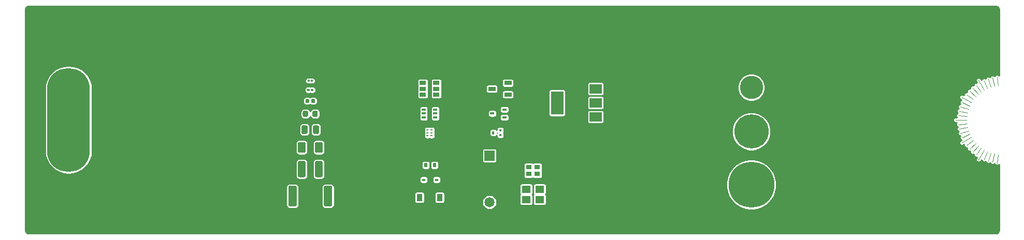
<source format=gtl>
G04 #@! TF.GenerationSoftware,KiCad,Pcbnew,(5.1.5)-3*
G04 #@! TF.CreationDate,2020-07-10T10:41:28+02:00*
G04 #@! TF.ProjectId,pcb_ruler,7063625f-7275-46c6-9572-2e6b69636164,rev?*
G04 #@! TF.SameCoordinates,Original*
G04 #@! TF.FileFunction,Copper,L1,Top*
G04 #@! TF.FilePolarity,Positive*
%FSLAX46Y46*%
G04 Gerber Fmt 4.6, Leading zero omitted, Abs format (unit mm)*
G04 Created by KiCad (PCBNEW (5.1.5)-3) date 2020-07-10 10:41:28*
%MOMM*%
%LPD*%
G04 APERTURE LIST*
%ADD10C,0.100000*%
%ADD11O,7.000000X17.000000*%
%ADD12C,7.500000*%
%ADD13C,5.600000*%
%ADD14C,3.800000*%
%ADD15R,1.400000X1.200000*%
%ADD16R,0.900000X0.800000*%
%ADD17R,1.651000X1.651000*%
%ADD18C,1.651000*%
%ADD19R,0.330000X0.270000*%
%ADD20R,0.450000X0.500000*%
%ADD21R,0.450000X0.400000*%
%ADD22R,0.600000X0.700000*%
%ADD23R,0.600000X0.450000*%
%ADD24R,0.900000X1.200000*%
%ADD25R,2.000000X1.500000*%
%ADD26R,2.000000X3.800000*%
%ADD27R,0.700000X0.450000*%
%ADD28R,0.650000X0.400000*%
%ADD29R,1.060000X0.650000*%
%ADD30R,1.220000X0.650000*%
%ADD31C,0.254000*%
G04 APERTURE END LIST*
D10*
X254596251Y-120762618D02*
X253299348Y-121183969D01*
X254809377Y-116695810D02*
X253563634Y-116141183D01*
X257688946Y-124197448D02*
X257134370Y-125443161D01*
X256198081Y-123229282D02*
X255285655Y-124242605D01*
X255403292Y-115667125D02*
X254300099Y-114865619D01*
X254318161Y-119006846D02*
X252499972Y-119006846D01*
X255777564Y-122808700D02*
X254764176Y-123721191D01*
X257159065Y-123927409D02*
X256249973Y-125502043D01*
X254349283Y-118412950D02*
X252993118Y-118270361D01*
X256660292Y-123603554D02*
X255858768Y-124706740D01*
X255403292Y-122346489D02*
X254300099Y-123148077D01*
X254442309Y-117825533D02*
X253108472Y-117542023D01*
X258818688Y-124564473D02*
X258535177Y-125898316D01*
X255079379Y-116165910D02*
X253504776Y-115256818D01*
X254809377Y-121317835D02*
X253563634Y-121872476D01*
X259406040Y-124657543D02*
X259263516Y-126013707D01*
X254349283Y-119600741D02*
X252993118Y-119743265D01*
X258244227Y-124410595D02*
X257822812Y-125707428D01*
X254596251Y-117251047D02*
X253299348Y-116829656D01*
X255079379Y-121847717D02*
X253504776Y-122756809D01*
X254442309Y-120188158D02*
X253108472Y-120471667D01*
X255777564Y-115204953D02*
X254764176Y-114292500D01*
X257688946Y-113816216D02*
X257134370Y-112570473D01*
X258244227Y-113603090D02*
X257822812Y-112306212D01*
X257159065Y-114086217D02*
X256249973Y-112511641D01*
X259406040Y-113356141D02*
X259263516Y-111999957D01*
X256198081Y-114784415D02*
X255285655Y-113771041D01*
X256660292Y-114410137D02*
X255858768Y-113306931D01*
X258818688Y-113449174D02*
X258535177Y-112115337D01*
D11*
X107500000Y-119000000D03*
D12*
X219100000Y-129600000D03*
D13*
X219100000Y-120900000D03*
D14*
X219100000Y-113700000D03*
D15*
X182300000Y-130350000D03*
X184500000Y-130350000D03*
X184500000Y-132050000D03*
X182300000Y-132050000D03*
D16*
X182700000Y-126750000D03*
X184100000Y-126750000D03*
X184100000Y-127850000D03*
X182700000Y-127850000D03*
D17*
X176300000Y-124850000D03*
D18*
X176300000Y-132470000D03*
D19*
X166840000Y-120600000D03*
X166840000Y-121100000D03*
X166840000Y-121600000D03*
X166160000Y-121600000D03*
X166160000Y-121100000D03*
X166160000Y-120600000D03*
D20*
X176925000Y-121100000D03*
D21*
X178075000Y-120700000D03*
X178075000Y-121500000D03*
D22*
X165900000Y-126400000D03*
X167300000Y-126400000D03*
D23*
X167650000Y-128800000D03*
X165550000Y-128800000D03*
D24*
X168150000Y-131700000D03*
X164850000Y-131700000D03*
D25*
X193650000Y-118500000D03*
X193650000Y-113900000D03*
X193650000Y-116200000D03*
D26*
X187350000Y-116200000D03*
D27*
X176750000Y-117950000D03*
X178750000Y-117300000D03*
X178750000Y-118600000D03*
D28*
X167450000Y-117300000D03*
X167450000Y-118600000D03*
X165550000Y-117950000D03*
X167450000Y-117950000D03*
X165550000Y-118600000D03*
X165550000Y-117300000D03*
D29*
X167600000Y-113900000D03*
X167600000Y-112950000D03*
X167600000Y-114850000D03*
X165400000Y-114850000D03*
X165400000Y-113900000D03*
X165400000Y-112950000D03*
D30*
X176690000Y-113900000D03*
X179310000Y-112950000D03*
X179310000Y-114850000D03*
G04 #@! TA.AperFunction,SMDPad,CuDef*
D10*
G36*
X148205142Y-119901174D02*
G01*
X148228803Y-119904684D01*
X148252007Y-119910496D01*
X148274529Y-119918554D01*
X148296153Y-119928782D01*
X148316670Y-119941079D01*
X148335883Y-119955329D01*
X148353607Y-119971393D01*
X148369671Y-119989117D01*
X148383921Y-120008330D01*
X148396218Y-120028847D01*
X148406446Y-120050471D01*
X148414504Y-120072993D01*
X148420316Y-120096197D01*
X148423826Y-120119858D01*
X148425000Y-120143750D01*
X148425000Y-121056250D01*
X148423826Y-121080142D01*
X148420316Y-121103803D01*
X148414504Y-121127007D01*
X148406446Y-121149529D01*
X148396218Y-121171153D01*
X148383921Y-121191670D01*
X148369671Y-121210883D01*
X148353607Y-121228607D01*
X148335883Y-121244671D01*
X148316670Y-121258921D01*
X148296153Y-121271218D01*
X148274529Y-121281446D01*
X148252007Y-121289504D01*
X148228803Y-121295316D01*
X148205142Y-121298826D01*
X148181250Y-121300000D01*
X147693750Y-121300000D01*
X147669858Y-121298826D01*
X147646197Y-121295316D01*
X147622993Y-121289504D01*
X147600471Y-121281446D01*
X147578847Y-121271218D01*
X147558330Y-121258921D01*
X147539117Y-121244671D01*
X147521393Y-121228607D01*
X147505329Y-121210883D01*
X147491079Y-121191670D01*
X147478782Y-121171153D01*
X147468554Y-121149529D01*
X147460496Y-121127007D01*
X147454684Y-121103803D01*
X147451174Y-121080142D01*
X147450000Y-121056250D01*
X147450000Y-120143750D01*
X147451174Y-120119858D01*
X147454684Y-120096197D01*
X147460496Y-120072993D01*
X147468554Y-120050471D01*
X147478782Y-120028847D01*
X147491079Y-120008330D01*
X147505329Y-119989117D01*
X147521393Y-119971393D01*
X147539117Y-119955329D01*
X147558330Y-119941079D01*
X147578847Y-119928782D01*
X147600471Y-119918554D01*
X147622993Y-119910496D01*
X147646197Y-119904684D01*
X147669858Y-119901174D01*
X147693750Y-119900000D01*
X148181250Y-119900000D01*
X148205142Y-119901174D01*
G37*
G04 #@! TD.AperFunction*
G04 #@! TA.AperFunction,SMDPad,CuDef*
G36*
X146330142Y-119901174D02*
G01*
X146353803Y-119904684D01*
X146377007Y-119910496D01*
X146399529Y-119918554D01*
X146421153Y-119928782D01*
X146441670Y-119941079D01*
X146460883Y-119955329D01*
X146478607Y-119971393D01*
X146494671Y-119989117D01*
X146508921Y-120008330D01*
X146521218Y-120028847D01*
X146531446Y-120050471D01*
X146539504Y-120072993D01*
X146545316Y-120096197D01*
X146548826Y-120119858D01*
X146550000Y-120143750D01*
X146550000Y-121056250D01*
X146548826Y-121080142D01*
X146545316Y-121103803D01*
X146539504Y-121127007D01*
X146531446Y-121149529D01*
X146521218Y-121171153D01*
X146508921Y-121191670D01*
X146494671Y-121210883D01*
X146478607Y-121228607D01*
X146460883Y-121244671D01*
X146441670Y-121258921D01*
X146421153Y-121271218D01*
X146399529Y-121281446D01*
X146377007Y-121289504D01*
X146353803Y-121295316D01*
X146330142Y-121298826D01*
X146306250Y-121300000D01*
X145818750Y-121300000D01*
X145794858Y-121298826D01*
X145771197Y-121295316D01*
X145747993Y-121289504D01*
X145725471Y-121281446D01*
X145703847Y-121271218D01*
X145683330Y-121258921D01*
X145664117Y-121244671D01*
X145646393Y-121228607D01*
X145630329Y-121210883D01*
X145616079Y-121191670D01*
X145603782Y-121171153D01*
X145593554Y-121149529D01*
X145585496Y-121127007D01*
X145579684Y-121103803D01*
X145576174Y-121080142D01*
X145575000Y-121056250D01*
X145575000Y-120143750D01*
X145576174Y-120119858D01*
X145579684Y-120096197D01*
X145585496Y-120072993D01*
X145593554Y-120050471D01*
X145603782Y-120028847D01*
X145616079Y-120008330D01*
X145630329Y-119989117D01*
X145646393Y-119971393D01*
X145664117Y-119955329D01*
X145683330Y-119941079D01*
X145703847Y-119928782D01*
X145725471Y-119918554D01*
X145747993Y-119910496D01*
X145771197Y-119904684D01*
X145794858Y-119901174D01*
X145818750Y-119900000D01*
X146306250Y-119900000D01*
X146330142Y-119901174D01*
G37*
G04 #@! TD.AperFunction*
G04 #@! TA.AperFunction,SMDPad,CuDef*
G36*
X148799504Y-122626204D02*
G01*
X148823773Y-122629804D01*
X148847571Y-122635765D01*
X148870671Y-122644030D01*
X148892849Y-122654520D01*
X148913893Y-122667133D01*
X148933598Y-122681747D01*
X148951777Y-122698223D01*
X148968253Y-122716402D01*
X148982867Y-122736107D01*
X148995480Y-122757151D01*
X149005970Y-122779329D01*
X149014235Y-122802429D01*
X149020196Y-122826227D01*
X149023796Y-122850496D01*
X149025000Y-122875000D01*
X149025000Y-124125000D01*
X149023796Y-124149504D01*
X149020196Y-124173773D01*
X149014235Y-124197571D01*
X149005970Y-124220671D01*
X148995480Y-124242849D01*
X148982867Y-124263893D01*
X148968253Y-124283598D01*
X148951777Y-124301777D01*
X148933598Y-124318253D01*
X148913893Y-124332867D01*
X148892849Y-124345480D01*
X148870671Y-124355970D01*
X148847571Y-124364235D01*
X148823773Y-124370196D01*
X148799504Y-124373796D01*
X148775000Y-124375000D01*
X148025000Y-124375000D01*
X148000496Y-124373796D01*
X147976227Y-124370196D01*
X147952429Y-124364235D01*
X147929329Y-124355970D01*
X147907151Y-124345480D01*
X147886107Y-124332867D01*
X147866402Y-124318253D01*
X147848223Y-124301777D01*
X147831747Y-124283598D01*
X147817133Y-124263893D01*
X147804520Y-124242849D01*
X147794030Y-124220671D01*
X147785765Y-124197571D01*
X147779804Y-124173773D01*
X147776204Y-124149504D01*
X147775000Y-124125000D01*
X147775000Y-122875000D01*
X147776204Y-122850496D01*
X147779804Y-122826227D01*
X147785765Y-122802429D01*
X147794030Y-122779329D01*
X147804520Y-122757151D01*
X147817133Y-122736107D01*
X147831747Y-122716402D01*
X147848223Y-122698223D01*
X147866402Y-122681747D01*
X147886107Y-122667133D01*
X147907151Y-122654520D01*
X147929329Y-122644030D01*
X147952429Y-122635765D01*
X147976227Y-122629804D01*
X148000496Y-122626204D01*
X148025000Y-122625000D01*
X148775000Y-122625000D01*
X148799504Y-122626204D01*
G37*
G04 #@! TD.AperFunction*
G04 #@! TA.AperFunction,SMDPad,CuDef*
G36*
X145999504Y-122626204D02*
G01*
X146023773Y-122629804D01*
X146047571Y-122635765D01*
X146070671Y-122644030D01*
X146092849Y-122654520D01*
X146113893Y-122667133D01*
X146133598Y-122681747D01*
X146151777Y-122698223D01*
X146168253Y-122716402D01*
X146182867Y-122736107D01*
X146195480Y-122757151D01*
X146205970Y-122779329D01*
X146214235Y-122802429D01*
X146220196Y-122826227D01*
X146223796Y-122850496D01*
X146225000Y-122875000D01*
X146225000Y-124125000D01*
X146223796Y-124149504D01*
X146220196Y-124173773D01*
X146214235Y-124197571D01*
X146205970Y-124220671D01*
X146195480Y-124242849D01*
X146182867Y-124263893D01*
X146168253Y-124283598D01*
X146151777Y-124301777D01*
X146133598Y-124318253D01*
X146113893Y-124332867D01*
X146092849Y-124345480D01*
X146070671Y-124355970D01*
X146047571Y-124364235D01*
X146023773Y-124370196D01*
X145999504Y-124373796D01*
X145975000Y-124375000D01*
X145225000Y-124375000D01*
X145200496Y-124373796D01*
X145176227Y-124370196D01*
X145152429Y-124364235D01*
X145129329Y-124355970D01*
X145107151Y-124345480D01*
X145086107Y-124332867D01*
X145066402Y-124318253D01*
X145048223Y-124301777D01*
X145031747Y-124283598D01*
X145017133Y-124263893D01*
X145004520Y-124242849D01*
X144994030Y-124220671D01*
X144985765Y-124197571D01*
X144979804Y-124173773D01*
X144976204Y-124149504D01*
X144975000Y-124125000D01*
X144975000Y-122875000D01*
X144976204Y-122850496D01*
X144979804Y-122826227D01*
X144985765Y-122802429D01*
X144994030Y-122779329D01*
X145004520Y-122757151D01*
X145017133Y-122736107D01*
X145031747Y-122716402D01*
X145048223Y-122698223D01*
X145066402Y-122681747D01*
X145086107Y-122667133D01*
X145107151Y-122654520D01*
X145129329Y-122644030D01*
X145152429Y-122635765D01*
X145176227Y-122629804D01*
X145200496Y-122626204D01*
X145225000Y-122625000D01*
X145975000Y-122625000D01*
X145999504Y-122626204D01*
G37*
G04 #@! TD.AperFunction*
G04 #@! TA.AperFunction,SMDPad,CuDef*
G36*
X150349505Y-129776204D02*
G01*
X150373773Y-129779804D01*
X150397572Y-129785765D01*
X150420671Y-129794030D01*
X150442850Y-129804520D01*
X150463893Y-129817132D01*
X150483599Y-129831747D01*
X150501777Y-129848223D01*
X150518253Y-129866401D01*
X150532868Y-129886107D01*
X150545480Y-129907150D01*
X150555970Y-129929329D01*
X150564235Y-129952428D01*
X150570196Y-129976227D01*
X150573796Y-130000495D01*
X150575000Y-130024999D01*
X150575000Y-132875001D01*
X150573796Y-132899505D01*
X150570196Y-132923773D01*
X150564235Y-132947572D01*
X150555970Y-132970671D01*
X150545480Y-132992850D01*
X150532868Y-133013893D01*
X150518253Y-133033599D01*
X150501777Y-133051777D01*
X150483599Y-133068253D01*
X150463893Y-133082868D01*
X150442850Y-133095480D01*
X150420671Y-133105970D01*
X150397572Y-133114235D01*
X150373773Y-133120196D01*
X150349505Y-133123796D01*
X150325001Y-133125000D01*
X149474999Y-133125000D01*
X149450495Y-133123796D01*
X149426227Y-133120196D01*
X149402428Y-133114235D01*
X149379329Y-133105970D01*
X149357150Y-133095480D01*
X149336107Y-133082868D01*
X149316401Y-133068253D01*
X149298223Y-133051777D01*
X149281747Y-133033599D01*
X149267132Y-133013893D01*
X149254520Y-132992850D01*
X149244030Y-132970671D01*
X149235765Y-132947572D01*
X149229804Y-132923773D01*
X149226204Y-132899505D01*
X149225000Y-132875001D01*
X149225000Y-130024999D01*
X149226204Y-130000495D01*
X149229804Y-129976227D01*
X149235765Y-129952428D01*
X149244030Y-129929329D01*
X149254520Y-129907150D01*
X149267132Y-129886107D01*
X149281747Y-129866401D01*
X149298223Y-129848223D01*
X149316401Y-129831747D01*
X149336107Y-129817132D01*
X149357150Y-129804520D01*
X149379329Y-129794030D01*
X149402428Y-129785765D01*
X149426227Y-129779804D01*
X149450495Y-129776204D01*
X149474999Y-129775000D01*
X150325001Y-129775000D01*
X150349505Y-129776204D01*
G37*
G04 #@! TD.AperFunction*
G04 #@! TA.AperFunction,SMDPad,CuDef*
G36*
X144549505Y-129776204D02*
G01*
X144573773Y-129779804D01*
X144597572Y-129785765D01*
X144620671Y-129794030D01*
X144642850Y-129804520D01*
X144663893Y-129817132D01*
X144683599Y-129831747D01*
X144701777Y-129848223D01*
X144718253Y-129866401D01*
X144732868Y-129886107D01*
X144745480Y-129907150D01*
X144755970Y-129929329D01*
X144764235Y-129952428D01*
X144770196Y-129976227D01*
X144773796Y-130000495D01*
X144775000Y-130024999D01*
X144775000Y-132875001D01*
X144773796Y-132899505D01*
X144770196Y-132923773D01*
X144764235Y-132947572D01*
X144755970Y-132970671D01*
X144745480Y-132992850D01*
X144732868Y-133013893D01*
X144718253Y-133033599D01*
X144701777Y-133051777D01*
X144683599Y-133068253D01*
X144663893Y-133082868D01*
X144642850Y-133095480D01*
X144620671Y-133105970D01*
X144597572Y-133114235D01*
X144573773Y-133120196D01*
X144549505Y-133123796D01*
X144525001Y-133125000D01*
X143674999Y-133125000D01*
X143650495Y-133123796D01*
X143626227Y-133120196D01*
X143602428Y-133114235D01*
X143579329Y-133105970D01*
X143557150Y-133095480D01*
X143536107Y-133082868D01*
X143516401Y-133068253D01*
X143498223Y-133051777D01*
X143481747Y-133033599D01*
X143467132Y-133013893D01*
X143454520Y-132992850D01*
X143444030Y-132970671D01*
X143435765Y-132947572D01*
X143429804Y-132923773D01*
X143426204Y-132899505D01*
X143425000Y-132875001D01*
X143425000Y-130024999D01*
X143426204Y-130000495D01*
X143429804Y-129976227D01*
X143435765Y-129952428D01*
X143444030Y-129929329D01*
X143454520Y-129907150D01*
X143467132Y-129886107D01*
X143481747Y-129866401D01*
X143498223Y-129848223D01*
X143516401Y-129831747D01*
X143536107Y-129817132D01*
X143557150Y-129804520D01*
X143579329Y-129794030D01*
X143602428Y-129785765D01*
X143626227Y-129779804D01*
X143650495Y-129776204D01*
X143674999Y-129775000D01*
X144525001Y-129775000D01*
X144549505Y-129776204D01*
G37*
G04 #@! TD.AperFunction*
G04 #@! TA.AperFunction,SMDPad,CuDef*
G36*
X148799504Y-125726204D02*
G01*
X148823773Y-125729804D01*
X148847571Y-125735765D01*
X148870671Y-125744030D01*
X148892849Y-125754520D01*
X148913893Y-125767133D01*
X148933598Y-125781747D01*
X148951777Y-125798223D01*
X148968253Y-125816402D01*
X148982867Y-125836107D01*
X148995480Y-125857151D01*
X149005970Y-125879329D01*
X149014235Y-125902429D01*
X149020196Y-125926227D01*
X149023796Y-125950496D01*
X149025000Y-125975000D01*
X149025000Y-128125000D01*
X149023796Y-128149504D01*
X149020196Y-128173773D01*
X149014235Y-128197571D01*
X149005970Y-128220671D01*
X148995480Y-128242849D01*
X148982867Y-128263893D01*
X148968253Y-128283598D01*
X148951777Y-128301777D01*
X148933598Y-128318253D01*
X148913893Y-128332867D01*
X148892849Y-128345480D01*
X148870671Y-128355970D01*
X148847571Y-128364235D01*
X148823773Y-128370196D01*
X148799504Y-128373796D01*
X148775000Y-128375000D01*
X148025000Y-128375000D01*
X148000496Y-128373796D01*
X147976227Y-128370196D01*
X147952429Y-128364235D01*
X147929329Y-128355970D01*
X147907151Y-128345480D01*
X147886107Y-128332867D01*
X147866402Y-128318253D01*
X147848223Y-128301777D01*
X147831747Y-128283598D01*
X147817133Y-128263893D01*
X147804520Y-128242849D01*
X147794030Y-128220671D01*
X147785765Y-128197571D01*
X147779804Y-128173773D01*
X147776204Y-128149504D01*
X147775000Y-128125000D01*
X147775000Y-125975000D01*
X147776204Y-125950496D01*
X147779804Y-125926227D01*
X147785765Y-125902429D01*
X147794030Y-125879329D01*
X147804520Y-125857151D01*
X147817133Y-125836107D01*
X147831747Y-125816402D01*
X147848223Y-125798223D01*
X147866402Y-125781747D01*
X147886107Y-125767133D01*
X147907151Y-125754520D01*
X147929329Y-125744030D01*
X147952429Y-125735765D01*
X147976227Y-125729804D01*
X148000496Y-125726204D01*
X148025000Y-125725000D01*
X148775000Y-125725000D01*
X148799504Y-125726204D01*
G37*
G04 #@! TD.AperFunction*
G04 #@! TA.AperFunction,SMDPad,CuDef*
G36*
X145999504Y-125726204D02*
G01*
X146023773Y-125729804D01*
X146047571Y-125735765D01*
X146070671Y-125744030D01*
X146092849Y-125754520D01*
X146113893Y-125767133D01*
X146133598Y-125781747D01*
X146151777Y-125798223D01*
X146168253Y-125816402D01*
X146182867Y-125836107D01*
X146195480Y-125857151D01*
X146205970Y-125879329D01*
X146214235Y-125902429D01*
X146220196Y-125926227D01*
X146223796Y-125950496D01*
X146225000Y-125975000D01*
X146225000Y-128125000D01*
X146223796Y-128149504D01*
X146220196Y-128173773D01*
X146214235Y-128197571D01*
X146205970Y-128220671D01*
X146195480Y-128242849D01*
X146182867Y-128263893D01*
X146168253Y-128283598D01*
X146151777Y-128301777D01*
X146133598Y-128318253D01*
X146113893Y-128332867D01*
X146092849Y-128345480D01*
X146070671Y-128355970D01*
X146047571Y-128364235D01*
X146023773Y-128370196D01*
X145999504Y-128373796D01*
X145975000Y-128375000D01*
X145225000Y-128375000D01*
X145200496Y-128373796D01*
X145176227Y-128370196D01*
X145152429Y-128364235D01*
X145129329Y-128355970D01*
X145107151Y-128345480D01*
X145086107Y-128332867D01*
X145066402Y-128318253D01*
X145048223Y-128301777D01*
X145031747Y-128283598D01*
X145017133Y-128263893D01*
X145004520Y-128242849D01*
X144994030Y-128220671D01*
X144985765Y-128197571D01*
X144979804Y-128173773D01*
X144976204Y-128149504D01*
X144975000Y-128125000D01*
X144975000Y-125975000D01*
X144976204Y-125950496D01*
X144979804Y-125926227D01*
X144985765Y-125902429D01*
X144994030Y-125879329D01*
X145004520Y-125857151D01*
X145017133Y-125836107D01*
X145031747Y-125816402D01*
X145048223Y-125798223D01*
X145066402Y-125781747D01*
X145086107Y-125767133D01*
X145107151Y-125754520D01*
X145129329Y-125744030D01*
X145152429Y-125735765D01*
X145176227Y-125729804D01*
X145200496Y-125726204D01*
X145225000Y-125725000D01*
X145975000Y-125725000D01*
X145999504Y-125726204D01*
G37*
G04 #@! TD.AperFunction*
G04 #@! TA.AperFunction,SMDPad,CuDef*
G36*
X148027691Y-117526053D02*
G01*
X148048926Y-117529203D01*
X148069750Y-117534419D01*
X148089962Y-117541651D01*
X148109368Y-117550830D01*
X148127781Y-117561866D01*
X148145024Y-117574654D01*
X148160930Y-117589070D01*
X148175346Y-117604976D01*
X148188134Y-117622219D01*
X148199170Y-117640632D01*
X148208349Y-117660038D01*
X148215581Y-117680250D01*
X148220797Y-117701074D01*
X148223947Y-117722309D01*
X148225000Y-117743750D01*
X148225000Y-118256250D01*
X148223947Y-118277691D01*
X148220797Y-118298926D01*
X148215581Y-118319750D01*
X148208349Y-118339962D01*
X148199170Y-118359368D01*
X148188134Y-118377781D01*
X148175346Y-118395024D01*
X148160930Y-118410930D01*
X148145024Y-118425346D01*
X148127781Y-118438134D01*
X148109368Y-118449170D01*
X148089962Y-118458349D01*
X148069750Y-118465581D01*
X148048926Y-118470797D01*
X148027691Y-118473947D01*
X148006250Y-118475000D01*
X147568750Y-118475000D01*
X147547309Y-118473947D01*
X147526074Y-118470797D01*
X147505250Y-118465581D01*
X147485038Y-118458349D01*
X147465632Y-118449170D01*
X147447219Y-118438134D01*
X147429976Y-118425346D01*
X147414070Y-118410930D01*
X147399654Y-118395024D01*
X147386866Y-118377781D01*
X147375830Y-118359368D01*
X147366651Y-118339962D01*
X147359419Y-118319750D01*
X147354203Y-118298926D01*
X147351053Y-118277691D01*
X147350000Y-118256250D01*
X147350000Y-117743750D01*
X147351053Y-117722309D01*
X147354203Y-117701074D01*
X147359419Y-117680250D01*
X147366651Y-117660038D01*
X147375830Y-117640632D01*
X147386866Y-117622219D01*
X147399654Y-117604976D01*
X147414070Y-117589070D01*
X147429976Y-117574654D01*
X147447219Y-117561866D01*
X147465632Y-117550830D01*
X147485038Y-117541651D01*
X147505250Y-117534419D01*
X147526074Y-117529203D01*
X147547309Y-117526053D01*
X147568750Y-117525000D01*
X148006250Y-117525000D01*
X148027691Y-117526053D01*
G37*
G04 #@! TD.AperFunction*
G04 #@! TA.AperFunction,SMDPad,CuDef*
G36*
X146452691Y-117526053D02*
G01*
X146473926Y-117529203D01*
X146494750Y-117534419D01*
X146514962Y-117541651D01*
X146534368Y-117550830D01*
X146552781Y-117561866D01*
X146570024Y-117574654D01*
X146585930Y-117589070D01*
X146600346Y-117604976D01*
X146613134Y-117622219D01*
X146624170Y-117640632D01*
X146633349Y-117660038D01*
X146640581Y-117680250D01*
X146645797Y-117701074D01*
X146648947Y-117722309D01*
X146650000Y-117743750D01*
X146650000Y-118256250D01*
X146648947Y-118277691D01*
X146645797Y-118298926D01*
X146640581Y-118319750D01*
X146633349Y-118339962D01*
X146624170Y-118359368D01*
X146613134Y-118377781D01*
X146600346Y-118395024D01*
X146585930Y-118410930D01*
X146570024Y-118425346D01*
X146552781Y-118438134D01*
X146534368Y-118449170D01*
X146514962Y-118458349D01*
X146494750Y-118465581D01*
X146473926Y-118470797D01*
X146452691Y-118473947D01*
X146431250Y-118475000D01*
X145993750Y-118475000D01*
X145972309Y-118473947D01*
X145951074Y-118470797D01*
X145930250Y-118465581D01*
X145910038Y-118458349D01*
X145890632Y-118449170D01*
X145872219Y-118438134D01*
X145854976Y-118425346D01*
X145839070Y-118410930D01*
X145824654Y-118395024D01*
X145811866Y-118377781D01*
X145800830Y-118359368D01*
X145791651Y-118339962D01*
X145784419Y-118319750D01*
X145779203Y-118298926D01*
X145776053Y-118277691D01*
X145775000Y-118256250D01*
X145775000Y-117743750D01*
X145776053Y-117722309D01*
X145779203Y-117701074D01*
X145784419Y-117680250D01*
X145791651Y-117660038D01*
X145800830Y-117640632D01*
X145811866Y-117622219D01*
X145824654Y-117604976D01*
X145839070Y-117589070D01*
X145854976Y-117574654D01*
X145872219Y-117561866D01*
X145890632Y-117550830D01*
X145910038Y-117541651D01*
X145930250Y-117534419D01*
X145951074Y-117529203D01*
X145972309Y-117526053D01*
X145993750Y-117525000D01*
X146431250Y-117525000D01*
X146452691Y-117526053D01*
G37*
G04 #@! TD.AperFunction*
G04 #@! TA.AperFunction,SMDPad,CuDef*
G36*
X147382351Y-112450361D02*
G01*
X147389632Y-112451441D01*
X147396771Y-112453229D01*
X147403701Y-112455709D01*
X147410355Y-112458856D01*
X147416668Y-112462640D01*
X147422579Y-112467024D01*
X147428033Y-112471967D01*
X147432976Y-112477421D01*
X147437360Y-112483332D01*
X147441144Y-112489645D01*
X147444291Y-112496299D01*
X147446771Y-112503229D01*
X147448559Y-112510368D01*
X147449639Y-112517649D01*
X147450000Y-112525000D01*
X147450000Y-112675000D01*
X147449639Y-112682351D01*
X147448559Y-112689632D01*
X147446771Y-112696771D01*
X147444291Y-112703701D01*
X147441144Y-112710355D01*
X147437360Y-112716668D01*
X147432976Y-112722579D01*
X147428033Y-112728033D01*
X147422579Y-112732976D01*
X147416668Y-112737360D01*
X147410355Y-112741144D01*
X147403701Y-112744291D01*
X147396771Y-112746771D01*
X147389632Y-112748559D01*
X147382351Y-112749639D01*
X147375000Y-112750000D01*
X147125000Y-112750000D01*
X147117649Y-112749639D01*
X147110368Y-112748559D01*
X147103229Y-112746771D01*
X147096299Y-112744291D01*
X147089645Y-112741144D01*
X147083332Y-112737360D01*
X147077421Y-112732976D01*
X147071967Y-112728033D01*
X147067024Y-112722579D01*
X147062640Y-112716668D01*
X147058856Y-112710355D01*
X147055709Y-112703701D01*
X147053229Y-112696771D01*
X147051441Y-112689632D01*
X147050361Y-112682351D01*
X147050000Y-112675000D01*
X147050000Y-112525000D01*
X147050361Y-112517649D01*
X147051441Y-112510368D01*
X147053229Y-112503229D01*
X147055709Y-112496299D01*
X147058856Y-112489645D01*
X147062640Y-112483332D01*
X147067024Y-112477421D01*
X147071967Y-112471967D01*
X147077421Y-112467024D01*
X147083332Y-112462640D01*
X147089645Y-112458856D01*
X147096299Y-112455709D01*
X147103229Y-112453229D01*
X147110368Y-112451441D01*
X147117649Y-112450361D01*
X147125000Y-112450000D01*
X147375000Y-112450000D01*
X147382351Y-112450361D01*
G37*
G04 #@! TD.AperFunction*
G04 #@! TA.AperFunction,SMDPad,CuDef*
G36*
X146882351Y-112450361D02*
G01*
X146889632Y-112451441D01*
X146896771Y-112453229D01*
X146903701Y-112455709D01*
X146910355Y-112458856D01*
X146916668Y-112462640D01*
X146922579Y-112467024D01*
X146928033Y-112471967D01*
X146932976Y-112477421D01*
X146937360Y-112483332D01*
X146941144Y-112489645D01*
X146944291Y-112496299D01*
X146946771Y-112503229D01*
X146948559Y-112510368D01*
X146949639Y-112517649D01*
X146950000Y-112525000D01*
X146950000Y-112675000D01*
X146949639Y-112682351D01*
X146948559Y-112689632D01*
X146946771Y-112696771D01*
X146944291Y-112703701D01*
X146941144Y-112710355D01*
X146937360Y-112716668D01*
X146932976Y-112722579D01*
X146928033Y-112728033D01*
X146922579Y-112732976D01*
X146916668Y-112737360D01*
X146910355Y-112741144D01*
X146903701Y-112744291D01*
X146896771Y-112746771D01*
X146889632Y-112748559D01*
X146882351Y-112749639D01*
X146875000Y-112750000D01*
X146625000Y-112750000D01*
X146617649Y-112749639D01*
X146610368Y-112748559D01*
X146603229Y-112746771D01*
X146596299Y-112744291D01*
X146589645Y-112741144D01*
X146583332Y-112737360D01*
X146577421Y-112732976D01*
X146571967Y-112728033D01*
X146567024Y-112722579D01*
X146562640Y-112716668D01*
X146558856Y-112710355D01*
X146555709Y-112703701D01*
X146553229Y-112696771D01*
X146551441Y-112689632D01*
X146550361Y-112682351D01*
X146550000Y-112675000D01*
X146550000Y-112525000D01*
X146550361Y-112517649D01*
X146551441Y-112510368D01*
X146553229Y-112503229D01*
X146555709Y-112496299D01*
X146558856Y-112489645D01*
X146562640Y-112483332D01*
X146567024Y-112477421D01*
X146571967Y-112471967D01*
X146577421Y-112467024D01*
X146583332Y-112462640D01*
X146589645Y-112458856D01*
X146596299Y-112455709D01*
X146603229Y-112453229D01*
X146610368Y-112451441D01*
X146617649Y-112450361D01*
X146625000Y-112450000D01*
X146875000Y-112450000D01*
X146882351Y-112450361D01*
G37*
G04 #@! TD.AperFunction*
G04 #@! TA.AperFunction,SMDPad,CuDef*
G36*
X147646958Y-115580710D02*
G01*
X147661276Y-115582834D01*
X147675317Y-115586351D01*
X147688946Y-115591228D01*
X147702031Y-115597417D01*
X147714447Y-115604858D01*
X147726073Y-115613481D01*
X147736798Y-115623202D01*
X147746519Y-115633927D01*
X147755142Y-115645553D01*
X147762583Y-115657969D01*
X147768772Y-115671054D01*
X147773649Y-115684683D01*
X147777166Y-115698724D01*
X147779290Y-115713042D01*
X147780000Y-115727500D01*
X147780000Y-116072500D01*
X147779290Y-116086958D01*
X147777166Y-116101276D01*
X147773649Y-116115317D01*
X147768772Y-116128946D01*
X147762583Y-116142031D01*
X147755142Y-116154447D01*
X147746519Y-116166073D01*
X147736798Y-116176798D01*
X147726073Y-116186519D01*
X147714447Y-116195142D01*
X147702031Y-116202583D01*
X147688946Y-116208772D01*
X147675317Y-116213649D01*
X147661276Y-116217166D01*
X147646958Y-116219290D01*
X147632500Y-116220000D01*
X147337500Y-116220000D01*
X147323042Y-116219290D01*
X147308724Y-116217166D01*
X147294683Y-116213649D01*
X147281054Y-116208772D01*
X147267969Y-116202583D01*
X147255553Y-116195142D01*
X147243927Y-116186519D01*
X147233202Y-116176798D01*
X147223481Y-116166073D01*
X147214858Y-116154447D01*
X147207417Y-116142031D01*
X147201228Y-116128946D01*
X147196351Y-116115317D01*
X147192834Y-116101276D01*
X147190710Y-116086958D01*
X147190000Y-116072500D01*
X147190000Y-115727500D01*
X147190710Y-115713042D01*
X147192834Y-115698724D01*
X147196351Y-115684683D01*
X147201228Y-115671054D01*
X147207417Y-115657969D01*
X147214858Y-115645553D01*
X147223481Y-115633927D01*
X147233202Y-115623202D01*
X147243927Y-115613481D01*
X147255553Y-115604858D01*
X147267969Y-115597417D01*
X147281054Y-115591228D01*
X147294683Y-115586351D01*
X147308724Y-115582834D01*
X147323042Y-115580710D01*
X147337500Y-115580000D01*
X147632500Y-115580000D01*
X147646958Y-115580710D01*
G37*
G04 #@! TD.AperFunction*
G04 #@! TA.AperFunction,SMDPad,CuDef*
G36*
X146676958Y-115580710D02*
G01*
X146691276Y-115582834D01*
X146705317Y-115586351D01*
X146718946Y-115591228D01*
X146732031Y-115597417D01*
X146744447Y-115604858D01*
X146756073Y-115613481D01*
X146766798Y-115623202D01*
X146776519Y-115633927D01*
X146785142Y-115645553D01*
X146792583Y-115657969D01*
X146798772Y-115671054D01*
X146803649Y-115684683D01*
X146807166Y-115698724D01*
X146809290Y-115713042D01*
X146810000Y-115727500D01*
X146810000Y-116072500D01*
X146809290Y-116086958D01*
X146807166Y-116101276D01*
X146803649Y-116115317D01*
X146798772Y-116128946D01*
X146792583Y-116142031D01*
X146785142Y-116154447D01*
X146776519Y-116166073D01*
X146766798Y-116176798D01*
X146756073Y-116186519D01*
X146744447Y-116195142D01*
X146732031Y-116202583D01*
X146718946Y-116208772D01*
X146705317Y-116213649D01*
X146691276Y-116217166D01*
X146676958Y-116219290D01*
X146662500Y-116220000D01*
X146367500Y-116220000D01*
X146353042Y-116219290D01*
X146338724Y-116217166D01*
X146324683Y-116213649D01*
X146311054Y-116208772D01*
X146297969Y-116202583D01*
X146285553Y-116195142D01*
X146273927Y-116186519D01*
X146263202Y-116176798D01*
X146253481Y-116166073D01*
X146244858Y-116154447D01*
X146237417Y-116142031D01*
X146231228Y-116128946D01*
X146226351Y-116115317D01*
X146222834Y-116101276D01*
X146220710Y-116086958D01*
X146220000Y-116072500D01*
X146220000Y-115727500D01*
X146220710Y-115713042D01*
X146222834Y-115698724D01*
X146226351Y-115684683D01*
X146231228Y-115671054D01*
X146237417Y-115657969D01*
X146244858Y-115645553D01*
X146253481Y-115633927D01*
X146263202Y-115623202D01*
X146273927Y-115613481D01*
X146285553Y-115604858D01*
X146297969Y-115597417D01*
X146311054Y-115591228D01*
X146324683Y-115586351D01*
X146338724Y-115582834D01*
X146353042Y-115580710D01*
X146367500Y-115580000D01*
X146662500Y-115580000D01*
X146676958Y-115580710D01*
G37*
G04 #@! TD.AperFunction*
G04 #@! TA.AperFunction,SMDPad,CuDef*
G36*
X147459802Y-113900482D02*
G01*
X147469509Y-113901921D01*
X147479028Y-113904306D01*
X147488268Y-113907612D01*
X147497140Y-113911808D01*
X147505557Y-113916853D01*
X147513439Y-113922699D01*
X147520711Y-113929289D01*
X147527301Y-113936561D01*
X147533147Y-113944443D01*
X147538192Y-113952860D01*
X147542388Y-113961732D01*
X147545694Y-113970972D01*
X147548079Y-113980491D01*
X147549518Y-113990198D01*
X147550000Y-114000000D01*
X147550000Y-114200000D01*
X147549518Y-114209802D01*
X147548079Y-114219509D01*
X147545694Y-114229028D01*
X147542388Y-114238268D01*
X147538192Y-114247140D01*
X147533147Y-114255557D01*
X147527301Y-114263439D01*
X147520711Y-114270711D01*
X147513439Y-114277301D01*
X147505557Y-114283147D01*
X147497140Y-114288192D01*
X147488268Y-114292388D01*
X147479028Y-114295694D01*
X147469509Y-114298079D01*
X147459802Y-114299518D01*
X147450000Y-114300000D01*
X147190000Y-114300000D01*
X147180198Y-114299518D01*
X147170491Y-114298079D01*
X147160972Y-114295694D01*
X147151732Y-114292388D01*
X147142860Y-114288192D01*
X147134443Y-114283147D01*
X147126561Y-114277301D01*
X147119289Y-114270711D01*
X147112699Y-114263439D01*
X147106853Y-114255557D01*
X147101808Y-114247140D01*
X147097612Y-114238268D01*
X147094306Y-114229028D01*
X147091921Y-114219509D01*
X147090482Y-114209802D01*
X147090000Y-114200000D01*
X147090000Y-114000000D01*
X147090482Y-113990198D01*
X147091921Y-113980491D01*
X147094306Y-113970972D01*
X147097612Y-113961732D01*
X147101808Y-113952860D01*
X147106853Y-113944443D01*
X147112699Y-113936561D01*
X147119289Y-113929289D01*
X147126561Y-113922699D01*
X147134443Y-113916853D01*
X147142860Y-113911808D01*
X147151732Y-113907612D01*
X147160972Y-113904306D01*
X147170491Y-113901921D01*
X147180198Y-113900482D01*
X147190000Y-113900000D01*
X147450000Y-113900000D01*
X147459802Y-113900482D01*
G37*
G04 #@! TD.AperFunction*
G04 #@! TA.AperFunction,SMDPad,CuDef*
G36*
X146819802Y-113900482D02*
G01*
X146829509Y-113901921D01*
X146839028Y-113904306D01*
X146848268Y-113907612D01*
X146857140Y-113911808D01*
X146865557Y-113916853D01*
X146873439Y-113922699D01*
X146880711Y-113929289D01*
X146887301Y-113936561D01*
X146893147Y-113944443D01*
X146898192Y-113952860D01*
X146902388Y-113961732D01*
X146905694Y-113970972D01*
X146908079Y-113980491D01*
X146909518Y-113990198D01*
X146910000Y-114000000D01*
X146910000Y-114200000D01*
X146909518Y-114209802D01*
X146908079Y-114219509D01*
X146905694Y-114229028D01*
X146902388Y-114238268D01*
X146898192Y-114247140D01*
X146893147Y-114255557D01*
X146887301Y-114263439D01*
X146880711Y-114270711D01*
X146873439Y-114277301D01*
X146865557Y-114283147D01*
X146857140Y-114288192D01*
X146848268Y-114292388D01*
X146839028Y-114295694D01*
X146829509Y-114298079D01*
X146819802Y-114299518D01*
X146810000Y-114300000D01*
X146550000Y-114300000D01*
X146540198Y-114299518D01*
X146530491Y-114298079D01*
X146520972Y-114295694D01*
X146511732Y-114292388D01*
X146502860Y-114288192D01*
X146494443Y-114283147D01*
X146486561Y-114277301D01*
X146479289Y-114270711D01*
X146472699Y-114263439D01*
X146466853Y-114255557D01*
X146461808Y-114247140D01*
X146457612Y-114238268D01*
X146454306Y-114229028D01*
X146451921Y-114219509D01*
X146450482Y-114209802D01*
X146450000Y-114200000D01*
X146450000Y-114000000D01*
X146450482Y-113990198D01*
X146451921Y-113980491D01*
X146454306Y-113970972D01*
X146457612Y-113961732D01*
X146461808Y-113952860D01*
X146466853Y-113944443D01*
X146472699Y-113936561D01*
X146479289Y-113929289D01*
X146486561Y-113922699D01*
X146494443Y-113916853D01*
X146502860Y-113911808D01*
X146511732Y-113907612D01*
X146520972Y-113904306D01*
X146530491Y-113901921D01*
X146540198Y-113900482D01*
X146550000Y-113900000D01*
X146810000Y-113900000D01*
X146819802Y-113900482D01*
G37*
G04 #@! TD.AperFunction*
D31*
G36*
X259115773Y-100415279D02*
G01*
X259227148Y-100448905D01*
X259329859Y-100503518D01*
X259420014Y-100577046D01*
X259494168Y-100666682D01*
X259549497Y-100769011D01*
X259583897Y-100880141D01*
X259598000Y-101014318D01*
X259598001Y-111732386D01*
X259593402Y-111725600D01*
X259533539Y-111666514D01*
X259463299Y-111620242D01*
X259385381Y-111588562D01*
X259302781Y-111572692D01*
X259218672Y-111573241D01*
X259136285Y-111590189D01*
X259058789Y-111622885D01*
X258989159Y-111670071D01*
X258930073Y-111729934D01*
X258883801Y-111800174D01*
X258865636Y-111844851D01*
X258834575Y-111807998D01*
X258768863Y-111755494D01*
X258694171Y-111716818D01*
X258613369Y-111693457D01*
X258529563Y-111686308D01*
X258445971Y-111695647D01*
X258365807Y-111721115D01*
X258292154Y-111761732D01*
X258227838Y-111815939D01*
X258175334Y-111881651D01*
X258136658Y-111956343D01*
X258123248Y-112002724D01*
X258088435Y-111969254D01*
X258017594Y-111923908D01*
X257939267Y-111893253D01*
X257856465Y-111878469D01*
X257772371Y-111880121D01*
X257690214Y-111898150D01*
X257613152Y-111931859D01*
X257544149Y-111979955D01*
X257485854Y-112040589D01*
X257440508Y-112111430D01*
X257409853Y-112189757D01*
X257401382Y-112237201D01*
X257363341Y-112207611D01*
X257288150Y-112169913D01*
X257207050Y-112147608D01*
X257123157Y-112141554D01*
X257039695Y-112151983D01*
X256959871Y-112178495D01*
X256886752Y-112220069D01*
X256823150Y-112275111D01*
X256771508Y-112341502D01*
X256733810Y-112416693D01*
X256719097Y-112470188D01*
X256609275Y-112279972D01*
X256572560Y-112228737D01*
X256511170Y-112171240D01*
X256439742Y-112126823D01*
X256361021Y-112097196D01*
X256278033Y-112083494D01*
X256193967Y-112086247D01*
X256112053Y-112105346D01*
X256035439Y-112140060D01*
X255967069Y-112189054D01*
X255909572Y-112250444D01*
X255865155Y-112321872D01*
X255835528Y-112400593D01*
X255821826Y-112483581D01*
X255824579Y-112567647D01*
X255843678Y-112649561D01*
X255869693Y-112706975D01*
X255979482Y-112897134D01*
X255925889Y-112883149D01*
X255841924Y-112878197D01*
X255758605Y-112889721D01*
X255679136Y-112917277D01*
X255606570Y-112959810D01*
X255543696Y-113015681D01*
X255492930Y-113082745D01*
X255456223Y-113158424D01*
X255434986Y-113239810D01*
X255430034Y-113323775D01*
X255436646Y-113371581D01*
X255391275Y-113355179D01*
X255308115Y-113342564D01*
X255224092Y-113346416D01*
X255142435Y-113366585D01*
X255066281Y-113402296D01*
X254998558Y-113452180D01*
X254941867Y-113514317D01*
X254898389Y-113586320D01*
X254869793Y-113665421D01*
X254857178Y-113748581D01*
X254861030Y-113832604D01*
X254872601Y-113879449D01*
X254825742Y-113867875D01*
X254741720Y-113864023D01*
X254658559Y-113876637D01*
X254579458Y-113905233D01*
X254507455Y-113948710D01*
X254445317Y-114005400D01*
X254395433Y-114073123D01*
X254359721Y-114149276D01*
X254339551Y-114230934D01*
X254335699Y-114314956D01*
X254348313Y-114398117D01*
X254364717Y-114443492D01*
X254316941Y-114436885D01*
X254232976Y-114441837D01*
X254151590Y-114463075D01*
X254075911Y-114499783D01*
X254008847Y-114550548D01*
X253952976Y-114613423D01*
X253910444Y-114685989D01*
X253882888Y-114765458D01*
X253871365Y-114848777D01*
X253876317Y-114932742D01*
X253890305Y-114986346D01*
X253700107Y-114876536D01*
X253642693Y-114850522D01*
X253560779Y-114831424D01*
X253476713Y-114828672D01*
X253393725Y-114842374D01*
X253315005Y-114872002D01*
X253243577Y-114916419D01*
X253182187Y-114973916D01*
X253133194Y-115042286D01*
X253098480Y-115118901D01*
X253079382Y-115200815D01*
X253076630Y-115284881D01*
X253090332Y-115367869D01*
X253119960Y-115446589D01*
X253164377Y-115518017D01*
X253221874Y-115579407D01*
X253273110Y-115616122D01*
X253463297Y-115725926D01*
X253409868Y-115740618D01*
X253334676Y-115778313D01*
X253268282Y-115829953D01*
X253213239Y-115893553D01*
X253171662Y-115966670D01*
X253145147Y-116046494D01*
X253134716Y-116129955D01*
X253140767Y-116213848D01*
X253163069Y-116294949D01*
X253200764Y-116370141D01*
X253230380Y-116408218D01*
X253182883Y-116416700D01*
X253104557Y-116447356D01*
X253033717Y-116492704D01*
X252973085Y-116551001D01*
X252924990Y-116620005D01*
X252891283Y-116697067D01*
X252873256Y-116779225D01*
X252871606Y-116863319D01*
X252886392Y-116946121D01*
X252917048Y-117024447D01*
X252962396Y-117095287D01*
X252995862Y-117130094D01*
X252949477Y-117143504D01*
X252874785Y-117182180D01*
X252809073Y-117234684D01*
X252754867Y-117299000D01*
X252714249Y-117372654D01*
X252688782Y-117452817D01*
X252679443Y-117536409D01*
X252686592Y-117620215D01*
X252709953Y-117701018D01*
X252748629Y-117775710D01*
X252801133Y-117841422D01*
X252837994Y-117872489D01*
X252793353Y-117890636D01*
X252723111Y-117936905D01*
X252663245Y-117995988D01*
X252616056Y-118065616D01*
X252583356Y-118143110D01*
X252566405Y-118225496D01*
X252565851Y-118309605D01*
X252581717Y-118392206D01*
X252613393Y-118470126D01*
X252659662Y-118540368D01*
X252698624Y-118579846D01*
X252478994Y-118579846D01*
X252416265Y-118586024D01*
X252335776Y-118610441D01*
X252261596Y-118650091D01*
X252196577Y-118703451D01*
X252143217Y-118768470D01*
X252103567Y-118842650D01*
X252079150Y-118923139D01*
X252070906Y-119006846D01*
X252079150Y-119090553D01*
X252103567Y-119171042D01*
X252143217Y-119245222D01*
X252196577Y-119310241D01*
X252261596Y-119363601D01*
X252335776Y-119403251D01*
X252416265Y-119427668D01*
X252478994Y-119433846D01*
X252698560Y-119433846D01*
X252659675Y-119473242D01*
X252613403Y-119543482D01*
X252581723Y-119621400D01*
X252565852Y-119704000D01*
X252566402Y-119788110D01*
X252583350Y-119870496D01*
X252616046Y-119947993D01*
X252663232Y-120017622D01*
X252723095Y-120076708D01*
X252793335Y-120122980D01*
X252838045Y-120141158D01*
X252801134Y-120172268D01*
X252748629Y-120237980D01*
X252709953Y-120312672D01*
X252686592Y-120393475D01*
X252679443Y-120477280D01*
X252688782Y-120560872D01*
X252714249Y-120641036D01*
X252754867Y-120714690D01*
X252809073Y-120779005D01*
X252874785Y-120831510D01*
X252949477Y-120870186D01*
X252995813Y-120883582D01*
X252962403Y-120918329D01*
X252917054Y-120989168D01*
X252886395Y-121067493D01*
X252871606Y-121150294D01*
X252873255Y-121234388D01*
X252891279Y-121316546D01*
X252924984Y-121393610D01*
X252973077Y-121462615D01*
X253033708Y-121520914D01*
X253104547Y-121566263D01*
X253182872Y-121596922D01*
X253230402Y-121605411D01*
X253200762Y-121643521D01*
X253163067Y-121718713D01*
X253140766Y-121799815D01*
X253134716Y-121883708D01*
X253145148Y-121967169D01*
X253171663Y-122046992D01*
X253213241Y-122120109D01*
X253268285Y-122183709D01*
X253334679Y-122235348D01*
X253409871Y-122273043D01*
X253463259Y-122287723D01*
X253273110Y-122397505D01*
X253221874Y-122434220D01*
X253164377Y-122495610D01*
X253119960Y-122567038D01*
X253090332Y-122645758D01*
X253076630Y-122728746D01*
X253079382Y-122812812D01*
X253098480Y-122894726D01*
X253133194Y-122971341D01*
X253182187Y-123039711D01*
X253243577Y-123097208D01*
X253315005Y-123141625D01*
X253393725Y-123171253D01*
X253476713Y-123184955D01*
X253560779Y-123182203D01*
X253642693Y-123163105D01*
X253700107Y-123137091D01*
X253890326Y-123027269D01*
X253876314Y-123080975D01*
X253871365Y-123164940D01*
X253882893Y-123248258D01*
X253910453Y-123327726D01*
X253952988Y-123400290D01*
X254008862Y-123463162D01*
X254075929Y-123513924D01*
X254151610Y-123550628D01*
X254232997Y-123571862D01*
X254316962Y-123576811D01*
X254364715Y-123570204D01*
X254348311Y-123615583D01*
X254335699Y-123698744D01*
X254339552Y-123782766D01*
X254359724Y-123864423D01*
X254395438Y-123940575D01*
X254445323Y-124008297D01*
X254507462Y-124064986D01*
X254579466Y-124108462D01*
X254658568Y-124137056D01*
X254741729Y-124149668D01*
X254825751Y-124145815D01*
X254872589Y-124134244D01*
X254861031Y-124181032D01*
X254857178Y-124265054D01*
X254869790Y-124348215D01*
X254898385Y-124427317D01*
X254941861Y-124499320D01*
X254998550Y-124561459D01*
X255066272Y-124611344D01*
X255142424Y-124647057D01*
X255224082Y-124667229D01*
X255308104Y-124671082D01*
X255391265Y-124658470D01*
X255436650Y-124642064D01*
X255430034Y-124689892D01*
X255434985Y-124773857D01*
X255456222Y-124855243D01*
X255492928Y-124930923D01*
X255543693Y-124997988D01*
X255606567Y-125053859D01*
X255679133Y-125096392D01*
X255758602Y-125123949D01*
X255841920Y-125135474D01*
X255925885Y-125130523D01*
X255979486Y-125116536D01*
X255869689Y-125306715D01*
X255843676Y-125364129D01*
X255824578Y-125446044D01*
X255821827Y-125530109D01*
X255835529Y-125613097D01*
X255865158Y-125691818D01*
X255909576Y-125763245D01*
X255967074Y-125824635D01*
X256035445Y-125873627D01*
X256112059Y-125908340D01*
X256193974Y-125927438D01*
X256278039Y-125930189D01*
X256361027Y-125916487D01*
X256439748Y-125886858D01*
X256511175Y-125842440D01*
X256572565Y-125784942D01*
X256609279Y-125733706D01*
X256719106Y-125543475D01*
X256733809Y-125596937D01*
X256771506Y-125672129D01*
X256823148Y-125738521D01*
X256886749Y-125793562D01*
X256959867Y-125835138D01*
X257039691Y-125861650D01*
X257123153Y-125872079D01*
X257207046Y-125866026D01*
X257288146Y-125843722D01*
X257363338Y-125806025D01*
X257401381Y-125776434D01*
X257409852Y-125823879D01*
X257440506Y-125902206D01*
X257485851Y-125973048D01*
X257544146Y-126033682D01*
X257613149Y-126081779D01*
X257690210Y-126115489D01*
X257772367Y-126133518D01*
X257856461Y-126135172D01*
X257939263Y-126120388D01*
X258017590Y-126089734D01*
X258088432Y-126044389D01*
X258123245Y-126010919D01*
X258136658Y-126057311D01*
X258175334Y-126132003D01*
X258227838Y-126197715D01*
X258292154Y-126251921D01*
X258365808Y-126292539D01*
X258445971Y-126318006D01*
X258529563Y-126327345D01*
X258613369Y-126320196D01*
X258694172Y-126296835D01*
X258768864Y-126258159D01*
X258834576Y-126205655D01*
X258865633Y-126168805D01*
X258883801Y-126213490D01*
X258930073Y-126283730D01*
X258989159Y-126343593D01*
X259058788Y-126390779D01*
X259136285Y-126423475D01*
X259218671Y-126440423D01*
X259302781Y-126440973D01*
X259385381Y-126425102D01*
X259463299Y-126393422D01*
X259533539Y-126347150D01*
X259593402Y-126288064D01*
X259598001Y-126281278D01*
X259598000Y-136980343D01*
X259584720Y-137115776D01*
X259551095Y-137227146D01*
X259496482Y-137329860D01*
X259422954Y-137420014D01*
X259333318Y-137494168D01*
X259230989Y-137549497D01*
X259119859Y-137583897D01*
X258985681Y-137598000D01*
X101019657Y-137598000D01*
X100884224Y-137584720D01*
X100772854Y-137551095D01*
X100670140Y-137496482D01*
X100579986Y-137422954D01*
X100505832Y-137333318D01*
X100450503Y-137230989D01*
X100416103Y-137119859D01*
X100402000Y-136985681D01*
X100402000Y-130024999D01*
X143046176Y-130024999D01*
X143046176Y-132875001D01*
X143058259Y-132997678D01*
X143094042Y-133115641D01*
X143152152Y-133224356D01*
X143230354Y-133319646D01*
X143325644Y-133397848D01*
X143434359Y-133455958D01*
X143552322Y-133491741D01*
X143674999Y-133503824D01*
X144525001Y-133503824D01*
X144647678Y-133491741D01*
X144765641Y-133455958D01*
X144874356Y-133397848D01*
X144969646Y-133319646D01*
X145047848Y-133224356D01*
X145105958Y-133115641D01*
X145141741Y-132997678D01*
X145153824Y-132875001D01*
X145153824Y-130024999D01*
X148846176Y-130024999D01*
X148846176Y-132875001D01*
X148858259Y-132997678D01*
X148894042Y-133115641D01*
X148952152Y-133224356D01*
X149030354Y-133319646D01*
X149125644Y-133397848D01*
X149234359Y-133455958D01*
X149352322Y-133491741D01*
X149474999Y-133503824D01*
X150325001Y-133503824D01*
X150447678Y-133491741D01*
X150565641Y-133455958D01*
X150674356Y-133397848D01*
X150769646Y-133319646D01*
X150847848Y-133224356D01*
X150905958Y-133115641D01*
X150941741Y-132997678D01*
X150953824Y-132875001D01*
X150953824Y-131100000D01*
X164021176Y-131100000D01*
X164021176Y-132300000D01*
X164028455Y-132373905D01*
X164050012Y-132444970D01*
X164085019Y-132510463D01*
X164132131Y-132567869D01*
X164189537Y-132614981D01*
X164255030Y-132649988D01*
X164326095Y-132671545D01*
X164400000Y-132678824D01*
X165300000Y-132678824D01*
X165373905Y-132671545D01*
X165444970Y-132649988D01*
X165510463Y-132614981D01*
X165567869Y-132567869D01*
X165614981Y-132510463D01*
X165649988Y-132444970D01*
X165671545Y-132373905D01*
X165678824Y-132300000D01*
X165678824Y-131100000D01*
X167321176Y-131100000D01*
X167321176Y-132300000D01*
X167328455Y-132373905D01*
X167350012Y-132444970D01*
X167385019Y-132510463D01*
X167432131Y-132567869D01*
X167489537Y-132614981D01*
X167555030Y-132649988D01*
X167626095Y-132671545D01*
X167700000Y-132678824D01*
X168600000Y-132678824D01*
X168673905Y-132671545D01*
X168744970Y-132649988D01*
X168810463Y-132614981D01*
X168867869Y-132567869D01*
X168914981Y-132510463D01*
X168949988Y-132444970D01*
X168971545Y-132373905D01*
X168973745Y-132351564D01*
X175097500Y-132351564D01*
X175097500Y-132588436D01*
X175143712Y-132820756D01*
X175234359Y-133039597D01*
X175365958Y-133236549D01*
X175533451Y-133404042D01*
X175730403Y-133535641D01*
X175949244Y-133626288D01*
X176181564Y-133672500D01*
X176418436Y-133672500D01*
X176650756Y-133626288D01*
X176869597Y-133535641D01*
X177066549Y-133404042D01*
X177234042Y-133236549D01*
X177365641Y-133039597D01*
X177456288Y-132820756D01*
X177502500Y-132588436D01*
X177502500Y-132351564D01*
X177456288Y-132119244D01*
X177365641Y-131900403D01*
X177234042Y-131703451D01*
X177066549Y-131535958D01*
X176869597Y-131404359D01*
X176650756Y-131313712D01*
X176418436Y-131267500D01*
X176181564Y-131267500D01*
X175949244Y-131313712D01*
X175730403Y-131404359D01*
X175533451Y-131535958D01*
X175365958Y-131703451D01*
X175234359Y-131900403D01*
X175143712Y-132119244D01*
X175097500Y-132351564D01*
X168973745Y-132351564D01*
X168978824Y-132300000D01*
X168978824Y-131100000D01*
X168971545Y-131026095D01*
X168949988Y-130955030D01*
X168914981Y-130889537D01*
X168867869Y-130832131D01*
X168810463Y-130785019D01*
X168744970Y-130750012D01*
X168673905Y-130728455D01*
X168600000Y-130721176D01*
X167700000Y-130721176D01*
X167626095Y-130728455D01*
X167555030Y-130750012D01*
X167489537Y-130785019D01*
X167432131Y-130832131D01*
X167385019Y-130889537D01*
X167350012Y-130955030D01*
X167328455Y-131026095D01*
X167321176Y-131100000D01*
X165678824Y-131100000D01*
X165671545Y-131026095D01*
X165649988Y-130955030D01*
X165614981Y-130889537D01*
X165567869Y-130832131D01*
X165510463Y-130785019D01*
X165444970Y-130750012D01*
X165373905Y-130728455D01*
X165300000Y-130721176D01*
X164400000Y-130721176D01*
X164326095Y-130728455D01*
X164255030Y-130750012D01*
X164189537Y-130785019D01*
X164132131Y-130832131D01*
X164085019Y-130889537D01*
X164050012Y-130955030D01*
X164028455Y-131026095D01*
X164021176Y-131100000D01*
X150953824Y-131100000D01*
X150953824Y-130024999D01*
X150941741Y-129902322D01*
X150905958Y-129784359D01*
X150887593Y-129750000D01*
X181221176Y-129750000D01*
X181221176Y-130950000D01*
X181228455Y-131023905D01*
X181250012Y-131094970D01*
X181285019Y-131160463D01*
X181317466Y-131200000D01*
X181285019Y-131239537D01*
X181250012Y-131305030D01*
X181228455Y-131376095D01*
X181221176Y-131450000D01*
X181221176Y-132650000D01*
X181228455Y-132723905D01*
X181250012Y-132794970D01*
X181285019Y-132860463D01*
X181332131Y-132917869D01*
X181389537Y-132964981D01*
X181455030Y-132999988D01*
X181526095Y-133021545D01*
X181600000Y-133028824D01*
X183000000Y-133028824D01*
X183073905Y-133021545D01*
X183144970Y-132999988D01*
X183210463Y-132964981D01*
X183267869Y-132917869D01*
X183314981Y-132860463D01*
X183349988Y-132794970D01*
X183371545Y-132723905D01*
X183378824Y-132650000D01*
X183378824Y-131450000D01*
X183371545Y-131376095D01*
X183349988Y-131305030D01*
X183314981Y-131239537D01*
X183282534Y-131200000D01*
X183314981Y-131160463D01*
X183349988Y-131094970D01*
X183371545Y-131023905D01*
X183378824Y-130950000D01*
X183378824Y-129750000D01*
X183421176Y-129750000D01*
X183421176Y-130950000D01*
X183428455Y-131023905D01*
X183450012Y-131094970D01*
X183485019Y-131160463D01*
X183517466Y-131200000D01*
X183485019Y-131239537D01*
X183450012Y-131305030D01*
X183428455Y-131376095D01*
X183421176Y-131450000D01*
X183421176Y-132650000D01*
X183428455Y-132723905D01*
X183450012Y-132794970D01*
X183485019Y-132860463D01*
X183532131Y-132917869D01*
X183589537Y-132964981D01*
X183655030Y-132999988D01*
X183726095Y-133021545D01*
X183800000Y-133028824D01*
X185200000Y-133028824D01*
X185273905Y-133021545D01*
X185344970Y-132999988D01*
X185410463Y-132964981D01*
X185467869Y-132917869D01*
X185514981Y-132860463D01*
X185549988Y-132794970D01*
X185571545Y-132723905D01*
X185578824Y-132650000D01*
X185578824Y-131450000D01*
X185571545Y-131376095D01*
X185549988Y-131305030D01*
X185514981Y-131239537D01*
X185482534Y-131200000D01*
X185514981Y-131160463D01*
X185549988Y-131094970D01*
X185571545Y-131023905D01*
X185578824Y-130950000D01*
X185578824Y-129750000D01*
X185571545Y-129676095D01*
X185549988Y-129605030D01*
X185514981Y-129539537D01*
X185467869Y-129482131D01*
X185410463Y-129435019D01*
X185344970Y-129400012D01*
X185273905Y-129378455D01*
X185200000Y-129371176D01*
X183800000Y-129371176D01*
X183726095Y-129378455D01*
X183655030Y-129400012D01*
X183589537Y-129435019D01*
X183532131Y-129482131D01*
X183485019Y-129539537D01*
X183450012Y-129605030D01*
X183428455Y-129676095D01*
X183421176Y-129750000D01*
X183378824Y-129750000D01*
X183371545Y-129676095D01*
X183349988Y-129605030D01*
X183314981Y-129539537D01*
X183267869Y-129482131D01*
X183210463Y-129435019D01*
X183144970Y-129400012D01*
X183073905Y-129378455D01*
X183000000Y-129371176D01*
X181600000Y-129371176D01*
X181526095Y-129378455D01*
X181455030Y-129400012D01*
X181389537Y-129435019D01*
X181332131Y-129482131D01*
X181285019Y-129539537D01*
X181250012Y-129605030D01*
X181228455Y-129676095D01*
X181221176Y-129750000D01*
X150887593Y-129750000D01*
X150847848Y-129675644D01*
X150769646Y-129580354D01*
X150674356Y-129502152D01*
X150565641Y-129444042D01*
X150447678Y-129408259D01*
X150325001Y-129396176D01*
X149474999Y-129396176D01*
X149352322Y-129408259D01*
X149234359Y-129444042D01*
X149125644Y-129502152D01*
X149030354Y-129580354D01*
X148952152Y-129675644D01*
X148894042Y-129784359D01*
X148858259Y-129902322D01*
X148846176Y-130024999D01*
X145153824Y-130024999D01*
X145141741Y-129902322D01*
X145105958Y-129784359D01*
X145047848Y-129675644D01*
X144969646Y-129580354D01*
X144874356Y-129502152D01*
X144765641Y-129444042D01*
X144647678Y-129408259D01*
X144525001Y-129396176D01*
X143674999Y-129396176D01*
X143552322Y-129408259D01*
X143434359Y-129444042D01*
X143325644Y-129502152D01*
X143230354Y-129580354D01*
X143152152Y-129675644D01*
X143094042Y-129784359D01*
X143058259Y-129902322D01*
X143046176Y-130024999D01*
X100402000Y-130024999D01*
X100402000Y-113809538D01*
X103623000Y-113809538D01*
X103623001Y-124190463D01*
X103679098Y-124760025D01*
X103900789Y-125490842D01*
X104260796Y-126164368D01*
X104745283Y-126754718D01*
X105335633Y-127239205D01*
X106009159Y-127599212D01*
X106739976Y-127820903D01*
X107500000Y-127895759D01*
X108260025Y-127820903D01*
X108990842Y-127599212D01*
X109664368Y-127239205D01*
X110254718Y-126754718D01*
X110739205Y-126164368D01*
X110840424Y-125975000D01*
X144596176Y-125975000D01*
X144596176Y-128125000D01*
X144608259Y-128247677D01*
X144644042Y-128365641D01*
X144702152Y-128474356D01*
X144780354Y-128569646D01*
X144875644Y-128647848D01*
X144984359Y-128705958D01*
X145102323Y-128741741D01*
X145225000Y-128753824D01*
X145975000Y-128753824D01*
X146097677Y-128741741D01*
X146215641Y-128705958D01*
X146324356Y-128647848D01*
X146419646Y-128569646D01*
X146497848Y-128474356D01*
X146555958Y-128365641D01*
X146591741Y-128247677D01*
X146603824Y-128125000D01*
X146603824Y-125975000D01*
X147396176Y-125975000D01*
X147396176Y-128125000D01*
X147408259Y-128247677D01*
X147444042Y-128365641D01*
X147502152Y-128474356D01*
X147580354Y-128569646D01*
X147675644Y-128647848D01*
X147784359Y-128705958D01*
X147902323Y-128741741D01*
X148025000Y-128753824D01*
X148775000Y-128753824D01*
X148897677Y-128741741D01*
X149015641Y-128705958D01*
X149124356Y-128647848D01*
X149213122Y-128575000D01*
X164871176Y-128575000D01*
X164871176Y-129025000D01*
X164878455Y-129098905D01*
X164900012Y-129169970D01*
X164935019Y-129235463D01*
X164982131Y-129292869D01*
X165039537Y-129339981D01*
X165105030Y-129374988D01*
X165176095Y-129396545D01*
X165250000Y-129403824D01*
X165850000Y-129403824D01*
X165923905Y-129396545D01*
X165994970Y-129374988D01*
X166060463Y-129339981D01*
X166117869Y-129292869D01*
X166164981Y-129235463D01*
X166199988Y-129169970D01*
X166221545Y-129098905D01*
X166228824Y-129025000D01*
X166228824Y-128575000D01*
X166971176Y-128575000D01*
X166971176Y-129025000D01*
X166978455Y-129098905D01*
X167000012Y-129169970D01*
X167035019Y-129235463D01*
X167082131Y-129292869D01*
X167139537Y-129339981D01*
X167205030Y-129374988D01*
X167276095Y-129396545D01*
X167350000Y-129403824D01*
X167950000Y-129403824D01*
X168023905Y-129396545D01*
X168094970Y-129374988D01*
X168160463Y-129339981D01*
X168217869Y-129292869D01*
X168264981Y-129235463D01*
X168287396Y-129193526D01*
X214973000Y-129193526D01*
X214973000Y-130006474D01*
X215131598Y-130803802D01*
X215442700Y-131554868D01*
X215894350Y-132230809D01*
X216469191Y-132805650D01*
X217145132Y-133257300D01*
X217896198Y-133568402D01*
X218693526Y-133727000D01*
X219506474Y-133727000D01*
X220303802Y-133568402D01*
X221054868Y-133257300D01*
X221730809Y-132805650D01*
X222305650Y-132230809D01*
X222757300Y-131554868D01*
X223068402Y-130803802D01*
X223227000Y-130006474D01*
X223227000Y-129193526D01*
X223068402Y-128396198D01*
X222757300Y-127645132D01*
X222305650Y-126969191D01*
X221730809Y-126394350D01*
X221054868Y-125942700D01*
X220303802Y-125631598D01*
X219506474Y-125473000D01*
X218693526Y-125473000D01*
X217896198Y-125631598D01*
X217145132Y-125942700D01*
X216469191Y-126394350D01*
X215894350Y-126969191D01*
X215442700Y-127645132D01*
X215131598Y-128396198D01*
X214973000Y-129193526D01*
X168287396Y-129193526D01*
X168299988Y-129169970D01*
X168321545Y-129098905D01*
X168328824Y-129025000D01*
X168328824Y-128575000D01*
X168321545Y-128501095D01*
X168299988Y-128430030D01*
X168264981Y-128364537D01*
X168217869Y-128307131D01*
X168160463Y-128260019D01*
X168094970Y-128225012D01*
X168023905Y-128203455D01*
X167950000Y-128196176D01*
X167350000Y-128196176D01*
X167276095Y-128203455D01*
X167205030Y-128225012D01*
X167139537Y-128260019D01*
X167082131Y-128307131D01*
X167035019Y-128364537D01*
X167000012Y-128430030D01*
X166978455Y-128501095D01*
X166971176Y-128575000D01*
X166228824Y-128575000D01*
X166221545Y-128501095D01*
X166199988Y-128430030D01*
X166164981Y-128364537D01*
X166117869Y-128307131D01*
X166060463Y-128260019D01*
X165994970Y-128225012D01*
X165923905Y-128203455D01*
X165850000Y-128196176D01*
X165250000Y-128196176D01*
X165176095Y-128203455D01*
X165105030Y-128225012D01*
X165039537Y-128260019D01*
X164982131Y-128307131D01*
X164935019Y-128364537D01*
X164900012Y-128430030D01*
X164878455Y-128501095D01*
X164871176Y-128575000D01*
X149213122Y-128575000D01*
X149219646Y-128569646D01*
X149297848Y-128474356D01*
X149355958Y-128365641D01*
X149391741Y-128247677D01*
X149403824Y-128125000D01*
X149403824Y-126050000D01*
X165221176Y-126050000D01*
X165221176Y-126750000D01*
X165228455Y-126823905D01*
X165250012Y-126894970D01*
X165285019Y-126960463D01*
X165332131Y-127017869D01*
X165389537Y-127064981D01*
X165455030Y-127099988D01*
X165526095Y-127121545D01*
X165600000Y-127128824D01*
X166200000Y-127128824D01*
X166273905Y-127121545D01*
X166344970Y-127099988D01*
X166410463Y-127064981D01*
X166467869Y-127017869D01*
X166514981Y-126960463D01*
X166549988Y-126894970D01*
X166571545Y-126823905D01*
X166578824Y-126750000D01*
X166578824Y-126050000D01*
X166621176Y-126050000D01*
X166621176Y-126750000D01*
X166628455Y-126823905D01*
X166650012Y-126894970D01*
X166685019Y-126960463D01*
X166732131Y-127017869D01*
X166789537Y-127064981D01*
X166855030Y-127099988D01*
X166926095Y-127121545D01*
X167000000Y-127128824D01*
X167600000Y-127128824D01*
X167673905Y-127121545D01*
X167744970Y-127099988D01*
X167810463Y-127064981D01*
X167867869Y-127017869D01*
X167914981Y-126960463D01*
X167949988Y-126894970D01*
X167971545Y-126823905D01*
X167978824Y-126750000D01*
X167978824Y-126350000D01*
X181871176Y-126350000D01*
X181871176Y-127150000D01*
X181878455Y-127223905D01*
X181900012Y-127294970D01*
X181902701Y-127300000D01*
X181900012Y-127305030D01*
X181878455Y-127376095D01*
X181871176Y-127450000D01*
X181871176Y-128250000D01*
X181878455Y-128323905D01*
X181900012Y-128394970D01*
X181935019Y-128460463D01*
X181982131Y-128517869D01*
X182039537Y-128564981D01*
X182105030Y-128599988D01*
X182176095Y-128621545D01*
X182250000Y-128628824D01*
X183150000Y-128628824D01*
X183223905Y-128621545D01*
X183294970Y-128599988D01*
X183360463Y-128564981D01*
X183400000Y-128532534D01*
X183439537Y-128564981D01*
X183505030Y-128599988D01*
X183576095Y-128621545D01*
X183650000Y-128628824D01*
X184550000Y-128628824D01*
X184623905Y-128621545D01*
X184694970Y-128599988D01*
X184760463Y-128564981D01*
X184817869Y-128517869D01*
X184864981Y-128460463D01*
X184899988Y-128394970D01*
X184921545Y-128323905D01*
X184928824Y-128250000D01*
X184928824Y-127450000D01*
X184921545Y-127376095D01*
X184899988Y-127305030D01*
X184897299Y-127300000D01*
X184899988Y-127294970D01*
X184921545Y-127223905D01*
X184928824Y-127150000D01*
X184928824Y-126350000D01*
X184921545Y-126276095D01*
X184899988Y-126205030D01*
X184864981Y-126139537D01*
X184817869Y-126082131D01*
X184760463Y-126035019D01*
X184694970Y-126000012D01*
X184623905Y-125978455D01*
X184550000Y-125971176D01*
X183650000Y-125971176D01*
X183576095Y-125978455D01*
X183505030Y-126000012D01*
X183439537Y-126035019D01*
X183400000Y-126067466D01*
X183360463Y-126035019D01*
X183294970Y-126000012D01*
X183223905Y-125978455D01*
X183150000Y-125971176D01*
X182250000Y-125971176D01*
X182176095Y-125978455D01*
X182105030Y-126000012D01*
X182039537Y-126035019D01*
X181982131Y-126082131D01*
X181935019Y-126139537D01*
X181900012Y-126205030D01*
X181878455Y-126276095D01*
X181871176Y-126350000D01*
X167978824Y-126350000D01*
X167978824Y-126050000D01*
X167971545Y-125976095D01*
X167949988Y-125905030D01*
X167914981Y-125839537D01*
X167867869Y-125782131D01*
X167810463Y-125735019D01*
X167744970Y-125700012D01*
X167673905Y-125678455D01*
X167600000Y-125671176D01*
X167000000Y-125671176D01*
X166926095Y-125678455D01*
X166855030Y-125700012D01*
X166789537Y-125735019D01*
X166732131Y-125782131D01*
X166685019Y-125839537D01*
X166650012Y-125905030D01*
X166628455Y-125976095D01*
X166621176Y-126050000D01*
X166578824Y-126050000D01*
X166571545Y-125976095D01*
X166549988Y-125905030D01*
X166514981Y-125839537D01*
X166467869Y-125782131D01*
X166410463Y-125735019D01*
X166344970Y-125700012D01*
X166273905Y-125678455D01*
X166200000Y-125671176D01*
X165600000Y-125671176D01*
X165526095Y-125678455D01*
X165455030Y-125700012D01*
X165389537Y-125735019D01*
X165332131Y-125782131D01*
X165285019Y-125839537D01*
X165250012Y-125905030D01*
X165228455Y-125976095D01*
X165221176Y-126050000D01*
X149403824Y-126050000D01*
X149403824Y-125975000D01*
X149391741Y-125852323D01*
X149355958Y-125734359D01*
X149297848Y-125625644D01*
X149219646Y-125530354D01*
X149124356Y-125452152D01*
X149015641Y-125394042D01*
X148897677Y-125358259D01*
X148775000Y-125346176D01*
X148025000Y-125346176D01*
X147902323Y-125358259D01*
X147784359Y-125394042D01*
X147675644Y-125452152D01*
X147580354Y-125530354D01*
X147502152Y-125625644D01*
X147444042Y-125734359D01*
X147408259Y-125852323D01*
X147396176Y-125975000D01*
X146603824Y-125975000D01*
X146591741Y-125852323D01*
X146555958Y-125734359D01*
X146497848Y-125625644D01*
X146419646Y-125530354D01*
X146324356Y-125452152D01*
X146215641Y-125394042D01*
X146097677Y-125358259D01*
X145975000Y-125346176D01*
X145225000Y-125346176D01*
X145102323Y-125358259D01*
X144984359Y-125394042D01*
X144875644Y-125452152D01*
X144780354Y-125530354D01*
X144702152Y-125625644D01*
X144644042Y-125734359D01*
X144608259Y-125852323D01*
X144596176Y-125975000D01*
X110840424Y-125975000D01*
X111099212Y-125490842D01*
X111320903Y-124760025D01*
X111377000Y-124190463D01*
X111377000Y-122875000D01*
X144596176Y-122875000D01*
X144596176Y-124125000D01*
X144608259Y-124247677D01*
X144644042Y-124365641D01*
X144702152Y-124474356D01*
X144780354Y-124569646D01*
X144875644Y-124647848D01*
X144984359Y-124705958D01*
X145102323Y-124741741D01*
X145225000Y-124753824D01*
X145975000Y-124753824D01*
X146097677Y-124741741D01*
X146215641Y-124705958D01*
X146324356Y-124647848D01*
X146419646Y-124569646D01*
X146497848Y-124474356D01*
X146555958Y-124365641D01*
X146591741Y-124247677D01*
X146603824Y-124125000D01*
X146603824Y-122875000D01*
X147396176Y-122875000D01*
X147396176Y-124125000D01*
X147408259Y-124247677D01*
X147444042Y-124365641D01*
X147502152Y-124474356D01*
X147580354Y-124569646D01*
X147675644Y-124647848D01*
X147784359Y-124705958D01*
X147902323Y-124741741D01*
X148025000Y-124753824D01*
X148775000Y-124753824D01*
X148897677Y-124741741D01*
X149015641Y-124705958D01*
X149124356Y-124647848D01*
X149219646Y-124569646D01*
X149297848Y-124474356D01*
X149355958Y-124365641D01*
X149391741Y-124247677D01*
X149403824Y-124125000D01*
X149403824Y-124024500D01*
X175095676Y-124024500D01*
X175095676Y-125675500D01*
X175102955Y-125749405D01*
X175124512Y-125820470D01*
X175159519Y-125885963D01*
X175206631Y-125943369D01*
X175264037Y-125990481D01*
X175329530Y-126025488D01*
X175400595Y-126047045D01*
X175474500Y-126054324D01*
X177125500Y-126054324D01*
X177199405Y-126047045D01*
X177270470Y-126025488D01*
X177335963Y-125990481D01*
X177393369Y-125943369D01*
X177440481Y-125885963D01*
X177475488Y-125820470D01*
X177497045Y-125749405D01*
X177504324Y-125675500D01*
X177504324Y-124024500D01*
X177497045Y-123950595D01*
X177475488Y-123879530D01*
X177440481Y-123814037D01*
X177393369Y-123756631D01*
X177335963Y-123709519D01*
X177270470Y-123674512D01*
X177199405Y-123652955D01*
X177125500Y-123645676D01*
X175474500Y-123645676D01*
X175400595Y-123652955D01*
X175329530Y-123674512D01*
X175264037Y-123709519D01*
X175206631Y-123756631D01*
X175159519Y-123814037D01*
X175124512Y-123879530D01*
X175102955Y-123950595D01*
X175095676Y-124024500D01*
X149403824Y-124024500D01*
X149403824Y-122875000D01*
X149391741Y-122752323D01*
X149355958Y-122634359D01*
X149297848Y-122525644D01*
X149219646Y-122430354D01*
X149124356Y-122352152D01*
X149015641Y-122294042D01*
X148897677Y-122258259D01*
X148775000Y-122246176D01*
X148025000Y-122246176D01*
X147902323Y-122258259D01*
X147784359Y-122294042D01*
X147675644Y-122352152D01*
X147580354Y-122430354D01*
X147502152Y-122525644D01*
X147444042Y-122634359D01*
X147408259Y-122752323D01*
X147396176Y-122875000D01*
X146603824Y-122875000D01*
X146591741Y-122752323D01*
X146555958Y-122634359D01*
X146497848Y-122525644D01*
X146419646Y-122430354D01*
X146324356Y-122352152D01*
X146215641Y-122294042D01*
X146097677Y-122258259D01*
X145975000Y-122246176D01*
X145225000Y-122246176D01*
X145102323Y-122258259D01*
X144984359Y-122294042D01*
X144875644Y-122352152D01*
X144780354Y-122430354D01*
X144702152Y-122525644D01*
X144644042Y-122634359D01*
X144608259Y-122752323D01*
X144596176Y-122875000D01*
X111377000Y-122875000D01*
X111377000Y-120143750D01*
X145196176Y-120143750D01*
X145196176Y-121056250D01*
X145208139Y-121177708D01*
X145243567Y-121294499D01*
X145301099Y-121402134D01*
X145378524Y-121496476D01*
X145472866Y-121573901D01*
X145580501Y-121631433D01*
X145697292Y-121666861D01*
X145818750Y-121678824D01*
X146306250Y-121678824D01*
X146427708Y-121666861D01*
X146544499Y-121631433D01*
X146652134Y-121573901D01*
X146746476Y-121496476D01*
X146823901Y-121402134D01*
X146881433Y-121294499D01*
X146916861Y-121177708D01*
X146928824Y-121056250D01*
X146928824Y-120143750D01*
X147071176Y-120143750D01*
X147071176Y-121056250D01*
X147083139Y-121177708D01*
X147118567Y-121294499D01*
X147176099Y-121402134D01*
X147253524Y-121496476D01*
X147347866Y-121573901D01*
X147455501Y-121631433D01*
X147572292Y-121666861D01*
X147693750Y-121678824D01*
X148181250Y-121678824D01*
X148302708Y-121666861D01*
X148419499Y-121631433D01*
X148527134Y-121573901D01*
X148621476Y-121496476D01*
X148698901Y-121402134D01*
X148756433Y-121294499D01*
X148791861Y-121177708D01*
X148803824Y-121056250D01*
X148803824Y-120465000D01*
X165616176Y-120465000D01*
X165616176Y-120735000D01*
X165623455Y-120808905D01*
X165635921Y-120850000D01*
X165623455Y-120891095D01*
X165616176Y-120965000D01*
X165616176Y-121235000D01*
X165623455Y-121308905D01*
X165635921Y-121350000D01*
X165623455Y-121391095D01*
X165616176Y-121465000D01*
X165616176Y-121735000D01*
X165623455Y-121808905D01*
X165645012Y-121879970D01*
X165680019Y-121945463D01*
X165727131Y-122002869D01*
X165784537Y-122049981D01*
X165850030Y-122084988D01*
X165921095Y-122106545D01*
X165995000Y-122113824D01*
X166325000Y-122113824D01*
X166398905Y-122106545D01*
X166469970Y-122084988D01*
X166500000Y-122068937D01*
X166530030Y-122084988D01*
X166601095Y-122106545D01*
X166675000Y-122113824D01*
X167005000Y-122113824D01*
X167078905Y-122106545D01*
X167149970Y-122084988D01*
X167215463Y-122049981D01*
X167272869Y-122002869D01*
X167319981Y-121945463D01*
X167354988Y-121879970D01*
X167376545Y-121808905D01*
X167383824Y-121735000D01*
X167383824Y-121465000D01*
X167376545Y-121391095D01*
X167364079Y-121350000D01*
X167376545Y-121308905D01*
X167383824Y-121235000D01*
X167383824Y-120965000D01*
X167376545Y-120891095D01*
X167364079Y-120850000D01*
X176321176Y-120850000D01*
X176321176Y-121350000D01*
X176328455Y-121423905D01*
X176350012Y-121494970D01*
X176385019Y-121560463D01*
X176432131Y-121617869D01*
X176489537Y-121664981D01*
X176555030Y-121699988D01*
X176626095Y-121721545D01*
X176700000Y-121728824D01*
X177150000Y-121728824D01*
X177223905Y-121721545D01*
X177294970Y-121699988D01*
X177360463Y-121664981D01*
X177417869Y-121617869D01*
X177464981Y-121560463D01*
X177471176Y-121548873D01*
X177471176Y-121700000D01*
X177478455Y-121773905D01*
X177500012Y-121844970D01*
X177535019Y-121910463D01*
X177582131Y-121967869D01*
X177639537Y-122014981D01*
X177705030Y-122049988D01*
X177776095Y-122071545D01*
X177850000Y-122078824D01*
X178300000Y-122078824D01*
X178373905Y-122071545D01*
X178444970Y-122049988D01*
X178510463Y-122014981D01*
X178567869Y-121967869D01*
X178614981Y-121910463D01*
X178649988Y-121844970D01*
X178671545Y-121773905D01*
X178678824Y-121700000D01*
X178678824Y-121300000D01*
X178671545Y-121226095D01*
X178649988Y-121155030D01*
X178620574Y-121100000D01*
X178649988Y-121044970D01*
X178671545Y-120973905D01*
X178678824Y-120900000D01*
X178678824Y-120587093D01*
X215923000Y-120587093D01*
X215923000Y-121212907D01*
X216045090Y-121826697D01*
X216284579Y-122404874D01*
X216632263Y-122925219D01*
X217074781Y-123367737D01*
X217595126Y-123715421D01*
X218173303Y-123954910D01*
X218787093Y-124077000D01*
X219412907Y-124077000D01*
X220026697Y-123954910D01*
X220604874Y-123715421D01*
X221125219Y-123367737D01*
X221567737Y-122925219D01*
X221915421Y-122404874D01*
X222154910Y-121826697D01*
X222277000Y-121212907D01*
X222277000Y-120587093D01*
X222154910Y-119973303D01*
X221915421Y-119395126D01*
X221567737Y-118874781D01*
X221125219Y-118432263D01*
X220604874Y-118084579D01*
X220026697Y-117845090D01*
X219412907Y-117723000D01*
X218787093Y-117723000D01*
X218173303Y-117845090D01*
X217595126Y-118084579D01*
X217074781Y-118432263D01*
X216632263Y-118874781D01*
X216284579Y-119395126D01*
X216045090Y-119973303D01*
X215923000Y-120587093D01*
X178678824Y-120587093D01*
X178678824Y-120500000D01*
X178671545Y-120426095D01*
X178649988Y-120355030D01*
X178614981Y-120289537D01*
X178567869Y-120232131D01*
X178510463Y-120185019D01*
X178444970Y-120150012D01*
X178373905Y-120128455D01*
X178300000Y-120121176D01*
X177850000Y-120121176D01*
X177776095Y-120128455D01*
X177705030Y-120150012D01*
X177639537Y-120185019D01*
X177582131Y-120232131D01*
X177535019Y-120289537D01*
X177500012Y-120355030D01*
X177478455Y-120426095D01*
X177471176Y-120500000D01*
X177471176Y-120651127D01*
X177464981Y-120639537D01*
X177417869Y-120582131D01*
X177360463Y-120535019D01*
X177294970Y-120500012D01*
X177223905Y-120478455D01*
X177150000Y-120471176D01*
X176700000Y-120471176D01*
X176626095Y-120478455D01*
X176555030Y-120500012D01*
X176489537Y-120535019D01*
X176432131Y-120582131D01*
X176385019Y-120639537D01*
X176350012Y-120705030D01*
X176328455Y-120776095D01*
X176321176Y-120850000D01*
X167364079Y-120850000D01*
X167376545Y-120808905D01*
X167383824Y-120735000D01*
X167383824Y-120465000D01*
X167376545Y-120391095D01*
X167354988Y-120320030D01*
X167319981Y-120254537D01*
X167272869Y-120197131D01*
X167215463Y-120150019D01*
X167149970Y-120115012D01*
X167078905Y-120093455D01*
X167005000Y-120086176D01*
X166675000Y-120086176D01*
X166601095Y-120093455D01*
X166530030Y-120115012D01*
X166500000Y-120131063D01*
X166469970Y-120115012D01*
X166398905Y-120093455D01*
X166325000Y-120086176D01*
X165995000Y-120086176D01*
X165921095Y-120093455D01*
X165850030Y-120115012D01*
X165784537Y-120150019D01*
X165727131Y-120197131D01*
X165680019Y-120254537D01*
X165645012Y-120320030D01*
X165623455Y-120391095D01*
X165616176Y-120465000D01*
X148803824Y-120465000D01*
X148803824Y-120143750D01*
X148791861Y-120022292D01*
X148756433Y-119905501D01*
X148698901Y-119797866D01*
X148621476Y-119703524D01*
X148527134Y-119626099D01*
X148419499Y-119568567D01*
X148302708Y-119533139D01*
X148181250Y-119521176D01*
X147693750Y-119521176D01*
X147572292Y-119533139D01*
X147455501Y-119568567D01*
X147347866Y-119626099D01*
X147253524Y-119703524D01*
X147176099Y-119797866D01*
X147118567Y-119905501D01*
X147083139Y-120022292D01*
X147071176Y-120143750D01*
X146928824Y-120143750D01*
X146916861Y-120022292D01*
X146881433Y-119905501D01*
X146823901Y-119797866D01*
X146746476Y-119703524D01*
X146652134Y-119626099D01*
X146544499Y-119568567D01*
X146427708Y-119533139D01*
X146306250Y-119521176D01*
X145818750Y-119521176D01*
X145697292Y-119533139D01*
X145580501Y-119568567D01*
X145472866Y-119626099D01*
X145378524Y-119703524D01*
X145301099Y-119797866D01*
X145243567Y-119905501D01*
X145208139Y-120022292D01*
X145196176Y-120143750D01*
X111377000Y-120143750D01*
X111377000Y-117743750D01*
X145396176Y-117743750D01*
X145396176Y-118256250D01*
X145407658Y-118372831D01*
X145441664Y-118484932D01*
X145496885Y-118588244D01*
X145571201Y-118678799D01*
X145661756Y-118753115D01*
X145765068Y-118808336D01*
X145877169Y-118842342D01*
X145993750Y-118853824D01*
X146431250Y-118853824D01*
X146547831Y-118842342D01*
X146659932Y-118808336D01*
X146763244Y-118753115D01*
X146853799Y-118678799D01*
X146928115Y-118588244D01*
X146983336Y-118484932D01*
X147000000Y-118429999D01*
X147016664Y-118484932D01*
X147071885Y-118588244D01*
X147146201Y-118678799D01*
X147236756Y-118753115D01*
X147340068Y-118808336D01*
X147452169Y-118842342D01*
X147568750Y-118853824D01*
X148006250Y-118853824D01*
X148122831Y-118842342D01*
X148234932Y-118808336D01*
X148338244Y-118753115D01*
X148428799Y-118678799D01*
X148503115Y-118588244D01*
X148558336Y-118484932D01*
X148592342Y-118372831D01*
X148603824Y-118256250D01*
X148603824Y-117743750D01*
X148592342Y-117627169D01*
X148558336Y-117515068D01*
X148503115Y-117411756D01*
X148428799Y-117321201D01*
X148338244Y-117246885D01*
X148234932Y-117191664D01*
X148122831Y-117157658D01*
X148006250Y-117146176D01*
X147568750Y-117146176D01*
X147452169Y-117157658D01*
X147340068Y-117191664D01*
X147236756Y-117246885D01*
X147146201Y-117321201D01*
X147071885Y-117411756D01*
X147016664Y-117515068D01*
X147000000Y-117570001D01*
X146983336Y-117515068D01*
X146928115Y-117411756D01*
X146853799Y-117321201D01*
X146763244Y-117246885D01*
X146659932Y-117191664D01*
X146547831Y-117157658D01*
X146431250Y-117146176D01*
X145993750Y-117146176D01*
X145877169Y-117157658D01*
X145765068Y-117191664D01*
X145661756Y-117246885D01*
X145571201Y-117321201D01*
X145496885Y-117411756D01*
X145441664Y-117515068D01*
X145407658Y-117627169D01*
X145396176Y-117743750D01*
X111377000Y-117743750D01*
X111377000Y-117100000D01*
X164846176Y-117100000D01*
X164846176Y-117500000D01*
X164853455Y-117573905D01*
X164868954Y-117625000D01*
X164853455Y-117676095D01*
X164846176Y-117750000D01*
X164846176Y-118150000D01*
X164853455Y-118223905D01*
X164868954Y-118275000D01*
X164853455Y-118326095D01*
X164846176Y-118400000D01*
X164846176Y-118800000D01*
X164853455Y-118873905D01*
X164875012Y-118944970D01*
X164910019Y-119010463D01*
X164957131Y-119067869D01*
X165014537Y-119114981D01*
X165080030Y-119149988D01*
X165151095Y-119171545D01*
X165225000Y-119178824D01*
X165875000Y-119178824D01*
X165948905Y-119171545D01*
X166019970Y-119149988D01*
X166085463Y-119114981D01*
X166142869Y-119067869D01*
X166189981Y-119010463D01*
X166224988Y-118944970D01*
X166246545Y-118873905D01*
X166253824Y-118800000D01*
X166253824Y-118400000D01*
X166246545Y-118326095D01*
X166231046Y-118275000D01*
X166246545Y-118223905D01*
X166253824Y-118150000D01*
X166253824Y-117750000D01*
X166246545Y-117676095D01*
X166231046Y-117625000D01*
X166246545Y-117573905D01*
X166253824Y-117500000D01*
X166253824Y-117100000D01*
X166746176Y-117100000D01*
X166746176Y-117500000D01*
X166753455Y-117573905D01*
X166768954Y-117625000D01*
X166753455Y-117676095D01*
X166746176Y-117750000D01*
X166746176Y-118150000D01*
X166753455Y-118223905D01*
X166768954Y-118275000D01*
X166753455Y-118326095D01*
X166746176Y-118400000D01*
X166746176Y-118800000D01*
X166753455Y-118873905D01*
X166775012Y-118944970D01*
X166810019Y-119010463D01*
X166857131Y-119067869D01*
X166914537Y-119114981D01*
X166980030Y-119149988D01*
X167051095Y-119171545D01*
X167125000Y-119178824D01*
X167775000Y-119178824D01*
X167848905Y-119171545D01*
X167919970Y-119149988D01*
X167985463Y-119114981D01*
X168042869Y-119067869D01*
X168089981Y-119010463D01*
X168124988Y-118944970D01*
X168146545Y-118873905D01*
X168153824Y-118800000D01*
X168153824Y-118400000D01*
X168146545Y-118326095D01*
X168131046Y-118275000D01*
X168146545Y-118223905D01*
X168153824Y-118150000D01*
X168153824Y-117750000D01*
X168151362Y-117725000D01*
X176021176Y-117725000D01*
X176021176Y-118175000D01*
X176028455Y-118248905D01*
X176050012Y-118319970D01*
X176085019Y-118385463D01*
X176132131Y-118442869D01*
X176189537Y-118489981D01*
X176255030Y-118524988D01*
X176326095Y-118546545D01*
X176400000Y-118553824D01*
X177100000Y-118553824D01*
X177173905Y-118546545D01*
X177244970Y-118524988D01*
X177310463Y-118489981D01*
X177367869Y-118442869D01*
X177414981Y-118385463D01*
X177420573Y-118375000D01*
X178021176Y-118375000D01*
X178021176Y-118825000D01*
X178028455Y-118898905D01*
X178050012Y-118969970D01*
X178085019Y-119035463D01*
X178132131Y-119092869D01*
X178189537Y-119139981D01*
X178255030Y-119174988D01*
X178326095Y-119196545D01*
X178400000Y-119203824D01*
X179100000Y-119203824D01*
X179173905Y-119196545D01*
X179244970Y-119174988D01*
X179310463Y-119139981D01*
X179367869Y-119092869D01*
X179414981Y-119035463D01*
X179449988Y-118969970D01*
X179471545Y-118898905D01*
X179478824Y-118825000D01*
X179478824Y-118375000D01*
X179471545Y-118301095D01*
X179449988Y-118230030D01*
X179414981Y-118164537D01*
X179367869Y-118107131D01*
X179310463Y-118060019D01*
X179244970Y-118025012D01*
X179173905Y-118003455D01*
X179100000Y-117996176D01*
X178400000Y-117996176D01*
X178326095Y-118003455D01*
X178255030Y-118025012D01*
X178189537Y-118060019D01*
X178132131Y-118107131D01*
X178085019Y-118164537D01*
X178050012Y-118230030D01*
X178028455Y-118301095D01*
X178021176Y-118375000D01*
X177420573Y-118375000D01*
X177449988Y-118319970D01*
X177471545Y-118248905D01*
X177478824Y-118175000D01*
X177478824Y-117725000D01*
X177471545Y-117651095D01*
X177449988Y-117580030D01*
X177414981Y-117514537D01*
X177367869Y-117457131D01*
X177310463Y-117410019D01*
X177244970Y-117375012D01*
X177173905Y-117353455D01*
X177100000Y-117346176D01*
X176400000Y-117346176D01*
X176326095Y-117353455D01*
X176255030Y-117375012D01*
X176189537Y-117410019D01*
X176132131Y-117457131D01*
X176085019Y-117514537D01*
X176050012Y-117580030D01*
X176028455Y-117651095D01*
X176021176Y-117725000D01*
X168151362Y-117725000D01*
X168146545Y-117676095D01*
X168131046Y-117625000D01*
X168146545Y-117573905D01*
X168153824Y-117500000D01*
X168153824Y-117100000D01*
X168151362Y-117075000D01*
X178021176Y-117075000D01*
X178021176Y-117525000D01*
X178028455Y-117598905D01*
X178050012Y-117669970D01*
X178085019Y-117735463D01*
X178132131Y-117792869D01*
X178189537Y-117839981D01*
X178255030Y-117874988D01*
X178326095Y-117896545D01*
X178400000Y-117903824D01*
X179100000Y-117903824D01*
X179173905Y-117896545D01*
X179244970Y-117874988D01*
X179310463Y-117839981D01*
X179367869Y-117792869D01*
X179414981Y-117735463D01*
X179449988Y-117669970D01*
X179471545Y-117598905D01*
X179478824Y-117525000D01*
X179478824Y-117075000D01*
X179471545Y-117001095D01*
X179449988Y-116930030D01*
X179414981Y-116864537D01*
X179367869Y-116807131D01*
X179310463Y-116760019D01*
X179244970Y-116725012D01*
X179173905Y-116703455D01*
X179100000Y-116696176D01*
X178400000Y-116696176D01*
X178326095Y-116703455D01*
X178255030Y-116725012D01*
X178189537Y-116760019D01*
X178132131Y-116807131D01*
X178085019Y-116864537D01*
X178050012Y-116930030D01*
X178028455Y-117001095D01*
X178021176Y-117075000D01*
X168151362Y-117075000D01*
X168146545Y-117026095D01*
X168124988Y-116955030D01*
X168089981Y-116889537D01*
X168042869Y-116832131D01*
X167985463Y-116785019D01*
X167919970Y-116750012D01*
X167848905Y-116728455D01*
X167775000Y-116721176D01*
X167125000Y-116721176D01*
X167051095Y-116728455D01*
X166980030Y-116750012D01*
X166914537Y-116785019D01*
X166857131Y-116832131D01*
X166810019Y-116889537D01*
X166775012Y-116955030D01*
X166753455Y-117026095D01*
X166746176Y-117100000D01*
X166253824Y-117100000D01*
X166246545Y-117026095D01*
X166224988Y-116955030D01*
X166189981Y-116889537D01*
X166142869Y-116832131D01*
X166085463Y-116785019D01*
X166019970Y-116750012D01*
X165948905Y-116728455D01*
X165875000Y-116721176D01*
X165225000Y-116721176D01*
X165151095Y-116728455D01*
X165080030Y-116750012D01*
X165014537Y-116785019D01*
X164957131Y-116832131D01*
X164910019Y-116889537D01*
X164875012Y-116955030D01*
X164853455Y-117026095D01*
X164846176Y-117100000D01*
X111377000Y-117100000D01*
X111377000Y-115727500D01*
X145841176Y-115727500D01*
X145841176Y-116072500D01*
X145851289Y-116175181D01*
X145881240Y-116273915D01*
X145929878Y-116364910D01*
X145995333Y-116444667D01*
X146075090Y-116510122D01*
X146166085Y-116558760D01*
X146264819Y-116588711D01*
X146367500Y-116598824D01*
X146662500Y-116598824D01*
X146765181Y-116588711D01*
X146863915Y-116558760D01*
X146954910Y-116510122D01*
X147000000Y-116473118D01*
X147045090Y-116510122D01*
X147136085Y-116558760D01*
X147234819Y-116588711D01*
X147337500Y-116598824D01*
X147632500Y-116598824D01*
X147735181Y-116588711D01*
X147833915Y-116558760D01*
X147924910Y-116510122D01*
X148004667Y-116444667D01*
X148070122Y-116364910D01*
X148118760Y-116273915D01*
X148148711Y-116175181D01*
X148158824Y-116072500D01*
X148158824Y-115727500D01*
X148148711Y-115624819D01*
X148118760Y-115526085D01*
X148070122Y-115435090D01*
X148004667Y-115355333D01*
X147924910Y-115289878D01*
X147833915Y-115241240D01*
X147735181Y-115211289D01*
X147632500Y-115201176D01*
X147337500Y-115201176D01*
X147234819Y-115211289D01*
X147136085Y-115241240D01*
X147045090Y-115289878D01*
X147000000Y-115326882D01*
X146954910Y-115289878D01*
X146863915Y-115241240D01*
X146765181Y-115211289D01*
X146662500Y-115201176D01*
X146367500Y-115201176D01*
X146264819Y-115211289D01*
X146166085Y-115241240D01*
X146075090Y-115289878D01*
X145995333Y-115355333D01*
X145929878Y-115435090D01*
X145881240Y-115526085D01*
X145851289Y-115624819D01*
X145841176Y-115727500D01*
X111377000Y-115727500D01*
X111377000Y-114000000D01*
X146071176Y-114000000D01*
X146071176Y-114200000D01*
X146080376Y-114293414D01*
X146107624Y-114383238D01*
X146151872Y-114466020D01*
X146211420Y-114538580D01*
X146283980Y-114598128D01*
X146366762Y-114642376D01*
X146456586Y-114669624D01*
X146550000Y-114678824D01*
X146810000Y-114678824D01*
X146903414Y-114669624D01*
X146993238Y-114642376D01*
X147000000Y-114638762D01*
X147006762Y-114642376D01*
X147096586Y-114669624D01*
X147190000Y-114678824D01*
X147450000Y-114678824D01*
X147543414Y-114669624D01*
X147633238Y-114642376D01*
X147716020Y-114598128D01*
X147788580Y-114538580D01*
X147848128Y-114466020D01*
X147892376Y-114383238D01*
X147919624Y-114293414D01*
X147928824Y-114200000D01*
X147928824Y-114000000D01*
X147919624Y-113906586D01*
X147892376Y-113816762D01*
X147848128Y-113733980D01*
X147788580Y-113661420D01*
X147716020Y-113601872D01*
X147633238Y-113557624D01*
X147543414Y-113530376D01*
X147450000Y-113521176D01*
X147190000Y-113521176D01*
X147096586Y-113530376D01*
X147006762Y-113557624D01*
X147000000Y-113561238D01*
X146993238Y-113557624D01*
X146903414Y-113530376D01*
X146810000Y-113521176D01*
X146550000Y-113521176D01*
X146456586Y-113530376D01*
X146366762Y-113557624D01*
X146283980Y-113601872D01*
X146211420Y-113661420D01*
X146151872Y-113733980D01*
X146107624Y-113816762D01*
X146080376Y-113906586D01*
X146071176Y-114000000D01*
X111377000Y-114000000D01*
X111377000Y-113809537D01*
X111320903Y-113239975D01*
X111104018Y-112525000D01*
X146171176Y-112525000D01*
X146171176Y-112675000D01*
X146179896Y-112763537D01*
X146205721Y-112848671D01*
X146247659Y-112927131D01*
X146304098Y-112995902D01*
X146372869Y-113052341D01*
X146451329Y-113094279D01*
X146536463Y-113120104D01*
X146625000Y-113128824D01*
X146875000Y-113128824D01*
X146963537Y-113120104D01*
X147000000Y-113109043D01*
X147036463Y-113120104D01*
X147125000Y-113128824D01*
X147375000Y-113128824D01*
X147463537Y-113120104D01*
X147548671Y-113094279D01*
X147627131Y-113052341D01*
X147695902Y-112995902D01*
X147752341Y-112927131D01*
X147794279Y-112848671D01*
X147820104Y-112763537D01*
X147828824Y-112675000D01*
X147828824Y-112625000D01*
X164491176Y-112625000D01*
X164491176Y-113275000D01*
X164498455Y-113348905D01*
X164520012Y-113419970D01*
X164522701Y-113425000D01*
X164520012Y-113430030D01*
X164498455Y-113501095D01*
X164491176Y-113575000D01*
X164491176Y-114225000D01*
X164498455Y-114298905D01*
X164520012Y-114369970D01*
X164522701Y-114375000D01*
X164520012Y-114380030D01*
X164498455Y-114451095D01*
X164491176Y-114525000D01*
X164491176Y-115175000D01*
X164498455Y-115248905D01*
X164520012Y-115319970D01*
X164555019Y-115385463D01*
X164602131Y-115442869D01*
X164659537Y-115489981D01*
X164725030Y-115524988D01*
X164796095Y-115546545D01*
X164870000Y-115553824D01*
X165930000Y-115553824D01*
X166003905Y-115546545D01*
X166074970Y-115524988D01*
X166140463Y-115489981D01*
X166197869Y-115442869D01*
X166244981Y-115385463D01*
X166279988Y-115319970D01*
X166301545Y-115248905D01*
X166308824Y-115175000D01*
X166308824Y-114525000D01*
X166301545Y-114451095D01*
X166279988Y-114380030D01*
X166277299Y-114375000D01*
X166279988Y-114369970D01*
X166301545Y-114298905D01*
X166308824Y-114225000D01*
X166308824Y-113575000D01*
X166301545Y-113501095D01*
X166279988Y-113430030D01*
X166277299Y-113425000D01*
X166279988Y-113419970D01*
X166301545Y-113348905D01*
X166308824Y-113275000D01*
X166308824Y-112625000D01*
X166691176Y-112625000D01*
X166691176Y-113275000D01*
X166698455Y-113348905D01*
X166720012Y-113419970D01*
X166722701Y-113425000D01*
X166720012Y-113430030D01*
X166698455Y-113501095D01*
X166691176Y-113575000D01*
X166691176Y-114225000D01*
X166698455Y-114298905D01*
X166720012Y-114369970D01*
X166722701Y-114375000D01*
X166720012Y-114380030D01*
X166698455Y-114451095D01*
X166691176Y-114525000D01*
X166691176Y-115175000D01*
X166698455Y-115248905D01*
X166720012Y-115319970D01*
X166755019Y-115385463D01*
X166802131Y-115442869D01*
X166859537Y-115489981D01*
X166925030Y-115524988D01*
X166996095Y-115546545D01*
X167070000Y-115553824D01*
X168130000Y-115553824D01*
X168203905Y-115546545D01*
X168274970Y-115524988D01*
X168340463Y-115489981D01*
X168397869Y-115442869D01*
X168444981Y-115385463D01*
X168479988Y-115319970D01*
X168501545Y-115248905D01*
X168508824Y-115175000D01*
X168508824Y-114525000D01*
X168501545Y-114451095D01*
X168479988Y-114380030D01*
X168477299Y-114375000D01*
X168479988Y-114369970D01*
X168501545Y-114298905D01*
X168508824Y-114225000D01*
X168508824Y-113575000D01*
X175701176Y-113575000D01*
X175701176Y-114225000D01*
X175708455Y-114298905D01*
X175730012Y-114369970D01*
X175765019Y-114435463D01*
X175812131Y-114492869D01*
X175869537Y-114539981D01*
X175935030Y-114574988D01*
X176006095Y-114596545D01*
X176080000Y-114603824D01*
X177300000Y-114603824D01*
X177373905Y-114596545D01*
X177444970Y-114574988D01*
X177510463Y-114539981D01*
X177528717Y-114525000D01*
X178321176Y-114525000D01*
X178321176Y-115175000D01*
X178328455Y-115248905D01*
X178350012Y-115319970D01*
X178385019Y-115385463D01*
X178432131Y-115442869D01*
X178489537Y-115489981D01*
X178555030Y-115524988D01*
X178626095Y-115546545D01*
X178700000Y-115553824D01*
X179920000Y-115553824D01*
X179993905Y-115546545D01*
X180064970Y-115524988D01*
X180130463Y-115489981D01*
X180187869Y-115442869D01*
X180234981Y-115385463D01*
X180269988Y-115319970D01*
X180291545Y-115248905D01*
X180298824Y-115175000D01*
X180298824Y-114525000D01*
X180291545Y-114451095D01*
X180269988Y-114380030D01*
X180234981Y-114314537D01*
X180223051Y-114300000D01*
X185971176Y-114300000D01*
X185971176Y-118100000D01*
X185978455Y-118173905D01*
X186000012Y-118244970D01*
X186035019Y-118310463D01*
X186082131Y-118367869D01*
X186139537Y-118414981D01*
X186205030Y-118449988D01*
X186276095Y-118471545D01*
X186350000Y-118478824D01*
X188350000Y-118478824D01*
X188423905Y-118471545D01*
X188494970Y-118449988D01*
X188560463Y-118414981D01*
X188617869Y-118367869D01*
X188664981Y-118310463D01*
X188699988Y-118244970D01*
X188721545Y-118173905D01*
X188728824Y-118100000D01*
X188728824Y-117750000D01*
X192271176Y-117750000D01*
X192271176Y-119250000D01*
X192278455Y-119323905D01*
X192300012Y-119394970D01*
X192335019Y-119460463D01*
X192382131Y-119517869D01*
X192439537Y-119564981D01*
X192505030Y-119599988D01*
X192576095Y-119621545D01*
X192650000Y-119628824D01*
X194650000Y-119628824D01*
X194723905Y-119621545D01*
X194794970Y-119599988D01*
X194860463Y-119564981D01*
X194917869Y-119517869D01*
X194964981Y-119460463D01*
X194999988Y-119394970D01*
X195021545Y-119323905D01*
X195028824Y-119250000D01*
X195028824Y-117750000D01*
X195021545Y-117676095D01*
X194999988Y-117605030D01*
X194964981Y-117539537D01*
X194917869Y-117482131D01*
X194860463Y-117435019D01*
X194794970Y-117400012D01*
X194723905Y-117378455D01*
X194650000Y-117371176D01*
X192650000Y-117371176D01*
X192576095Y-117378455D01*
X192505030Y-117400012D01*
X192439537Y-117435019D01*
X192382131Y-117482131D01*
X192335019Y-117539537D01*
X192300012Y-117605030D01*
X192278455Y-117676095D01*
X192271176Y-117750000D01*
X188728824Y-117750000D01*
X188728824Y-115450000D01*
X192271176Y-115450000D01*
X192271176Y-116950000D01*
X192278455Y-117023905D01*
X192300012Y-117094970D01*
X192335019Y-117160463D01*
X192382131Y-117217869D01*
X192439537Y-117264981D01*
X192505030Y-117299988D01*
X192576095Y-117321545D01*
X192650000Y-117328824D01*
X194650000Y-117328824D01*
X194723905Y-117321545D01*
X194794970Y-117299988D01*
X194860463Y-117264981D01*
X194917869Y-117217869D01*
X194964981Y-117160463D01*
X194999988Y-117094970D01*
X195021545Y-117023905D01*
X195028824Y-116950000D01*
X195028824Y-115450000D01*
X195021545Y-115376095D01*
X194999988Y-115305030D01*
X194964981Y-115239537D01*
X194917869Y-115182131D01*
X194860463Y-115135019D01*
X194794970Y-115100012D01*
X194723905Y-115078455D01*
X194650000Y-115071176D01*
X192650000Y-115071176D01*
X192576095Y-115078455D01*
X192505030Y-115100012D01*
X192439537Y-115135019D01*
X192382131Y-115182131D01*
X192335019Y-115239537D01*
X192300012Y-115305030D01*
X192278455Y-115376095D01*
X192271176Y-115450000D01*
X188728824Y-115450000D01*
X188728824Y-114300000D01*
X188721545Y-114226095D01*
X188699988Y-114155030D01*
X188664981Y-114089537D01*
X188617869Y-114032131D01*
X188560463Y-113985019D01*
X188494970Y-113950012D01*
X188423905Y-113928455D01*
X188350000Y-113921176D01*
X186350000Y-113921176D01*
X186276095Y-113928455D01*
X186205030Y-113950012D01*
X186139537Y-113985019D01*
X186082131Y-114032131D01*
X186035019Y-114089537D01*
X186000012Y-114155030D01*
X185978455Y-114226095D01*
X185971176Y-114300000D01*
X180223051Y-114300000D01*
X180187869Y-114257131D01*
X180130463Y-114210019D01*
X180064970Y-114175012D01*
X179993905Y-114153455D01*
X179920000Y-114146176D01*
X178700000Y-114146176D01*
X178626095Y-114153455D01*
X178555030Y-114175012D01*
X178489537Y-114210019D01*
X178432131Y-114257131D01*
X178385019Y-114314537D01*
X178350012Y-114380030D01*
X178328455Y-114451095D01*
X178321176Y-114525000D01*
X177528717Y-114525000D01*
X177567869Y-114492869D01*
X177614981Y-114435463D01*
X177649988Y-114369970D01*
X177671545Y-114298905D01*
X177678824Y-114225000D01*
X177678824Y-113575000D01*
X177671545Y-113501095D01*
X177649988Y-113430030D01*
X177614981Y-113364537D01*
X177567869Y-113307131D01*
X177510463Y-113260019D01*
X177444970Y-113225012D01*
X177373905Y-113203455D01*
X177300000Y-113196176D01*
X176080000Y-113196176D01*
X176006095Y-113203455D01*
X175935030Y-113225012D01*
X175869537Y-113260019D01*
X175812131Y-113307131D01*
X175765019Y-113364537D01*
X175730012Y-113430030D01*
X175708455Y-113501095D01*
X175701176Y-113575000D01*
X168508824Y-113575000D01*
X168501545Y-113501095D01*
X168479988Y-113430030D01*
X168477299Y-113425000D01*
X168479988Y-113419970D01*
X168501545Y-113348905D01*
X168508824Y-113275000D01*
X168508824Y-112625000D01*
X178321176Y-112625000D01*
X178321176Y-113275000D01*
X178328455Y-113348905D01*
X178350012Y-113419970D01*
X178385019Y-113485463D01*
X178432131Y-113542869D01*
X178489537Y-113589981D01*
X178555030Y-113624988D01*
X178626095Y-113646545D01*
X178700000Y-113653824D01*
X179920000Y-113653824D01*
X179993905Y-113646545D01*
X180064970Y-113624988D01*
X180130463Y-113589981D01*
X180187869Y-113542869D01*
X180234981Y-113485463D01*
X180269988Y-113419970D01*
X180291545Y-113348905D01*
X180298824Y-113275000D01*
X180298824Y-113150000D01*
X192271176Y-113150000D01*
X192271176Y-114650000D01*
X192278455Y-114723905D01*
X192300012Y-114794970D01*
X192335019Y-114860463D01*
X192382131Y-114917869D01*
X192439537Y-114964981D01*
X192505030Y-114999988D01*
X192576095Y-115021545D01*
X192650000Y-115028824D01*
X194650000Y-115028824D01*
X194723905Y-115021545D01*
X194794970Y-114999988D01*
X194860463Y-114964981D01*
X194917869Y-114917869D01*
X194964981Y-114860463D01*
X194999988Y-114794970D01*
X195021545Y-114723905D01*
X195028824Y-114650000D01*
X195028824Y-113475735D01*
X216823000Y-113475735D01*
X216823000Y-113924265D01*
X216910504Y-114364176D01*
X217082149Y-114778564D01*
X217331339Y-115151503D01*
X217648497Y-115468661D01*
X218021436Y-115717851D01*
X218435824Y-115889496D01*
X218875735Y-115977000D01*
X219324265Y-115977000D01*
X219764176Y-115889496D01*
X220178564Y-115717851D01*
X220551503Y-115468661D01*
X220868661Y-115151503D01*
X221117851Y-114778564D01*
X221289496Y-114364176D01*
X221377000Y-113924265D01*
X221377000Y-113475735D01*
X221289496Y-113035824D01*
X221117851Y-112621436D01*
X220868661Y-112248497D01*
X220551503Y-111931339D01*
X220178564Y-111682149D01*
X219764176Y-111510504D01*
X219324265Y-111423000D01*
X218875735Y-111423000D01*
X218435824Y-111510504D01*
X218021436Y-111682149D01*
X217648497Y-111931339D01*
X217331339Y-112248497D01*
X217082149Y-112621436D01*
X216910504Y-113035824D01*
X216823000Y-113475735D01*
X195028824Y-113475735D01*
X195028824Y-113150000D01*
X195021545Y-113076095D01*
X194999988Y-113005030D01*
X194964981Y-112939537D01*
X194917869Y-112882131D01*
X194860463Y-112835019D01*
X194794970Y-112800012D01*
X194723905Y-112778455D01*
X194650000Y-112771176D01*
X192650000Y-112771176D01*
X192576095Y-112778455D01*
X192505030Y-112800012D01*
X192439537Y-112835019D01*
X192382131Y-112882131D01*
X192335019Y-112939537D01*
X192300012Y-113005030D01*
X192278455Y-113076095D01*
X192271176Y-113150000D01*
X180298824Y-113150000D01*
X180298824Y-112625000D01*
X180291545Y-112551095D01*
X180269988Y-112480030D01*
X180234981Y-112414537D01*
X180187869Y-112357131D01*
X180130463Y-112310019D01*
X180064970Y-112275012D01*
X179993905Y-112253455D01*
X179920000Y-112246176D01*
X178700000Y-112246176D01*
X178626095Y-112253455D01*
X178555030Y-112275012D01*
X178489537Y-112310019D01*
X178432131Y-112357131D01*
X178385019Y-112414537D01*
X178350012Y-112480030D01*
X178328455Y-112551095D01*
X178321176Y-112625000D01*
X168508824Y-112625000D01*
X168501545Y-112551095D01*
X168479988Y-112480030D01*
X168444981Y-112414537D01*
X168397869Y-112357131D01*
X168340463Y-112310019D01*
X168274970Y-112275012D01*
X168203905Y-112253455D01*
X168130000Y-112246176D01*
X167070000Y-112246176D01*
X166996095Y-112253455D01*
X166925030Y-112275012D01*
X166859537Y-112310019D01*
X166802131Y-112357131D01*
X166755019Y-112414537D01*
X166720012Y-112480030D01*
X166698455Y-112551095D01*
X166691176Y-112625000D01*
X166308824Y-112625000D01*
X166301545Y-112551095D01*
X166279988Y-112480030D01*
X166244981Y-112414537D01*
X166197869Y-112357131D01*
X166140463Y-112310019D01*
X166074970Y-112275012D01*
X166003905Y-112253455D01*
X165930000Y-112246176D01*
X164870000Y-112246176D01*
X164796095Y-112253455D01*
X164725030Y-112275012D01*
X164659537Y-112310019D01*
X164602131Y-112357131D01*
X164555019Y-112414537D01*
X164520012Y-112480030D01*
X164498455Y-112551095D01*
X164491176Y-112625000D01*
X147828824Y-112625000D01*
X147828824Y-112525000D01*
X147820104Y-112436463D01*
X147794279Y-112351329D01*
X147752341Y-112272869D01*
X147695902Y-112204098D01*
X147627131Y-112147659D01*
X147548671Y-112105721D01*
X147463537Y-112079896D01*
X147375000Y-112071176D01*
X147125000Y-112071176D01*
X147036463Y-112079896D01*
X147000000Y-112090957D01*
X146963537Y-112079896D01*
X146875000Y-112071176D01*
X146625000Y-112071176D01*
X146536463Y-112079896D01*
X146451329Y-112105721D01*
X146372869Y-112147659D01*
X146304098Y-112204098D01*
X146247659Y-112272869D01*
X146205721Y-112351329D01*
X146179896Y-112436463D01*
X146171176Y-112525000D01*
X111104018Y-112525000D01*
X111099212Y-112509158D01*
X110739205Y-111835632D01*
X110254718Y-111245282D01*
X109664368Y-110760795D01*
X108990841Y-110400788D01*
X108260024Y-110179097D01*
X107500000Y-110104241D01*
X106739975Y-110179097D01*
X106009158Y-110400788D01*
X105335632Y-110760795D01*
X104745282Y-111245282D01*
X104260795Y-111835632D01*
X103900788Y-112509159D01*
X103679097Y-113239976D01*
X103623000Y-113809538D01*
X100402000Y-113809538D01*
X100402000Y-101019658D01*
X100415279Y-100884227D01*
X100448905Y-100772852D01*
X100503518Y-100670141D01*
X100577046Y-100579986D01*
X100666682Y-100505832D01*
X100769011Y-100450503D01*
X100880141Y-100416103D01*
X101014318Y-100402000D01*
X258980342Y-100402000D01*
X259115773Y-100415279D01*
G37*
X259115773Y-100415279D02*
X259227148Y-100448905D01*
X259329859Y-100503518D01*
X259420014Y-100577046D01*
X259494168Y-100666682D01*
X259549497Y-100769011D01*
X259583897Y-100880141D01*
X259598000Y-101014318D01*
X259598001Y-111732386D01*
X259593402Y-111725600D01*
X259533539Y-111666514D01*
X259463299Y-111620242D01*
X259385381Y-111588562D01*
X259302781Y-111572692D01*
X259218672Y-111573241D01*
X259136285Y-111590189D01*
X259058789Y-111622885D01*
X258989159Y-111670071D01*
X258930073Y-111729934D01*
X258883801Y-111800174D01*
X258865636Y-111844851D01*
X258834575Y-111807998D01*
X258768863Y-111755494D01*
X258694171Y-111716818D01*
X258613369Y-111693457D01*
X258529563Y-111686308D01*
X258445971Y-111695647D01*
X258365807Y-111721115D01*
X258292154Y-111761732D01*
X258227838Y-111815939D01*
X258175334Y-111881651D01*
X258136658Y-111956343D01*
X258123248Y-112002724D01*
X258088435Y-111969254D01*
X258017594Y-111923908D01*
X257939267Y-111893253D01*
X257856465Y-111878469D01*
X257772371Y-111880121D01*
X257690214Y-111898150D01*
X257613152Y-111931859D01*
X257544149Y-111979955D01*
X257485854Y-112040589D01*
X257440508Y-112111430D01*
X257409853Y-112189757D01*
X257401382Y-112237201D01*
X257363341Y-112207611D01*
X257288150Y-112169913D01*
X257207050Y-112147608D01*
X257123157Y-112141554D01*
X257039695Y-112151983D01*
X256959871Y-112178495D01*
X256886752Y-112220069D01*
X256823150Y-112275111D01*
X256771508Y-112341502D01*
X256733810Y-112416693D01*
X256719097Y-112470188D01*
X256609275Y-112279972D01*
X256572560Y-112228737D01*
X256511170Y-112171240D01*
X256439742Y-112126823D01*
X256361021Y-112097196D01*
X256278033Y-112083494D01*
X256193967Y-112086247D01*
X256112053Y-112105346D01*
X256035439Y-112140060D01*
X255967069Y-112189054D01*
X255909572Y-112250444D01*
X255865155Y-112321872D01*
X255835528Y-112400593D01*
X255821826Y-112483581D01*
X255824579Y-112567647D01*
X255843678Y-112649561D01*
X255869693Y-112706975D01*
X255979482Y-112897134D01*
X255925889Y-112883149D01*
X255841924Y-112878197D01*
X255758605Y-112889721D01*
X255679136Y-112917277D01*
X255606570Y-112959810D01*
X255543696Y-113015681D01*
X255492930Y-113082745D01*
X255456223Y-113158424D01*
X255434986Y-113239810D01*
X255430034Y-113323775D01*
X255436646Y-113371581D01*
X255391275Y-113355179D01*
X255308115Y-113342564D01*
X255224092Y-113346416D01*
X255142435Y-113366585D01*
X255066281Y-113402296D01*
X254998558Y-113452180D01*
X254941867Y-113514317D01*
X254898389Y-113586320D01*
X254869793Y-113665421D01*
X254857178Y-113748581D01*
X254861030Y-113832604D01*
X254872601Y-113879449D01*
X254825742Y-113867875D01*
X254741720Y-113864023D01*
X254658559Y-113876637D01*
X254579458Y-113905233D01*
X254507455Y-113948710D01*
X254445317Y-114005400D01*
X254395433Y-114073123D01*
X254359721Y-114149276D01*
X254339551Y-114230934D01*
X254335699Y-114314956D01*
X254348313Y-114398117D01*
X254364717Y-114443492D01*
X254316941Y-114436885D01*
X254232976Y-114441837D01*
X254151590Y-114463075D01*
X254075911Y-114499783D01*
X254008847Y-114550548D01*
X253952976Y-114613423D01*
X253910444Y-114685989D01*
X253882888Y-114765458D01*
X253871365Y-114848777D01*
X253876317Y-114932742D01*
X253890305Y-114986346D01*
X253700107Y-114876536D01*
X253642693Y-114850522D01*
X253560779Y-114831424D01*
X253476713Y-114828672D01*
X253393725Y-114842374D01*
X253315005Y-114872002D01*
X253243577Y-114916419D01*
X253182187Y-114973916D01*
X253133194Y-115042286D01*
X253098480Y-115118901D01*
X253079382Y-115200815D01*
X253076630Y-115284881D01*
X253090332Y-115367869D01*
X253119960Y-115446589D01*
X253164377Y-115518017D01*
X253221874Y-115579407D01*
X253273110Y-115616122D01*
X253463297Y-115725926D01*
X253409868Y-115740618D01*
X253334676Y-115778313D01*
X253268282Y-115829953D01*
X253213239Y-115893553D01*
X253171662Y-115966670D01*
X253145147Y-116046494D01*
X253134716Y-116129955D01*
X253140767Y-116213848D01*
X253163069Y-116294949D01*
X253200764Y-116370141D01*
X253230380Y-116408218D01*
X253182883Y-116416700D01*
X253104557Y-116447356D01*
X253033717Y-116492704D01*
X252973085Y-116551001D01*
X252924990Y-116620005D01*
X252891283Y-116697067D01*
X252873256Y-116779225D01*
X252871606Y-116863319D01*
X252886392Y-116946121D01*
X252917048Y-117024447D01*
X252962396Y-117095287D01*
X252995862Y-117130094D01*
X252949477Y-117143504D01*
X252874785Y-117182180D01*
X252809073Y-117234684D01*
X252754867Y-117299000D01*
X252714249Y-117372654D01*
X252688782Y-117452817D01*
X252679443Y-117536409D01*
X252686592Y-117620215D01*
X252709953Y-117701018D01*
X252748629Y-117775710D01*
X252801133Y-117841422D01*
X252837994Y-117872489D01*
X252793353Y-117890636D01*
X252723111Y-117936905D01*
X252663245Y-117995988D01*
X252616056Y-118065616D01*
X252583356Y-118143110D01*
X252566405Y-118225496D01*
X252565851Y-118309605D01*
X252581717Y-118392206D01*
X252613393Y-118470126D01*
X252659662Y-118540368D01*
X252698624Y-118579846D01*
X252478994Y-118579846D01*
X252416265Y-118586024D01*
X252335776Y-118610441D01*
X252261596Y-118650091D01*
X252196577Y-118703451D01*
X252143217Y-118768470D01*
X252103567Y-118842650D01*
X252079150Y-118923139D01*
X252070906Y-119006846D01*
X252079150Y-119090553D01*
X252103567Y-119171042D01*
X252143217Y-119245222D01*
X252196577Y-119310241D01*
X252261596Y-119363601D01*
X252335776Y-119403251D01*
X252416265Y-119427668D01*
X252478994Y-119433846D01*
X252698560Y-119433846D01*
X252659675Y-119473242D01*
X252613403Y-119543482D01*
X252581723Y-119621400D01*
X252565852Y-119704000D01*
X252566402Y-119788110D01*
X252583350Y-119870496D01*
X252616046Y-119947993D01*
X252663232Y-120017622D01*
X252723095Y-120076708D01*
X252793335Y-120122980D01*
X252838045Y-120141158D01*
X252801134Y-120172268D01*
X252748629Y-120237980D01*
X252709953Y-120312672D01*
X252686592Y-120393475D01*
X252679443Y-120477280D01*
X252688782Y-120560872D01*
X252714249Y-120641036D01*
X252754867Y-120714690D01*
X252809073Y-120779005D01*
X252874785Y-120831510D01*
X252949477Y-120870186D01*
X252995813Y-120883582D01*
X252962403Y-120918329D01*
X252917054Y-120989168D01*
X252886395Y-121067493D01*
X252871606Y-121150294D01*
X252873255Y-121234388D01*
X252891279Y-121316546D01*
X252924984Y-121393610D01*
X252973077Y-121462615D01*
X253033708Y-121520914D01*
X253104547Y-121566263D01*
X253182872Y-121596922D01*
X253230402Y-121605411D01*
X253200762Y-121643521D01*
X253163067Y-121718713D01*
X253140766Y-121799815D01*
X253134716Y-121883708D01*
X253145148Y-121967169D01*
X253171663Y-122046992D01*
X253213241Y-122120109D01*
X253268285Y-122183709D01*
X253334679Y-122235348D01*
X253409871Y-122273043D01*
X253463259Y-122287723D01*
X253273110Y-122397505D01*
X253221874Y-122434220D01*
X253164377Y-122495610D01*
X253119960Y-122567038D01*
X253090332Y-122645758D01*
X253076630Y-122728746D01*
X253079382Y-122812812D01*
X253098480Y-122894726D01*
X253133194Y-122971341D01*
X253182187Y-123039711D01*
X253243577Y-123097208D01*
X253315005Y-123141625D01*
X253393725Y-123171253D01*
X253476713Y-123184955D01*
X253560779Y-123182203D01*
X253642693Y-123163105D01*
X253700107Y-123137091D01*
X253890326Y-123027269D01*
X253876314Y-123080975D01*
X253871365Y-123164940D01*
X253882893Y-123248258D01*
X253910453Y-123327726D01*
X253952988Y-123400290D01*
X254008862Y-123463162D01*
X254075929Y-123513924D01*
X254151610Y-123550628D01*
X254232997Y-123571862D01*
X254316962Y-123576811D01*
X254364715Y-123570204D01*
X254348311Y-123615583D01*
X254335699Y-123698744D01*
X254339552Y-123782766D01*
X254359724Y-123864423D01*
X254395438Y-123940575D01*
X254445323Y-124008297D01*
X254507462Y-124064986D01*
X254579466Y-124108462D01*
X254658568Y-124137056D01*
X254741729Y-124149668D01*
X254825751Y-124145815D01*
X254872589Y-124134244D01*
X254861031Y-124181032D01*
X254857178Y-124265054D01*
X254869790Y-124348215D01*
X254898385Y-124427317D01*
X254941861Y-124499320D01*
X254998550Y-124561459D01*
X255066272Y-124611344D01*
X255142424Y-124647057D01*
X255224082Y-124667229D01*
X255308104Y-124671082D01*
X255391265Y-124658470D01*
X255436650Y-124642064D01*
X255430034Y-124689892D01*
X255434985Y-124773857D01*
X255456222Y-124855243D01*
X255492928Y-124930923D01*
X255543693Y-124997988D01*
X255606567Y-125053859D01*
X255679133Y-125096392D01*
X255758602Y-125123949D01*
X255841920Y-125135474D01*
X255925885Y-125130523D01*
X255979486Y-125116536D01*
X255869689Y-125306715D01*
X255843676Y-125364129D01*
X255824578Y-125446044D01*
X255821827Y-125530109D01*
X255835529Y-125613097D01*
X255865158Y-125691818D01*
X255909576Y-125763245D01*
X255967074Y-125824635D01*
X256035445Y-125873627D01*
X256112059Y-125908340D01*
X256193974Y-125927438D01*
X256278039Y-125930189D01*
X256361027Y-125916487D01*
X256439748Y-125886858D01*
X256511175Y-125842440D01*
X256572565Y-125784942D01*
X256609279Y-125733706D01*
X256719106Y-125543475D01*
X256733809Y-125596937D01*
X256771506Y-125672129D01*
X256823148Y-125738521D01*
X256886749Y-125793562D01*
X256959867Y-125835138D01*
X257039691Y-125861650D01*
X257123153Y-125872079D01*
X257207046Y-125866026D01*
X257288146Y-125843722D01*
X257363338Y-125806025D01*
X257401381Y-125776434D01*
X257409852Y-125823879D01*
X257440506Y-125902206D01*
X257485851Y-125973048D01*
X257544146Y-126033682D01*
X257613149Y-126081779D01*
X257690210Y-126115489D01*
X257772367Y-126133518D01*
X257856461Y-126135172D01*
X257939263Y-126120388D01*
X258017590Y-126089734D01*
X258088432Y-126044389D01*
X258123245Y-126010919D01*
X258136658Y-126057311D01*
X258175334Y-126132003D01*
X258227838Y-126197715D01*
X258292154Y-126251921D01*
X258365808Y-126292539D01*
X258445971Y-126318006D01*
X258529563Y-126327345D01*
X258613369Y-126320196D01*
X258694172Y-126296835D01*
X258768864Y-126258159D01*
X258834576Y-126205655D01*
X258865633Y-126168805D01*
X258883801Y-126213490D01*
X258930073Y-126283730D01*
X258989159Y-126343593D01*
X259058788Y-126390779D01*
X259136285Y-126423475D01*
X259218671Y-126440423D01*
X259302781Y-126440973D01*
X259385381Y-126425102D01*
X259463299Y-126393422D01*
X259533539Y-126347150D01*
X259593402Y-126288064D01*
X259598001Y-126281278D01*
X259598000Y-136980343D01*
X259584720Y-137115776D01*
X259551095Y-137227146D01*
X259496482Y-137329860D01*
X259422954Y-137420014D01*
X259333318Y-137494168D01*
X259230989Y-137549497D01*
X259119859Y-137583897D01*
X258985681Y-137598000D01*
X101019657Y-137598000D01*
X100884224Y-137584720D01*
X100772854Y-137551095D01*
X100670140Y-137496482D01*
X100579986Y-137422954D01*
X100505832Y-137333318D01*
X100450503Y-137230989D01*
X100416103Y-137119859D01*
X100402000Y-136985681D01*
X100402000Y-130024999D01*
X143046176Y-130024999D01*
X143046176Y-132875001D01*
X143058259Y-132997678D01*
X143094042Y-133115641D01*
X143152152Y-133224356D01*
X143230354Y-133319646D01*
X143325644Y-133397848D01*
X143434359Y-133455958D01*
X143552322Y-133491741D01*
X143674999Y-133503824D01*
X144525001Y-133503824D01*
X144647678Y-133491741D01*
X144765641Y-133455958D01*
X144874356Y-133397848D01*
X144969646Y-133319646D01*
X145047848Y-133224356D01*
X145105958Y-133115641D01*
X145141741Y-132997678D01*
X145153824Y-132875001D01*
X145153824Y-130024999D01*
X148846176Y-130024999D01*
X148846176Y-132875001D01*
X148858259Y-132997678D01*
X148894042Y-133115641D01*
X148952152Y-133224356D01*
X149030354Y-133319646D01*
X149125644Y-133397848D01*
X149234359Y-133455958D01*
X149352322Y-133491741D01*
X149474999Y-133503824D01*
X150325001Y-133503824D01*
X150447678Y-133491741D01*
X150565641Y-133455958D01*
X150674356Y-133397848D01*
X150769646Y-133319646D01*
X150847848Y-133224356D01*
X150905958Y-133115641D01*
X150941741Y-132997678D01*
X150953824Y-132875001D01*
X150953824Y-131100000D01*
X164021176Y-131100000D01*
X164021176Y-132300000D01*
X164028455Y-132373905D01*
X164050012Y-132444970D01*
X164085019Y-132510463D01*
X164132131Y-132567869D01*
X164189537Y-132614981D01*
X164255030Y-132649988D01*
X164326095Y-132671545D01*
X164400000Y-132678824D01*
X165300000Y-132678824D01*
X165373905Y-132671545D01*
X165444970Y-132649988D01*
X165510463Y-132614981D01*
X165567869Y-132567869D01*
X165614981Y-132510463D01*
X165649988Y-132444970D01*
X165671545Y-132373905D01*
X165678824Y-132300000D01*
X165678824Y-131100000D01*
X167321176Y-131100000D01*
X167321176Y-132300000D01*
X167328455Y-132373905D01*
X167350012Y-132444970D01*
X167385019Y-132510463D01*
X167432131Y-132567869D01*
X167489537Y-132614981D01*
X167555030Y-132649988D01*
X167626095Y-132671545D01*
X167700000Y-132678824D01*
X168600000Y-132678824D01*
X168673905Y-132671545D01*
X168744970Y-132649988D01*
X168810463Y-132614981D01*
X168867869Y-132567869D01*
X168914981Y-132510463D01*
X168949988Y-132444970D01*
X168971545Y-132373905D01*
X168973745Y-132351564D01*
X175097500Y-132351564D01*
X175097500Y-132588436D01*
X175143712Y-132820756D01*
X175234359Y-133039597D01*
X175365958Y-133236549D01*
X175533451Y-133404042D01*
X175730403Y-133535641D01*
X175949244Y-133626288D01*
X176181564Y-133672500D01*
X176418436Y-133672500D01*
X176650756Y-133626288D01*
X176869597Y-133535641D01*
X177066549Y-133404042D01*
X177234042Y-133236549D01*
X177365641Y-133039597D01*
X177456288Y-132820756D01*
X177502500Y-132588436D01*
X177502500Y-132351564D01*
X177456288Y-132119244D01*
X177365641Y-131900403D01*
X177234042Y-131703451D01*
X177066549Y-131535958D01*
X176869597Y-131404359D01*
X176650756Y-131313712D01*
X176418436Y-131267500D01*
X176181564Y-131267500D01*
X175949244Y-131313712D01*
X175730403Y-131404359D01*
X175533451Y-131535958D01*
X175365958Y-131703451D01*
X175234359Y-131900403D01*
X175143712Y-132119244D01*
X175097500Y-132351564D01*
X168973745Y-132351564D01*
X168978824Y-132300000D01*
X168978824Y-131100000D01*
X168971545Y-131026095D01*
X168949988Y-130955030D01*
X168914981Y-130889537D01*
X168867869Y-130832131D01*
X168810463Y-130785019D01*
X168744970Y-130750012D01*
X168673905Y-130728455D01*
X168600000Y-130721176D01*
X167700000Y-130721176D01*
X167626095Y-130728455D01*
X167555030Y-130750012D01*
X167489537Y-130785019D01*
X167432131Y-130832131D01*
X167385019Y-130889537D01*
X167350012Y-130955030D01*
X167328455Y-131026095D01*
X167321176Y-131100000D01*
X165678824Y-131100000D01*
X165671545Y-131026095D01*
X165649988Y-130955030D01*
X165614981Y-130889537D01*
X165567869Y-130832131D01*
X165510463Y-130785019D01*
X165444970Y-130750012D01*
X165373905Y-130728455D01*
X165300000Y-130721176D01*
X164400000Y-130721176D01*
X164326095Y-130728455D01*
X164255030Y-130750012D01*
X164189537Y-130785019D01*
X164132131Y-130832131D01*
X164085019Y-130889537D01*
X164050012Y-130955030D01*
X164028455Y-131026095D01*
X164021176Y-131100000D01*
X150953824Y-131100000D01*
X150953824Y-130024999D01*
X150941741Y-129902322D01*
X150905958Y-129784359D01*
X150887593Y-129750000D01*
X181221176Y-129750000D01*
X181221176Y-130950000D01*
X181228455Y-131023905D01*
X181250012Y-131094970D01*
X181285019Y-131160463D01*
X181317466Y-131200000D01*
X181285019Y-131239537D01*
X181250012Y-131305030D01*
X181228455Y-131376095D01*
X181221176Y-131450000D01*
X181221176Y-132650000D01*
X181228455Y-132723905D01*
X181250012Y-132794970D01*
X181285019Y-132860463D01*
X181332131Y-132917869D01*
X181389537Y-132964981D01*
X181455030Y-132999988D01*
X181526095Y-133021545D01*
X181600000Y-133028824D01*
X183000000Y-133028824D01*
X183073905Y-133021545D01*
X183144970Y-132999988D01*
X183210463Y-132964981D01*
X183267869Y-132917869D01*
X183314981Y-132860463D01*
X183349988Y-132794970D01*
X183371545Y-132723905D01*
X183378824Y-132650000D01*
X183378824Y-131450000D01*
X183371545Y-131376095D01*
X183349988Y-131305030D01*
X183314981Y-131239537D01*
X183282534Y-131200000D01*
X183314981Y-131160463D01*
X183349988Y-131094970D01*
X183371545Y-131023905D01*
X183378824Y-130950000D01*
X183378824Y-129750000D01*
X183421176Y-129750000D01*
X183421176Y-130950000D01*
X183428455Y-131023905D01*
X183450012Y-131094970D01*
X183485019Y-131160463D01*
X183517466Y-131200000D01*
X183485019Y-131239537D01*
X183450012Y-131305030D01*
X183428455Y-131376095D01*
X183421176Y-131450000D01*
X183421176Y-132650000D01*
X183428455Y-132723905D01*
X183450012Y-132794970D01*
X183485019Y-132860463D01*
X183532131Y-132917869D01*
X183589537Y-132964981D01*
X183655030Y-132999988D01*
X183726095Y-133021545D01*
X183800000Y-133028824D01*
X185200000Y-133028824D01*
X185273905Y-133021545D01*
X185344970Y-132999988D01*
X185410463Y-132964981D01*
X185467869Y-132917869D01*
X185514981Y-132860463D01*
X185549988Y-132794970D01*
X185571545Y-132723905D01*
X185578824Y-132650000D01*
X185578824Y-131450000D01*
X185571545Y-131376095D01*
X185549988Y-131305030D01*
X185514981Y-131239537D01*
X185482534Y-131200000D01*
X185514981Y-131160463D01*
X185549988Y-131094970D01*
X185571545Y-131023905D01*
X185578824Y-130950000D01*
X185578824Y-129750000D01*
X185571545Y-129676095D01*
X185549988Y-129605030D01*
X185514981Y-129539537D01*
X185467869Y-129482131D01*
X185410463Y-129435019D01*
X185344970Y-129400012D01*
X185273905Y-129378455D01*
X185200000Y-129371176D01*
X183800000Y-129371176D01*
X183726095Y-129378455D01*
X183655030Y-129400012D01*
X183589537Y-129435019D01*
X183532131Y-129482131D01*
X183485019Y-129539537D01*
X183450012Y-129605030D01*
X183428455Y-129676095D01*
X183421176Y-129750000D01*
X183378824Y-129750000D01*
X183371545Y-129676095D01*
X183349988Y-129605030D01*
X183314981Y-129539537D01*
X183267869Y-129482131D01*
X183210463Y-129435019D01*
X183144970Y-129400012D01*
X183073905Y-129378455D01*
X183000000Y-129371176D01*
X181600000Y-129371176D01*
X181526095Y-129378455D01*
X181455030Y-129400012D01*
X181389537Y-129435019D01*
X181332131Y-129482131D01*
X181285019Y-129539537D01*
X181250012Y-129605030D01*
X181228455Y-129676095D01*
X181221176Y-129750000D01*
X150887593Y-129750000D01*
X150847848Y-129675644D01*
X150769646Y-129580354D01*
X150674356Y-129502152D01*
X150565641Y-129444042D01*
X150447678Y-129408259D01*
X150325001Y-129396176D01*
X149474999Y-129396176D01*
X149352322Y-129408259D01*
X149234359Y-129444042D01*
X149125644Y-129502152D01*
X149030354Y-129580354D01*
X148952152Y-129675644D01*
X148894042Y-129784359D01*
X148858259Y-129902322D01*
X148846176Y-130024999D01*
X145153824Y-130024999D01*
X145141741Y-129902322D01*
X145105958Y-129784359D01*
X145047848Y-129675644D01*
X144969646Y-129580354D01*
X144874356Y-129502152D01*
X144765641Y-129444042D01*
X144647678Y-129408259D01*
X144525001Y-129396176D01*
X143674999Y-129396176D01*
X143552322Y-129408259D01*
X143434359Y-129444042D01*
X143325644Y-129502152D01*
X143230354Y-129580354D01*
X143152152Y-129675644D01*
X143094042Y-129784359D01*
X143058259Y-129902322D01*
X143046176Y-130024999D01*
X100402000Y-130024999D01*
X100402000Y-113809538D01*
X103623000Y-113809538D01*
X103623001Y-124190463D01*
X103679098Y-124760025D01*
X103900789Y-125490842D01*
X104260796Y-126164368D01*
X104745283Y-126754718D01*
X105335633Y-127239205D01*
X106009159Y-127599212D01*
X106739976Y-127820903D01*
X107500000Y-127895759D01*
X108260025Y-127820903D01*
X108990842Y-127599212D01*
X109664368Y-127239205D01*
X110254718Y-126754718D01*
X110739205Y-126164368D01*
X110840424Y-125975000D01*
X144596176Y-125975000D01*
X144596176Y-128125000D01*
X144608259Y-128247677D01*
X144644042Y-128365641D01*
X144702152Y-128474356D01*
X144780354Y-128569646D01*
X144875644Y-128647848D01*
X144984359Y-128705958D01*
X145102323Y-128741741D01*
X145225000Y-128753824D01*
X145975000Y-128753824D01*
X146097677Y-128741741D01*
X146215641Y-128705958D01*
X146324356Y-128647848D01*
X146419646Y-128569646D01*
X146497848Y-128474356D01*
X146555958Y-128365641D01*
X146591741Y-128247677D01*
X146603824Y-128125000D01*
X146603824Y-125975000D01*
X147396176Y-125975000D01*
X147396176Y-128125000D01*
X147408259Y-128247677D01*
X147444042Y-128365641D01*
X147502152Y-128474356D01*
X147580354Y-128569646D01*
X147675644Y-128647848D01*
X147784359Y-128705958D01*
X147902323Y-128741741D01*
X148025000Y-128753824D01*
X148775000Y-128753824D01*
X148897677Y-128741741D01*
X149015641Y-128705958D01*
X149124356Y-128647848D01*
X149213122Y-128575000D01*
X164871176Y-128575000D01*
X164871176Y-129025000D01*
X164878455Y-129098905D01*
X164900012Y-129169970D01*
X164935019Y-129235463D01*
X164982131Y-129292869D01*
X165039537Y-129339981D01*
X165105030Y-129374988D01*
X165176095Y-129396545D01*
X165250000Y-129403824D01*
X165850000Y-129403824D01*
X165923905Y-129396545D01*
X165994970Y-129374988D01*
X166060463Y-129339981D01*
X166117869Y-129292869D01*
X166164981Y-129235463D01*
X166199988Y-129169970D01*
X166221545Y-129098905D01*
X166228824Y-129025000D01*
X166228824Y-128575000D01*
X166971176Y-128575000D01*
X166971176Y-129025000D01*
X166978455Y-129098905D01*
X167000012Y-129169970D01*
X167035019Y-129235463D01*
X167082131Y-129292869D01*
X167139537Y-129339981D01*
X167205030Y-129374988D01*
X167276095Y-129396545D01*
X167350000Y-129403824D01*
X167950000Y-129403824D01*
X168023905Y-129396545D01*
X168094970Y-129374988D01*
X168160463Y-129339981D01*
X168217869Y-129292869D01*
X168264981Y-129235463D01*
X168287396Y-129193526D01*
X214973000Y-129193526D01*
X214973000Y-130006474D01*
X215131598Y-130803802D01*
X215442700Y-131554868D01*
X215894350Y-132230809D01*
X216469191Y-132805650D01*
X217145132Y-133257300D01*
X217896198Y-133568402D01*
X218693526Y-133727000D01*
X219506474Y-133727000D01*
X220303802Y-133568402D01*
X221054868Y-133257300D01*
X221730809Y-132805650D01*
X222305650Y-132230809D01*
X222757300Y-131554868D01*
X223068402Y-130803802D01*
X223227000Y-130006474D01*
X223227000Y-129193526D01*
X223068402Y-128396198D01*
X222757300Y-127645132D01*
X222305650Y-126969191D01*
X221730809Y-126394350D01*
X221054868Y-125942700D01*
X220303802Y-125631598D01*
X219506474Y-125473000D01*
X218693526Y-125473000D01*
X217896198Y-125631598D01*
X217145132Y-125942700D01*
X216469191Y-126394350D01*
X215894350Y-126969191D01*
X215442700Y-127645132D01*
X215131598Y-128396198D01*
X214973000Y-129193526D01*
X168287396Y-129193526D01*
X168299988Y-129169970D01*
X168321545Y-129098905D01*
X168328824Y-129025000D01*
X168328824Y-128575000D01*
X168321545Y-128501095D01*
X168299988Y-128430030D01*
X168264981Y-128364537D01*
X168217869Y-128307131D01*
X168160463Y-128260019D01*
X168094970Y-128225012D01*
X168023905Y-128203455D01*
X167950000Y-128196176D01*
X167350000Y-128196176D01*
X167276095Y-128203455D01*
X167205030Y-128225012D01*
X167139537Y-128260019D01*
X167082131Y-128307131D01*
X167035019Y-128364537D01*
X167000012Y-128430030D01*
X166978455Y-128501095D01*
X166971176Y-128575000D01*
X166228824Y-128575000D01*
X166221545Y-128501095D01*
X166199988Y-128430030D01*
X166164981Y-128364537D01*
X166117869Y-128307131D01*
X166060463Y-128260019D01*
X165994970Y-128225012D01*
X165923905Y-128203455D01*
X165850000Y-128196176D01*
X165250000Y-128196176D01*
X165176095Y-128203455D01*
X165105030Y-128225012D01*
X165039537Y-128260019D01*
X164982131Y-128307131D01*
X164935019Y-128364537D01*
X164900012Y-128430030D01*
X164878455Y-128501095D01*
X164871176Y-128575000D01*
X149213122Y-128575000D01*
X149219646Y-128569646D01*
X149297848Y-128474356D01*
X149355958Y-128365641D01*
X149391741Y-128247677D01*
X149403824Y-128125000D01*
X149403824Y-126050000D01*
X165221176Y-126050000D01*
X165221176Y-126750000D01*
X165228455Y-126823905D01*
X165250012Y-126894970D01*
X165285019Y-126960463D01*
X165332131Y-127017869D01*
X165389537Y-127064981D01*
X165455030Y-127099988D01*
X165526095Y-127121545D01*
X165600000Y-127128824D01*
X166200000Y-127128824D01*
X166273905Y-127121545D01*
X166344970Y-127099988D01*
X166410463Y-127064981D01*
X166467869Y-127017869D01*
X166514981Y-126960463D01*
X166549988Y-126894970D01*
X166571545Y-126823905D01*
X166578824Y-126750000D01*
X166578824Y-126050000D01*
X166621176Y-126050000D01*
X166621176Y-126750000D01*
X166628455Y-126823905D01*
X166650012Y-126894970D01*
X166685019Y-126960463D01*
X166732131Y-127017869D01*
X166789537Y-127064981D01*
X166855030Y-127099988D01*
X166926095Y-127121545D01*
X167000000Y-127128824D01*
X167600000Y-127128824D01*
X167673905Y-127121545D01*
X167744970Y-127099988D01*
X167810463Y-127064981D01*
X167867869Y-127017869D01*
X167914981Y-126960463D01*
X167949988Y-126894970D01*
X167971545Y-126823905D01*
X167978824Y-126750000D01*
X167978824Y-126350000D01*
X181871176Y-126350000D01*
X181871176Y-127150000D01*
X181878455Y-127223905D01*
X181900012Y-127294970D01*
X181902701Y-127300000D01*
X181900012Y-127305030D01*
X181878455Y-127376095D01*
X181871176Y-127450000D01*
X181871176Y-128250000D01*
X181878455Y-128323905D01*
X181900012Y-128394970D01*
X181935019Y-128460463D01*
X181982131Y-128517869D01*
X182039537Y-128564981D01*
X182105030Y-128599988D01*
X182176095Y-128621545D01*
X182250000Y-128628824D01*
X183150000Y-128628824D01*
X183223905Y-128621545D01*
X183294970Y-128599988D01*
X183360463Y-128564981D01*
X183400000Y-128532534D01*
X183439537Y-128564981D01*
X183505030Y-128599988D01*
X183576095Y-128621545D01*
X183650000Y-128628824D01*
X184550000Y-128628824D01*
X184623905Y-128621545D01*
X184694970Y-128599988D01*
X184760463Y-128564981D01*
X184817869Y-128517869D01*
X184864981Y-128460463D01*
X184899988Y-128394970D01*
X184921545Y-128323905D01*
X184928824Y-128250000D01*
X184928824Y-127450000D01*
X184921545Y-127376095D01*
X184899988Y-127305030D01*
X184897299Y-127300000D01*
X184899988Y-127294970D01*
X184921545Y-127223905D01*
X184928824Y-127150000D01*
X184928824Y-126350000D01*
X184921545Y-126276095D01*
X184899988Y-126205030D01*
X184864981Y-126139537D01*
X184817869Y-126082131D01*
X184760463Y-126035019D01*
X184694970Y-126000012D01*
X184623905Y-125978455D01*
X184550000Y-125971176D01*
X183650000Y-125971176D01*
X183576095Y-125978455D01*
X183505030Y-126000012D01*
X183439537Y-126035019D01*
X183400000Y-126067466D01*
X183360463Y-126035019D01*
X183294970Y-126000012D01*
X183223905Y-125978455D01*
X183150000Y-125971176D01*
X182250000Y-125971176D01*
X182176095Y-125978455D01*
X182105030Y-126000012D01*
X182039537Y-126035019D01*
X181982131Y-126082131D01*
X181935019Y-126139537D01*
X181900012Y-126205030D01*
X181878455Y-126276095D01*
X181871176Y-126350000D01*
X167978824Y-126350000D01*
X167978824Y-126050000D01*
X167971545Y-125976095D01*
X167949988Y-125905030D01*
X167914981Y-125839537D01*
X167867869Y-125782131D01*
X167810463Y-125735019D01*
X167744970Y-125700012D01*
X167673905Y-125678455D01*
X167600000Y-125671176D01*
X167000000Y-125671176D01*
X166926095Y-125678455D01*
X166855030Y-125700012D01*
X166789537Y-125735019D01*
X166732131Y-125782131D01*
X166685019Y-125839537D01*
X166650012Y-125905030D01*
X166628455Y-125976095D01*
X166621176Y-126050000D01*
X166578824Y-126050000D01*
X166571545Y-125976095D01*
X166549988Y-125905030D01*
X166514981Y-125839537D01*
X166467869Y-125782131D01*
X166410463Y-125735019D01*
X166344970Y-125700012D01*
X166273905Y-125678455D01*
X166200000Y-125671176D01*
X165600000Y-125671176D01*
X165526095Y-125678455D01*
X165455030Y-125700012D01*
X165389537Y-125735019D01*
X165332131Y-125782131D01*
X165285019Y-125839537D01*
X165250012Y-125905030D01*
X165228455Y-125976095D01*
X165221176Y-126050000D01*
X149403824Y-126050000D01*
X149403824Y-125975000D01*
X149391741Y-125852323D01*
X149355958Y-125734359D01*
X149297848Y-125625644D01*
X149219646Y-125530354D01*
X149124356Y-125452152D01*
X149015641Y-125394042D01*
X148897677Y-125358259D01*
X148775000Y-125346176D01*
X148025000Y-125346176D01*
X147902323Y-125358259D01*
X147784359Y-125394042D01*
X147675644Y-125452152D01*
X147580354Y-125530354D01*
X147502152Y-125625644D01*
X147444042Y-125734359D01*
X147408259Y-125852323D01*
X147396176Y-125975000D01*
X146603824Y-125975000D01*
X146591741Y-125852323D01*
X146555958Y-125734359D01*
X146497848Y-125625644D01*
X146419646Y-125530354D01*
X146324356Y-125452152D01*
X146215641Y-125394042D01*
X146097677Y-125358259D01*
X145975000Y-125346176D01*
X145225000Y-125346176D01*
X145102323Y-125358259D01*
X144984359Y-125394042D01*
X144875644Y-125452152D01*
X144780354Y-125530354D01*
X144702152Y-125625644D01*
X144644042Y-125734359D01*
X144608259Y-125852323D01*
X144596176Y-125975000D01*
X110840424Y-125975000D01*
X111099212Y-125490842D01*
X111320903Y-124760025D01*
X111377000Y-124190463D01*
X111377000Y-122875000D01*
X144596176Y-122875000D01*
X144596176Y-124125000D01*
X144608259Y-124247677D01*
X144644042Y-124365641D01*
X144702152Y-124474356D01*
X144780354Y-124569646D01*
X144875644Y-124647848D01*
X144984359Y-124705958D01*
X145102323Y-124741741D01*
X145225000Y-124753824D01*
X145975000Y-124753824D01*
X146097677Y-124741741D01*
X146215641Y-124705958D01*
X146324356Y-124647848D01*
X146419646Y-124569646D01*
X146497848Y-124474356D01*
X146555958Y-124365641D01*
X146591741Y-124247677D01*
X146603824Y-124125000D01*
X146603824Y-122875000D01*
X147396176Y-122875000D01*
X147396176Y-124125000D01*
X147408259Y-124247677D01*
X147444042Y-124365641D01*
X147502152Y-124474356D01*
X147580354Y-124569646D01*
X147675644Y-124647848D01*
X147784359Y-124705958D01*
X147902323Y-124741741D01*
X148025000Y-124753824D01*
X148775000Y-124753824D01*
X148897677Y-124741741D01*
X149015641Y-124705958D01*
X149124356Y-124647848D01*
X149219646Y-124569646D01*
X149297848Y-124474356D01*
X149355958Y-124365641D01*
X149391741Y-124247677D01*
X149403824Y-124125000D01*
X149403824Y-124024500D01*
X175095676Y-124024500D01*
X175095676Y-125675500D01*
X175102955Y-125749405D01*
X175124512Y-125820470D01*
X175159519Y-125885963D01*
X175206631Y-125943369D01*
X175264037Y-125990481D01*
X175329530Y-126025488D01*
X175400595Y-126047045D01*
X175474500Y-126054324D01*
X177125500Y-126054324D01*
X177199405Y-126047045D01*
X177270470Y-126025488D01*
X177335963Y-125990481D01*
X177393369Y-125943369D01*
X177440481Y-125885963D01*
X177475488Y-125820470D01*
X177497045Y-125749405D01*
X177504324Y-125675500D01*
X177504324Y-124024500D01*
X177497045Y-123950595D01*
X177475488Y-123879530D01*
X177440481Y-123814037D01*
X177393369Y-123756631D01*
X177335963Y-123709519D01*
X177270470Y-123674512D01*
X177199405Y-123652955D01*
X177125500Y-123645676D01*
X175474500Y-123645676D01*
X175400595Y-123652955D01*
X175329530Y-123674512D01*
X175264037Y-123709519D01*
X175206631Y-123756631D01*
X175159519Y-123814037D01*
X175124512Y-123879530D01*
X175102955Y-123950595D01*
X175095676Y-124024500D01*
X149403824Y-124024500D01*
X149403824Y-122875000D01*
X149391741Y-122752323D01*
X149355958Y-122634359D01*
X149297848Y-122525644D01*
X149219646Y-122430354D01*
X149124356Y-122352152D01*
X149015641Y-122294042D01*
X148897677Y-122258259D01*
X148775000Y-122246176D01*
X148025000Y-122246176D01*
X147902323Y-122258259D01*
X147784359Y-122294042D01*
X147675644Y-122352152D01*
X147580354Y-122430354D01*
X147502152Y-122525644D01*
X147444042Y-122634359D01*
X147408259Y-122752323D01*
X147396176Y-122875000D01*
X146603824Y-122875000D01*
X146591741Y-122752323D01*
X146555958Y-122634359D01*
X146497848Y-122525644D01*
X146419646Y-122430354D01*
X146324356Y-122352152D01*
X146215641Y-122294042D01*
X146097677Y-122258259D01*
X145975000Y-122246176D01*
X145225000Y-122246176D01*
X145102323Y-122258259D01*
X144984359Y-122294042D01*
X144875644Y-122352152D01*
X144780354Y-122430354D01*
X144702152Y-122525644D01*
X144644042Y-122634359D01*
X144608259Y-122752323D01*
X144596176Y-122875000D01*
X111377000Y-122875000D01*
X111377000Y-120143750D01*
X145196176Y-120143750D01*
X145196176Y-121056250D01*
X145208139Y-121177708D01*
X145243567Y-121294499D01*
X145301099Y-121402134D01*
X145378524Y-121496476D01*
X145472866Y-121573901D01*
X145580501Y-121631433D01*
X145697292Y-121666861D01*
X145818750Y-121678824D01*
X146306250Y-121678824D01*
X146427708Y-121666861D01*
X146544499Y-121631433D01*
X146652134Y-121573901D01*
X146746476Y-121496476D01*
X146823901Y-121402134D01*
X146881433Y-121294499D01*
X146916861Y-121177708D01*
X146928824Y-121056250D01*
X146928824Y-120143750D01*
X147071176Y-120143750D01*
X147071176Y-121056250D01*
X147083139Y-121177708D01*
X147118567Y-121294499D01*
X147176099Y-121402134D01*
X147253524Y-121496476D01*
X147347866Y-121573901D01*
X147455501Y-121631433D01*
X147572292Y-121666861D01*
X147693750Y-121678824D01*
X148181250Y-121678824D01*
X148302708Y-121666861D01*
X148419499Y-121631433D01*
X148527134Y-121573901D01*
X148621476Y-121496476D01*
X148698901Y-121402134D01*
X148756433Y-121294499D01*
X148791861Y-121177708D01*
X148803824Y-121056250D01*
X148803824Y-120465000D01*
X165616176Y-120465000D01*
X165616176Y-120735000D01*
X165623455Y-120808905D01*
X165635921Y-120850000D01*
X165623455Y-120891095D01*
X165616176Y-120965000D01*
X165616176Y-121235000D01*
X165623455Y-121308905D01*
X165635921Y-121350000D01*
X165623455Y-121391095D01*
X165616176Y-121465000D01*
X165616176Y-121735000D01*
X165623455Y-121808905D01*
X165645012Y-121879970D01*
X165680019Y-121945463D01*
X165727131Y-122002869D01*
X165784537Y-122049981D01*
X165850030Y-122084988D01*
X165921095Y-122106545D01*
X165995000Y-122113824D01*
X166325000Y-122113824D01*
X166398905Y-122106545D01*
X166469970Y-122084988D01*
X166500000Y-122068937D01*
X166530030Y-122084988D01*
X166601095Y-122106545D01*
X166675000Y-122113824D01*
X167005000Y-122113824D01*
X167078905Y-122106545D01*
X167149970Y-122084988D01*
X167215463Y-122049981D01*
X167272869Y-122002869D01*
X167319981Y-121945463D01*
X167354988Y-121879970D01*
X167376545Y-121808905D01*
X167383824Y-121735000D01*
X167383824Y-121465000D01*
X167376545Y-121391095D01*
X167364079Y-121350000D01*
X167376545Y-121308905D01*
X167383824Y-121235000D01*
X167383824Y-120965000D01*
X167376545Y-120891095D01*
X167364079Y-120850000D01*
X176321176Y-120850000D01*
X176321176Y-121350000D01*
X176328455Y-121423905D01*
X176350012Y-121494970D01*
X176385019Y-121560463D01*
X176432131Y-121617869D01*
X176489537Y-121664981D01*
X176555030Y-121699988D01*
X176626095Y-121721545D01*
X176700000Y-121728824D01*
X177150000Y-121728824D01*
X177223905Y-121721545D01*
X177294970Y-121699988D01*
X177360463Y-121664981D01*
X177417869Y-121617869D01*
X177464981Y-121560463D01*
X177471176Y-121548873D01*
X177471176Y-121700000D01*
X177478455Y-121773905D01*
X177500012Y-121844970D01*
X177535019Y-121910463D01*
X177582131Y-121967869D01*
X177639537Y-122014981D01*
X177705030Y-122049988D01*
X177776095Y-122071545D01*
X177850000Y-122078824D01*
X178300000Y-122078824D01*
X178373905Y-122071545D01*
X178444970Y-122049988D01*
X178510463Y-122014981D01*
X178567869Y-121967869D01*
X178614981Y-121910463D01*
X178649988Y-121844970D01*
X178671545Y-121773905D01*
X178678824Y-121700000D01*
X178678824Y-121300000D01*
X178671545Y-121226095D01*
X178649988Y-121155030D01*
X178620574Y-121100000D01*
X178649988Y-121044970D01*
X178671545Y-120973905D01*
X178678824Y-120900000D01*
X178678824Y-120587093D01*
X215923000Y-120587093D01*
X215923000Y-121212907D01*
X216045090Y-121826697D01*
X216284579Y-122404874D01*
X216632263Y-122925219D01*
X217074781Y-123367737D01*
X217595126Y-123715421D01*
X218173303Y-123954910D01*
X218787093Y-124077000D01*
X219412907Y-124077000D01*
X220026697Y-123954910D01*
X220604874Y-123715421D01*
X221125219Y-123367737D01*
X221567737Y-122925219D01*
X221915421Y-122404874D01*
X222154910Y-121826697D01*
X222277000Y-121212907D01*
X222277000Y-120587093D01*
X222154910Y-119973303D01*
X221915421Y-119395126D01*
X221567737Y-118874781D01*
X221125219Y-118432263D01*
X220604874Y-118084579D01*
X220026697Y-117845090D01*
X219412907Y-117723000D01*
X218787093Y-117723000D01*
X218173303Y-117845090D01*
X217595126Y-118084579D01*
X217074781Y-118432263D01*
X216632263Y-118874781D01*
X216284579Y-119395126D01*
X216045090Y-119973303D01*
X215923000Y-120587093D01*
X178678824Y-120587093D01*
X178678824Y-120500000D01*
X178671545Y-120426095D01*
X178649988Y-120355030D01*
X178614981Y-120289537D01*
X178567869Y-120232131D01*
X178510463Y-120185019D01*
X178444970Y-120150012D01*
X178373905Y-120128455D01*
X178300000Y-120121176D01*
X177850000Y-120121176D01*
X177776095Y-120128455D01*
X177705030Y-120150012D01*
X177639537Y-120185019D01*
X177582131Y-120232131D01*
X177535019Y-120289537D01*
X177500012Y-120355030D01*
X177478455Y-120426095D01*
X177471176Y-120500000D01*
X177471176Y-120651127D01*
X177464981Y-120639537D01*
X177417869Y-120582131D01*
X177360463Y-120535019D01*
X177294970Y-120500012D01*
X177223905Y-120478455D01*
X177150000Y-120471176D01*
X176700000Y-120471176D01*
X176626095Y-120478455D01*
X176555030Y-120500012D01*
X176489537Y-120535019D01*
X176432131Y-120582131D01*
X176385019Y-120639537D01*
X176350012Y-120705030D01*
X176328455Y-120776095D01*
X176321176Y-120850000D01*
X167364079Y-120850000D01*
X167376545Y-120808905D01*
X167383824Y-120735000D01*
X167383824Y-120465000D01*
X167376545Y-120391095D01*
X167354988Y-120320030D01*
X167319981Y-120254537D01*
X167272869Y-120197131D01*
X167215463Y-120150019D01*
X167149970Y-120115012D01*
X167078905Y-120093455D01*
X167005000Y-120086176D01*
X166675000Y-120086176D01*
X166601095Y-120093455D01*
X166530030Y-120115012D01*
X166500000Y-120131063D01*
X166469970Y-120115012D01*
X166398905Y-120093455D01*
X166325000Y-120086176D01*
X165995000Y-120086176D01*
X165921095Y-120093455D01*
X165850030Y-120115012D01*
X165784537Y-120150019D01*
X165727131Y-120197131D01*
X165680019Y-120254537D01*
X165645012Y-120320030D01*
X165623455Y-120391095D01*
X165616176Y-120465000D01*
X148803824Y-120465000D01*
X148803824Y-120143750D01*
X148791861Y-120022292D01*
X148756433Y-119905501D01*
X148698901Y-119797866D01*
X148621476Y-119703524D01*
X148527134Y-119626099D01*
X148419499Y-119568567D01*
X148302708Y-119533139D01*
X148181250Y-119521176D01*
X147693750Y-119521176D01*
X147572292Y-119533139D01*
X147455501Y-119568567D01*
X147347866Y-119626099D01*
X147253524Y-119703524D01*
X147176099Y-119797866D01*
X147118567Y-119905501D01*
X147083139Y-120022292D01*
X147071176Y-120143750D01*
X146928824Y-120143750D01*
X146916861Y-120022292D01*
X146881433Y-119905501D01*
X146823901Y-119797866D01*
X146746476Y-119703524D01*
X146652134Y-119626099D01*
X146544499Y-119568567D01*
X146427708Y-119533139D01*
X146306250Y-119521176D01*
X145818750Y-119521176D01*
X145697292Y-119533139D01*
X145580501Y-119568567D01*
X145472866Y-119626099D01*
X145378524Y-119703524D01*
X145301099Y-119797866D01*
X145243567Y-119905501D01*
X145208139Y-120022292D01*
X145196176Y-120143750D01*
X111377000Y-120143750D01*
X111377000Y-117743750D01*
X145396176Y-117743750D01*
X145396176Y-118256250D01*
X145407658Y-118372831D01*
X145441664Y-118484932D01*
X145496885Y-118588244D01*
X145571201Y-118678799D01*
X145661756Y-118753115D01*
X145765068Y-118808336D01*
X145877169Y-118842342D01*
X145993750Y-118853824D01*
X146431250Y-118853824D01*
X146547831Y-118842342D01*
X146659932Y-118808336D01*
X146763244Y-118753115D01*
X146853799Y-118678799D01*
X146928115Y-118588244D01*
X146983336Y-118484932D01*
X147000000Y-118429999D01*
X147016664Y-118484932D01*
X147071885Y-118588244D01*
X147146201Y-118678799D01*
X147236756Y-118753115D01*
X147340068Y-118808336D01*
X147452169Y-118842342D01*
X147568750Y-118853824D01*
X148006250Y-118853824D01*
X148122831Y-118842342D01*
X148234932Y-118808336D01*
X148338244Y-118753115D01*
X148428799Y-118678799D01*
X148503115Y-118588244D01*
X148558336Y-118484932D01*
X148592342Y-118372831D01*
X148603824Y-118256250D01*
X148603824Y-117743750D01*
X148592342Y-117627169D01*
X148558336Y-117515068D01*
X148503115Y-117411756D01*
X148428799Y-117321201D01*
X148338244Y-117246885D01*
X148234932Y-117191664D01*
X148122831Y-117157658D01*
X148006250Y-117146176D01*
X147568750Y-117146176D01*
X147452169Y-117157658D01*
X147340068Y-117191664D01*
X147236756Y-117246885D01*
X147146201Y-117321201D01*
X147071885Y-117411756D01*
X147016664Y-117515068D01*
X147000000Y-117570001D01*
X146983336Y-117515068D01*
X146928115Y-117411756D01*
X146853799Y-117321201D01*
X146763244Y-117246885D01*
X146659932Y-117191664D01*
X146547831Y-117157658D01*
X146431250Y-117146176D01*
X145993750Y-117146176D01*
X145877169Y-117157658D01*
X145765068Y-117191664D01*
X145661756Y-117246885D01*
X145571201Y-117321201D01*
X145496885Y-117411756D01*
X145441664Y-117515068D01*
X145407658Y-117627169D01*
X145396176Y-117743750D01*
X111377000Y-117743750D01*
X111377000Y-117100000D01*
X164846176Y-117100000D01*
X164846176Y-117500000D01*
X164853455Y-117573905D01*
X164868954Y-117625000D01*
X164853455Y-117676095D01*
X164846176Y-117750000D01*
X164846176Y-118150000D01*
X164853455Y-118223905D01*
X164868954Y-118275000D01*
X164853455Y-118326095D01*
X164846176Y-118400000D01*
X164846176Y-118800000D01*
X164853455Y-118873905D01*
X164875012Y-118944970D01*
X164910019Y-119010463D01*
X164957131Y-119067869D01*
X165014537Y-119114981D01*
X165080030Y-119149988D01*
X165151095Y-119171545D01*
X165225000Y-119178824D01*
X165875000Y-119178824D01*
X165948905Y-119171545D01*
X166019970Y-119149988D01*
X166085463Y-119114981D01*
X166142869Y-119067869D01*
X166189981Y-119010463D01*
X166224988Y-118944970D01*
X166246545Y-118873905D01*
X166253824Y-118800000D01*
X166253824Y-118400000D01*
X166246545Y-118326095D01*
X166231046Y-118275000D01*
X166246545Y-118223905D01*
X166253824Y-118150000D01*
X166253824Y-117750000D01*
X166246545Y-117676095D01*
X166231046Y-117625000D01*
X166246545Y-117573905D01*
X166253824Y-117500000D01*
X166253824Y-117100000D01*
X166746176Y-117100000D01*
X166746176Y-117500000D01*
X166753455Y-117573905D01*
X166768954Y-117625000D01*
X166753455Y-117676095D01*
X166746176Y-117750000D01*
X166746176Y-118150000D01*
X166753455Y-118223905D01*
X166768954Y-118275000D01*
X166753455Y-118326095D01*
X166746176Y-118400000D01*
X166746176Y-118800000D01*
X166753455Y-118873905D01*
X166775012Y-118944970D01*
X166810019Y-119010463D01*
X166857131Y-119067869D01*
X166914537Y-119114981D01*
X166980030Y-119149988D01*
X167051095Y-119171545D01*
X167125000Y-119178824D01*
X167775000Y-119178824D01*
X167848905Y-119171545D01*
X167919970Y-119149988D01*
X167985463Y-119114981D01*
X168042869Y-119067869D01*
X168089981Y-119010463D01*
X168124988Y-118944970D01*
X168146545Y-118873905D01*
X168153824Y-118800000D01*
X168153824Y-118400000D01*
X168146545Y-118326095D01*
X168131046Y-118275000D01*
X168146545Y-118223905D01*
X168153824Y-118150000D01*
X168153824Y-117750000D01*
X168151362Y-117725000D01*
X176021176Y-117725000D01*
X176021176Y-118175000D01*
X176028455Y-118248905D01*
X176050012Y-118319970D01*
X176085019Y-118385463D01*
X176132131Y-118442869D01*
X176189537Y-118489981D01*
X176255030Y-118524988D01*
X176326095Y-118546545D01*
X176400000Y-118553824D01*
X177100000Y-118553824D01*
X177173905Y-118546545D01*
X177244970Y-118524988D01*
X177310463Y-118489981D01*
X177367869Y-118442869D01*
X177414981Y-118385463D01*
X177420573Y-118375000D01*
X178021176Y-118375000D01*
X178021176Y-118825000D01*
X178028455Y-118898905D01*
X178050012Y-118969970D01*
X178085019Y-119035463D01*
X178132131Y-119092869D01*
X178189537Y-119139981D01*
X178255030Y-119174988D01*
X178326095Y-119196545D01*
X178400000Y-119203824D01*
X179100000Y-119203824D01*
X179173905Y-119196545D01*
X179244970Y-119174988D01*
X179310463Y-119139981D01*
X179367869Y-119092869D01*
X179414981Y-119035463D01*
X179449988Y-118969970D01*
X179471545Y-118898905D01*
X179478824Y-118825000D01*
X179478824Y-118375000D01*
X179471545Y-118301095D01*
X179449988Y-118230030D01*
X179414981Y-118164537D01*
X179367869Y-118107131D01*
X179310463Y-118060019D01*
X179244970Y-118025012D01*
X179173905Y-118003455D01*
X179100000Y-117996176D01*
X178400000Y-117996176D01*
X178326095Y-118003455D01*
X178255030Y-118025012D01*
X178189537Y-118060019D01*
X178132131Y-118107131D01*
X178085019Y-118164537D01*
X178050012Y-118230030D01*
X178028455Y-118301095D01*
X178021176Y-118375000D01*
X177420573Y-118375000D01*
X177449988Y-118319970D01*
X177471545Y-118248905D01*
X177478824Y-118175000D01*
X177478824Y-117725000D01*
X177471545Y-117651095D01*
X177449988Y-117580030D01*
X177414981Y-117514537D01*
X177367869Y-117457131D01*
X177310463Y-117410019D01*
X177244970Y-117375012D01*
X177173905Y-117353455D01*
X177100000Y-117346176D01*
X176400000Y-117346176D01*
X176326095Y-117353455D01*
X176255030Y-117375012D01*
X176189537Y-117410019D01*
X176132131Y-117457131D01*
X176085019Y-117514537D01*
X176050012Y-117580030D01*
X176028455Y-117651095D01*
X176021176Y-117725000D01*
X168151362Y-117725000D01*
X168146545Y-117676095D01*
X168131046Y-117625000D01*
X168146545Y-117573905D01*
X168153824Y-117500000D01*
X168153824Y-117100000D01*
X168151362Y-117075000D01*
X178021176Y-117075000D01*
X178021176Y-117525000D01*
X178028455Y-117598905D01*
X178050012Y-117669970D01*
X178085019Y-117735463D01*
X178132131Y-117792869D01*
X178189537Y-117839981D01*
X178255030Y-117874988D01*
X178326095Y-117896545D01*
X178400000Y-117903824D01*
X179100000Y-117903824D01*
X179173905Y-117896545D01*
X179244970Y-117874988D01*
X179310463Y-117839981D01*
X179367869Y-117792869D01*
X179414981Y-117735463D01*
X179449988Y-117669970D01*
X179471545Y-117598905D01*
X179478824Y-117525000D01*
X179478824Y-117075000D01*
X179471545Y-117001095D01*
X179449988Y-116930030D01*
X179414981Y-116864537D01*
X179367869Y-116807131D01*
X179310463Y-116760019D01*
X179244970Y-116725012D01*
X179173905Y-116703455D01*
X179100000Y-116696176D01*
X178400000Y-116696176D01*
X178326095Y-116703455D01*
X178255030Y-116725012D01*
X178189537Y-116760019D01*
X178132131Y-116807131D01*
X178085019Y-116864537D01*
X178050012Y-116930030D01*
X178028455Y-117001095D01*
X178021176Y-117075000D01*
X168151362Y-117075000D01*
X168146545Y-117026095D01*
X168124988Y-116955030D01*
X168089981Y-116889537D01*
X168042869Y-116832131D01*
X167985463Y-116785019D01*
X167919970Y-116750012D01*
X167848905Y-116728455D01*
X167775000Y-116721176D01*
X167125000Y-116721176D01*
X167051095Y-116728455D01*
X166980030Y-116750012D01*
X166914537Y-116785019D01*
X166857131Y-116832131D01*
X166810019Y-116889537D01*
X166775012Y-116955030D01*
X166753455Y-117026095D01*
X166746176Y-117100000D01*
X166253824Y-117100000D01*
X166246545Y-117026095D01*
X166224988Y-116955030D01*
X166189981Y-116889537D01*
X166142869Y-116832131D01*
X166085463Y-116785019D01*
X166019970Y-116750012D01*
X165948905Y-116728455D01*
X165875000Y-116721176D01*
X165225000Y-116721176D01*
X165151095Y-116728455D01*
X165080030Y-116750012D01*
X165014537Y-116785019D01*
X164957131Y-116832131D01*
X164910019Y-116889537D01*
X164875012Y-116955030D01*
X164853455Y-117026095D01*
X164846176Y-117100000D01*
X111377000Y-117100000D01*
X111377000Y-115727500D01*
X145841176Y-115727500D01*
X145841176Y-116072500D01*
X145851289Y-116175181D01*
X145881240Y-116273915D01*
X145929878Y-116364910D01*
X145995333Y-116444667D01*
X146075090Y-116510122D01*
X146166085Y-116558760D01*
X146264819Y-116588711D01*
X146367500Y-116598824D01*
X146662500Y-116598824D01*
X146765181Y-116588711D01*
X146863915Y-116558760D01*
X146954910Y-116510122D01*
X147000000Y-116473118D01*
X147045090Y-116510122D01*
X147136085Y-116558760D01*
X147234819Y-116588711D01*
X147337500Y-116598824D01*
X147632500Y-116598824D01*
X147735181Y-116588711D01*
X147833915Y-116558760D01*
X147924910Y-116510122D01*
X148004667Y-116444667D01*
X148070122Y-116364910D01*
X148118760Y-116273915D01*
X148148711Y-116175181D01*
X148158824Y-116072500D01*
X148158824Y-115727500D01*
X148148711Y-115624819D01*
X148118760Y-115526085D01*
X148070122Y-115435090D01*
X148004667Y-115355333D01*
X147924910Y-115289878D01*
X147833915Y-115241240D01*
X147735181Y-115211289D01*
X147632500Y-115201176D01*
X147337500Y-115201176D01*
X147234819Y-115211289D01*
X147136085Y-115241240D01*
X147045090Y-115289878D01*
X147000000Y-115326882D01*
X146954910Y-115289878D01*
X146863915Y-115241240D01*
X146765181Y-115211289D01*
X146662500Y-115201176D01*
X146367500Y-115201176D01*
X146264819Y-115211289D01*
X146166085Y-115241240D01*
X146075090Y-115289878D01*
X145995333Y-115355333D01*
X145929878Y-115435090D01*
X145881240Y-115526085D01*
X145851289Y-115624819D01*
X145841176Y-115727500D01*
X111377000Y-115727500D01*
X111377000Y-114000000D01*
X146071176Y-114000000D01*
X146071176Y-114200000D01*
X146080376Y-114293414D01*
X146107624Y-114383238D01*
X146151872Y-114466020D01*
X146211420Y-114538580D01*
X146283980Y-114598128D01*
X146366762Y-114642376D01*
X146456586Y-114669624D01*
X146550000Y-114678824D01*
X146810000Y-114678824D01*
X146903414Y-114669624D01*
X146993238Y-114642376D01*
X147000000Y-114638762D01*
X147006762Y-114642376D01*
X147096586Y-114669624D01*
X147190000Y-114678824D01*
X147450000Y-114678824D01*
X147543414Y-114669624D01*
X147633238Y-114642376D01*
X147716020Y-114598128D01*
X147788580Y-114538580D01*
X147848128Y-114466020D01*
X147892376Y-114383238D01*
X147919624Y-114293414D01*
X147928824Y-114200000D01*
X147928824Y-114000000D01*
X147919624Y-113906586D01*
X147892376Y-113816762D01*
X147848128Y-113733980D01*
X147788580Y-113661420D01*
X147716020Y-113601872D01*
X147633238Y-113557624D01*
X147543414Y-113530376D01*
X147450000Y-113521176D01*
X147190000Y-113521176D01*
X147096586Y-113530376D01*
X147006762Y-113557624D01*
X147000000Y-113561238D01*
X146993238Y-113557624D01*
X146903414Y-113530376D01*
X146810000Y-113521176D01*
X146550000Y-113521176D01*
X146456586Y-113530376D01*
X146366762Y-113557624D01*
X146283980Y-113601872D01*
X146211420Y-113661420D01*
X146151872Y-113733980D01*
X146107624Y-113816762D01*
X146080376Y-113906586D01*
X146071176Y-114000000D01*
X111377000Y-114000000D01*
X111377000Y-113809537D01*
X111320903Y-113239975D01*
X111104018Y-112525000D01*
X146171176Y-112525000D01*
X146171176Y-112675000D01*
X146179896Y-112763537D01*
X146205721Y-112848671D01*
X146247659Y-112927131D01*
X146304098Y-112995902D01*
X146372869Y-113052341D01*
X146451329Y-113094279D01*
X146536463Y-113120104D01*
X146625000Y-113128824D01*
X146875000Y-113128824D01*
X146963537Y-113120104D01*
X147000000Y-113109043D01*
X147036463Y-113120104D01*
X147125000Y-113128824D01*
X147375000Y-113128824D01*
X147463537Y-113120104D01*
X147548671Y-113094279D01*
X147627131Y-113052341D01*
X147695902Y-112995902D01*
X147752341Y-112927131D01*
X147794279Y-112848671D01*
X147820104Y-112763537D01*
X147828824Y-112675000D01*
X147828824Y-112625000D01*
X164491176Y-112625000D01*
X164491176Y-113275000D01*
X164498455Y-113348905D01*
X164520012Y-113419970D01*
X164522701Y-113425000D01*
X164520012Y-113430030D01*
X164498455Y-113501095D01*
X164491176Y-113575000D01*
X164491176Y-114225000D01*
X164498455Y-114298905D01*
X164520012Y-114369970D01*
X164522701Y-114375000D01*
X164520012Y-114380030D01*
X164498455Y-114451095D01*
X164491176Y-114525000D01*
X164491176Y-115175000D01*
X164498455Y-115248905D01*
X164520012Y-115319970D01*
X164555019Y-115385463D01*
X164602131Y-115442869D01*
X164659537Y-115489981D01*
X164725030Y-115524988D01*
X164796095Y-115546545D01*
X164870000Y-115553824D01*
X165930000Y-115553824D01*
X166003905Y-115546545D01*
X166074970Y-115524988D01*
X166140463Y-115489981D01*
X166197869Y-115442869D01*
X166244981Y-115385463D01*
X166279988Y-115319970D01*
X166301545Y-115248905D01*
X166308824Y-115175000D01*
X166308824Y-114525000D01*
X166301545Y-114451095D01*
X166279988Y-114380030D01*
X166277299Y-114375000D01*
X166279988Y-114369970D01*
X166301545Y-114298905D01*
X166308824Y-114225000D01*
X166308824Y-113575000D01*
X166301545Y-113501095D01*
X166279988Y-113430030D01*
X166277299Y-113425000D01*
X166279988Y-113419970D01*
X166301545Y-113348905D01*
X166308824Y-113275000D01*
X166308824Y-112625000D01*
X166691176Y-112625000D01*
X166691176Y-113275000D01*
X166698455Y-113348905D01*
X166720012Y-113419970D01*
X166722701Y-113425000D01*
X166720012Y-113430030D01*
X166698455Y-113501095D01*
X166691176Y-113575000D01*
X166691176Y-114225000D01*
X166698455Y-114298905D01*
X166720012Y-114369970D01*
X166722701Y-114375000D01*
X166720012Y-114380030D01*
X166698455Y-114451095D01*
X166691176Y-114525000D01*
X166691176Y-115175000D01*
X166698455Y-115248905D01*
X166720012Y-115319970D01*
X166755019Y-115385463D01*
X166802131Y-115442869D01*
X166859537Y-115489981D01*
X166925030Y-115524988D01*
X166996095Y-115546545D01*
X167070000Y-115553824D01*
X168130000Y-115553824D01*
X168203905Y-115546545D01*
X168274970Y-115524988D01*
X168340463Y-115489981D01*
X168397869Y-115442869D01*
X168444981Y-115385463D01*
X168479988Y-115319970D01*
X168501545Y-115248905D01*
X168508824Y-115175000D01*
X168508824Y-114525000D01*
X168501545Y-114451095D01*
X168479988Y-114380030D01*
X168477299Y-114375000D01*
X168479988Y-114369970D01*
X168501545Y-114298905D01*
X168508824Y-114225000D01*
X168508824Y-113575000D01*
X175701176Y-113575000D01*
X175701176Y-114225000D01*
X175708455Y-114298905D01*
X175730012Y-114369970D01*
X175765019Y-114435463D01*
X175812131Y-114492869D01*
X175869537Y-114539981D01*
X175935030Y-114574988D01*
X176006095Y-114596545D01*
X176080000Y-114603824D01*
X177300000Y-114603824D01*
X177373905Y-114596545D01*
X177444970Y-114574988D01*
X177510463Y-114539981D01*
X177528717Y-114525000D01*
X178321176Y-114525000D01*
X178321176Y-115175000D01*
X178328455Y-115248905D01*
X178350012Y-115319970D01*
X178385019Y-115385463D01*
X178432131Y-115442869D01*
X178489537Y-115489981D01*
X178555030Y-115524988D01*
X178626095Y-115546545D01*
X178700000Y-115553824D01*
X179920000Y-115553824D01*
X179993905Y-115546545D01*
X180064970Y-115524988D01*
X180130463Y-115489981D01*
X180187869Y-115442869D01*
X180234981Y-115385463D01*
X180269988Y-115319970D01*
X180291545Y-115248905D01*
X180298824Y-115175000D01*
X180298824Y-114525000D01*
X180291545Y-114451095D01*
X180269988Y-114380030D01*
X180234981Y-114314537D01*
X180223051Y-114300000D01*
X185971176Y-114300000D01*
X185971176Y-118100000D01*
X185978455Y-118173905D01*
X186000012Y-118244970D01*
X186035019Y-118310463D01*
X186082131Y-118367869D01*
X186139537Y-118414981D01*
X186205030Y-118449988D01*
X186276095Y-118471545D01*
X186350000Y-118478824D01*
X188350000Y-118478824D01*
X188423905Y-118471545D01*
X188494970Y-118449988D01*
X188560463Y-118414981D01*
X188617869Y-118367869D01*
X188664981Y-118310463D01*
X188699988Y-118244970D01*
X188721545Y-118173905D01*
X188728824Y-118100000D01*
X188728824Y-117750000D01*
X192271176Y-117750000D01*
X192271176Y-119250000D01*
X192278455Y-119323905D01*
X192300012Y-119394970D01*
X192335019Y-119460463D01*
X192382131Y-119517869D01*
X192439537Y-119564981D01*
X192505030Y-119599988D01*
X192576095Y-119621545D01*
X192650000Y-119628824D01*
X194650000Y-119628824D01*
X194723905Y-119621545D01*
X194794970Y-119599988D01*
X194860463Y-119564981D01*
X194917869Y-119517869D01*
X194964981Y-119460463D01*
X194999988Y-119394970D01*
X195021545Y-119323905D01*
X195028824Y-119250000D01*
X195028824Y-117750000D01*
X195021545Y-117676095D01*
X194999988Y-117605030D01*
X194964981Y-117539537D01*
X194917869Y-117482131D01*
X194860463Y-117435019D01*
X194794970Y-117400012D01*
X194723905Y-117378455D01*
X194650000Y-117371176D01*
X192650000Y-117371176D01*
X192576095Y-117378455D01*
X192505030Y-117400012D01*
X192439537Y-117435019D01*
X192382131Y-117482131D01*
X192335019Y-117539537D01*
X192300012Y-117605030D01*
X192278455Y-117676095D01*
X192271176Y-117750000D01*
X188728824Y-117750000D01*
X188728824Y-115450000D01*
X192271176Y-115450000D01*
X192271176Y-116950000D01*
X192278455Y-117023905D01*
X192300012Y-117094970D01*
X192335019Y-117160463D01*
X192382131Y-117217869D01*
X192439537Y-117264981D01*
X192505030Y-117299988D01*
X192576095Y-117321545D01*
X192650000Y-117328824D01*
X194650000Y-117328824D01*
X194723905Y-117321545D01*
X194794970Y-117299988D01*
X194860463Y-117264981D01*
X194917869Y-117217869D01*
X194964981Y-117160463D01*
X194999988Y-117094970D01*
X195021545Y-117023905D01*
X195028824Y-116950000D01*
X195028824Y-115450000D01*
X195021545Y-115376095D01*
X194999988Y-115305030D01*
X194964981Y-115239537D01*
X194917869Y-115182131D01*
X194860463Y-115135019D01*
X194794970Y-115100012D01*
X194723905Y-115078455D01*
X194650000Y-115071176D01*
X192650000Y-115071176D01*
X192576095Y-115078455D01*
X192505030Y-115100012D01*
X192439537Y-115135019D01*
X192382131Y-115182131D01*
X192335019Y-115239537D01*
X192300012Y-115305030D01*
X192278455Y-115376095D01*
X192271176Y-115450000D01*
X188728824Y-115450000D01*
X188728824Y-114300000D01*
X188721545Y-114226095D01*
X188699988Y-114155030D01*
X188664981Y-114089537D01*
X188617869Y-114032131D01*
X188560463Y-113985019D01*
X188494970Y-113950012D01*
X188423905Y-113928455D01*
X188350000Y-113921176D01*
X186350000Y-113921176D01*
X186276095Y-113928455D01*
X186205030Y-113950012D01*
X186139537Y-113985019D01*
X186082131Y-114032131D01*
X186035019Y-114089537D01*
X186000012Y-114155030D01*
X185978455Y-114226095D01*
X185971176Y-114300000D01*
X180223051Y-114300000D01*
X180187869Y-114257131D01*
X180130463Y-114210019D01*
X180064970Y-114175012D01*
X179993905Y-114153455D01*
X179920000Y-114146176D01*
X178700000Y-114146176D01*
X178626095Y-114153455D01*
X178555030Y-114175012D01*
X178489537Y-114210019D01*
X178432131Y-114257131D01*
X178385019Y-114314537D01*
X178350012Y-114380030D01*
X178328455Y-114451095D01*
X178321176Y-114525000D01*
X177528717Y-114525000D01*
X177567869Y-114492869D01*
X177614981Y-114435463D01*
X177649988Y-114369970D01*
X177671545Y-114298905D01*
X177678824Y-114225000D01*
X177678824Y-113575000D01*
X177671545Y-113501095D01*
X177649988Y-113430030D01*
X177614981Y-113364537D01*
X177567869Y-113307131D01*
X177510463Y-113260019D01*
X177444970Y-113225012D01*
X177373905Y-113203455D01*
X177300000Y-113196176D01*
X176080000Y-113196176D01*
X176006095Y-113203455D01*
X175935030Y-113225012D01*
X175869537Y-113260019D01*
X175812131Y-113307131D01*
X175765019Y-113364537D01*
X175730012Y-113430030D01*
X175708455Y-113501095D01*
X175701176Y-113575000D01*
X168508824Y-113575000D01*
X168501545Y-113501095D01*
X168479988Y-113430030D01*
X168477299Y-113425000D01*
X168479988Y-113419970D01*
X168501545Y-113348905D01*
X168508824Y-113275000D01*
X168508824Y-112625000D01*
X178321176Y-112625000D01*
X178321176Y-113275000D01*
X178328455Y-113348905D01*
X178350012Y-113419970D01*
X178385019Y-113485463D01*
X178432131Y-113542869D01*
X178489537Y-113589981D01*
X178555030Y-113624988D01*
X178626095Y-113646545D01*
X178700000Y-113653824D01*
X179920000Y-113653824D01*
X179993905Y-113646545D01*
X180064970Y-113624988D01*
X180130463Y-113589981D01*
X180187869Y-113542869D01*
X180234981Y-113485463D01*
X180269988Y-113419970D01*
X180291545Y-113348905D01*
X180298824Y-113275000D01*
X180298824Y-113150000D01*
X192271176Y-113150000D01*
X192271176Y-114650000D01*
X192278455Y-114723905D01*
X192300012Y-114794970D01*
X192335019Y-114860463D01*
X192382131Y-114917869D01*
X192439537Y-114964981D01*
X192505030Y-114999988D01*
X192576095Y-115021545D01*
X192650000Y-115028824D01*
X194650000Y-115028824D01*
X194723905Y-115021545D01*
X194794970Y-114999988D01*
X194860463Y-114964981D01*
X194917869Y-114917869D01*
X194964981Y-114860463D01*
X194999988Y-114794970D01*
X195021545Y-114723905D01*
X195028824Y-114650000D01*
X195028824Y-113475735D01*
X216823000Y-113475735D01*
X216823000Y-113924265D01*
X216910504Y-114364176D01*
X217082149Y-114778564D01*
X217331339Y-115151503D01*
X217648497Y-115468661D01*
X218021436Y-115717851D01*
X218435824Y-115889496D01*
X218875735Y-115977000D01*
X219324265Y-115977000D01*
X219764176Y-115889496D01*
X220178564Y-115717851D01*
X220551503Y-115468661D01*
X220868661Y-115151503D01*
X221117851Y-114778564D01*
X221289496Y-114364176D01*
X221377000Y-113924265D01*
X221377000Y-113475735D01*
X221289496Y-113035824D01*
X221117851Y-112621436D01*
X220868661Y-112248497D01*
X220551503Y-111931339D01*
X220178564Y-111682149D01*
X219764176Y-111510504D01*
X219324265Y-111423000D01*
X218875735Y-111423000D01*
X218435824Y-111510504D01*
X218021436Y-111682149D01*
X217648497Y-111931339D01*
X217331339Y-112248497D01*
X217082149Y-112621436D01*
X216910504Y-113035824D01*
X216823000Y-113475735D01*
X195028824Y-113475735D01*
X195028824Y-113150000D01*
X195021545Y-113076095D01*
X194999988Y-113005030D01*
X194964981Y-112939537D01*
X194917869Y-112882131D01*
X194860463Y-112835019D01*
X194794970Y-112800012D01*
X194723905Y-112778455D01*
X194650000Y-112771176D01*
X192650000Y-112771176D01*
X192576095Y-112778455D01*
X192505030Y-112800012D01*
X192439537Y-112835019D01*
X192382131Y-112882131D01*
X192335019Y-112939537D01*
X192300012Y-113005030D01*
X192278455Y-113076095D01*
X192271176Y-113150000D01*
X180298824Y-113150000D01*
X180298824Y-112625000D01*
X180291545Y-112551095D01*
X180269988Y-112480030D01*
X180234981Y-112414537D01*
X180187869Y-112357131D01*
X180130463Y-112310019D01*
X180064970Y-112275012D01*
X179993905Y-112253455D01*
X179920000Y-112246176D01*
X178700000Y-112246176D01*
X178626095Y-112253455D01*
X178555030Y-112275012D01*
X178489537Y-112310019D01*
X178432131Y-112357131D01*
X178385019Y-112414537D01*
X178350012Y-112480030D01*
X178328455Y-112551095D01*
X178321176Y-112625000D01*
X168508824Y-112625000D01*
X168501545Y-112551095D01*
X168479988Y-112480030D01*
X168444981Y-112414537D01*
X168397869Y-112357131D01*
X168340463Y-112310019D01*
X168274970Y-112275012D01*
X168203905Y-112253455D01*
X168130000Y-112246176D01*
X167070000Y-112246176D01*
X166996095Y-112253455D01*
X166925030Y-112275012D01*
X166859537Y-112310019D01*
X166802131Y-112357131D01*
X166755019Y-112414537D01*
X166720012Y-112480030D01*
X166698455Y-112551095D01*
X166691176Y-112625000D01*
X166308824Y-112625000D01*
X166301545Y-112551095D01*
X166279988Y-112480030D01*
X166244981Y-112414537D01*
X166197869Y-112357131D01*
X166140463Y-112310019D01*
X166074970Y-112275012D01*
X166003905Y-112253455D01*
X165930000Y-112246176D01*
X164870000Y-112246176D01*
X164796095Y-112253455D01*
X164725030Y-112275012D01*
X164659537Y-112310019D01*
X164602131Y-112357131D01*
X164555019Y-112414537D01*
X164520012Y-112480030D01*
X164498455Y-112551095D01*
X164491176Y-112625000D01*
X147828824Y-112625000D01*
X147828824Y-112525000D01*
X147820104Y-112436463D01*
X147794279Y-112351329D01*
X147752341Y-112272869D01*
X147695902Y-112204098D01*
X147627131Y-112147659D01*
X147548671Y-112105721D01*
X147463537Y-112079896D01*
X147375000Y-112071176D01*
X147125000Y-112071176D01*
X147036463Y-112079896D01*
X147000000Y-112090957D01*
X146963537Y-112079896D01*
X146875000Y-112071176D01*
X146625000Y-112071176D01*
X146536463Y-112079896D01*
X146451329Y-112105721D01*
X146372869Y-112147659D01*
X146304098Y-112204098D01*
X146247659Y-112272869D01*
X146205721Y-112351329D01*
X146179896Y-112436463D01*
X146171176Y-112525000D01*
X111104018Y-112525000D01*
X111099212Y-112509158D01*
X110739205Y-111835632D01*
X110254718Y-111245282D01*
X109664368Y-110760795D01*
X108990841Y-110400788D01*
X108260024Y-110179097D01*
X107500000Y-110104241D01*
X106739975Y-110179097D01*
X106009158Y-110400788D01*
X105335632Y-110760795D01*
X104745282Y-111245282D01*
X104260795Y-111835632D01*
X103900788Y-112509159D01*
X103679097Y-113239976D01*
X103623000Y-113809538D01*
X100402000Y-113809538D01*
X100402000Y-101019658D01*
X100415279Y-100884227D01*
X100448905Y-100772852D01*
X100503518Y-100670141D01*
X100577046Y-100579986D01*
X100666682Y-100505832D01*
X100769011Y-100450503D01*
X100880141Y-100416103D01*
X101014318Y-100402000D01*
X258980342Y-100402000D01*
X259115773Y-100415279D01*
G36*
X177529426Y-121100000D02*
G01*
X177528824Y-121101127D01*
X177528824Y-121098873D01*
X177529426Y-121100000D01*
G37*
X177529426Y-121100000D02*
X177528824Y-121101127D01*
X177528824Y-121098873D01*
X177529426Y-121100000D01*
M02*

</source>
